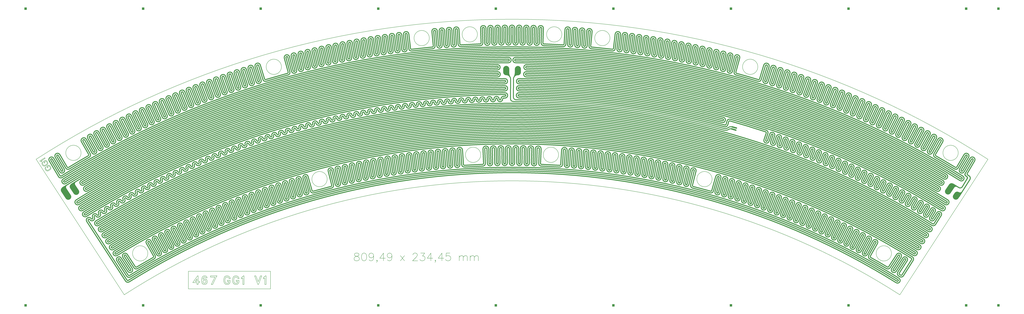
<source format=gbr>
%FSLAX36Y36*%
%MOIN*%
%SFA1.000B1.000*%

%MIA0B0*%
%IPPOS*%
%ADD10C,0.00100*%
%ADD11C,0.00200*%
%ADD12C,0.00400*%
%ADD13C,0.00800*%
%ADD15C,0.01600*%
%ADD16C,0.20472*%
%ADD18C,0.04724*%
%ADD34C,0.03150*%
%ADD35C,0.02677*%
%ADD36C,0.02677*%
%ADD37R,0.03200X0.03200*%
%ADD38C,0.20473*%
%ADD39C,0.03425*%
%ADD47C,0.00984*%
%ADD62C,0.01000*%
%ADD68R,0.07874X0.07874*%
%LNcopper.467-gg1-*%
%LPD*%
G54D34*
X17854244Y9192158D03*
G54D35*
X32869047Y5254063D03*
X32673047Y5678063D03*
G54D34*
X18035484Y8502535D03*
X17939050Y8443792D03*
X18097457Y9339764D03*
X18010843Y9426378D03*
X17960949Y9249469D03*
X17704638Y9341764D03*
X17854244Y9192158D03*
X17841145Y9251469D03*
X17791252Y9428378D03*
X18035483Y8502103D03*
X17939050Y8443792D03*
G54D35*
X2847047Y5554063D03*
X3146729Y5671340D03*
X3267791Y5636383D03*
X3295047Y5762063D03*
X2969047Y5522063D03*
X2996304Y5647744D03*
X32979047Y5426063D03*
X32853367Y5398807D03*
X32693047Y5560063D03*
X32815513Y5588898D03*
G54D39*
X29691569Y3353259D03*
X29487002Y3463910D03*
X29281397Y3572620D03*
X29074773Y3679380D03*
X28867148Y3784179D03*
X28658541Y3887010D03*
X28448969Y3987861D03*
X28238453Y4086725D03*
X28027011Y4183593D03*
X27814662Y4278456D03*
X27601424Y4371305D03*
X27387318Y4462132D03*
X27172362Y4550929D03*
X26956575Y4637689D03*
X26739976Y4722402D03*
X26522586Y4805062D03*
X26304424Y4885661D03*
X26085508Y4964193D03*
X25865860Y5040649D03*
X25645497Y5115023D03*
X25424441Y5187309D03*
X25202710Y5257500D03*
X24980326Y5325590D03*
X24757307Y5391573D03*
X23713815Y5668610D03*
X23482154Y5723769D03*
X23249969Y5776681D03*
X23017283Y5827341D03*
X22784116Y5875743D03*
X22550492Y5921883D03*
X22316431Y5965758D03*
X22081956Y6007363D03*
X21847089Y6046693D03*
X21611852Y6083745D03*
X21376267Y6118517D03*
X21140355Y6151003D03*
X20904141Y6181202D03*
X20667645Y6209111D03*
X20430889Y6234727D03*
X20193896Y6258047D03*
X19956688Y6279070D03*
X19719288Y6297793D03*
G54D13*
X29720743Y3315159D03*
X29516132Y3426086D03*
X29310480Y3535071D03*
G54D11*
X29264827Y3577725D03*
X29297079D03*
G54D13*
X29103806Y3642106D03*
X28896129Y3747180D03*
G54D11*
X28850475Y3789834D03*
X28882727D03*
G54D13*
X28687467Y3850284D03*
X28477838Y3951409D03*
X28267262Y4050546D03*
X28055758Y4147687D03*
X27843343Y4242821D03*
G54D11*
X27797689Y4285475D03*
X27829941D03*
G54D13*
X27630038Y4335941D03*
X27415861Y4427039D03*
X27200832Y4516106D03*
G54D11*
X27155179Y4558759D03*
X27187431D03*
G54D13*
X26984970Y4603134D03*
X26768294Y4688116D03*
X26550823Y4771043D03*
X26332578Y4851909D03*
X26113577Y4930706D03*
X25893840Y5007428D03*
X25673387Y5082067D03*
X25452238Y5154616D03*
G54D11*
X25406584Y5197270D03*
X25438836D03*
G54D13*
X25230412Y5225070D03*
G54D11*
X25184758Y5267724D03*
X25217010D03*
G54D13*
X25007929Y5293421D03*
X24784810Y5359664D03*
X23738211Y5642591D03*
G54D11*
X23692557Y5685245D03*
X23724809D03*
G54D13*
X23506387Y5697987D03*
X23274038Y5751132D03*
X23041185Y5802024D03*
X22807849Y5850658D03*
X22574053Y5897027D03*
X22339819Y5941129D03*
X22105168Y5982959D03*
X21870123Y6022514D03*
X21634706Y6059788D03*
X21398938Y6094780D03*
X21162843Y6127486D03*
X20926442Y6157902D03*
G54D12*
X20689757Y6184026D03*
X20452811Y6209855D03*
X20215625Y6233387D03*
X19978223Y6254619D03*
X19740626Y6273550D03*
X18639107Y6330993D03*
X18393509Y6337139D03*
X18147862Y6340833D03*
G54D13*
X17902190Y6344073D03*
X17656518Y6342859D03*
X17410870Y6339191D03*
X17165271Y6333070D03*
G54D12*
X16066170Y6273550D03*
X15828573Y6254619D03*
X15591170Y6233387D03*
X15353985Y6209855D03*
X15117039Y6184026D03*
G54D13*
X14880354Y6157902D03*
X14643952Y6127486D03*
X14407857Y6094781D03*
X14172090Y6059788D03*
X13936672Y6022514D03*
X13701628Y5982959D03*
X13466977Y5941129D03*
X13232743Y5897027D03*
X12998947Y5850657D03*
X12765611Y5802025D03*
X12532758Y5751132D03*
X12300408Y5697986D03*
X12068585Y5642591D03*
X11011986Y5359665D03*
X10788866Y5293421D03*
X10566384Y5225070D03*
X10344558Y5154616D03*
X10123408Y5082067D03*
X9902956Y5007428D03*
X9683219Y4930706D03*
X9464218Y4851909D03*
X9245972Y4771043D03*
X9028502Y4688116D03*
X8811826Y4603134D03*
X8595963Y4516106D03*
X8380934Y4427039D03*
X8166757Y4335941D03*
X7953452Y4242821D03*
X7741038Y4147687D03*
X7529533Y4050546D03*
X7318957Y3951409D03*
X7109329Y3850284D03*
X6900666Y3747180D03*
X6692989Y3642106D03*
X6486315Y3535071D03*
X6280663Y3426086D03*
X6076052Y3315159D03*
G54D39*
X2404403Y6452128D03*
X2455287Y6482101D03*
X2506171Y6512073D03*
X2557054Y6542046D03*
X2605349Y6576414D03*
X2656233Y6606386D03*
X2707116Y6636359D03*
X2758000Y6666332D03*
X2708225Y5936342D03*
X2764844Y5956577D03*
X2750342Y6097553D03*
X2805469Y6120322D03*
X2856353Y6150294D03*
X2902993Y6187471D03*
X2955981Y6213870D03*
X3006865Y6243843D03*
X3047641Y6233595D03*
X3078308Y6183127D03*
X2806544Y5946291D03*
X2835321Y5896368D03*
X2869133Y5846128D03*
X2904941Y5798866D03*
X2931852Y5746047D03*
X2962965Y5695852D03*
X2853740Y5554063D03*
X3153422Y5671340D03*
X3714176Y6626379D03*
X3743467Y6575100D03*
X3922954Y6744477D03*
X3925262Y6683253D03*
X4134514Y6799580D03*
X4124909Y6857878D03*
X3882762Y6755809D03*
X3831240Y6726949D03*
X3725169Y6666664D03*
X3776448Y6695954D03*
X3481171Y7094023D03*
X3532646Y7123287D03*
X3590586Y7156062D03*
X3642187Y7185103D03*
X3693884Y7214060D03*
X3745602Y7242892D03*
X3803815Y7275179D03*
X3855658Y7303787D03*
X3907596Y7332309D03*
X3959555Y7360706D03*
X4018036Y7392504D03*
X4070117Y7420676D03*
X4122293Y7448761D03*
X4174487Y7476721D03*
X4233234Y7508028D03*
X4285548Y7535762D03*
X4337958Y7563409D03*
X4390386Y7590930D03*
X4449392Y7621743D03*
X4501938Y7649037D03*
X4554578Y7676243D03*
X4607234Y7703324D03*
X4666497Y7733640D03*
X4719270Y7760493D03*
X4772136Y7787257D03*
X4825018Y7813894D03*
X4884533Y7843713D03*
X4937529Y7870122D03*
X4990618Y7896442D03*
X5043721Y7922635D03*
X5103485Y7951953D03*
X5156700Y7977917D03*
X5210008Y8003790D03*
X5263329Y8029537D03*
X5323336Y8058353D03*
X5376768Y8083870D03*
X5430291Y8109295D03*
X5483826Y8134594D03*
X5544073Y8162905D03*
X5597716Y8187973D03*
X5651451Y8212948D03*
X5705196Y8237797D03*
X5765678Y8265602D03*
X5819530Y8290219D03*
X5873472Y8314743D03*
X5927424Y8339140D03*
X5988137Y8366437D03*
X6042194Y8390601D03*
X6096340Y8414671D03*
X6150494Y8438615D03*
X6211434Y8465402D03*
X6265692Y8489112D03*
X6320037Y8512727D03*
X6374391Y8536216D03*
X6435553Y8562491D03*
X6490008Y8585745D03*
X6544550Y8608904D03*
X6599098Y8631936D03*
X6660479Y8657697D03*
X6715127Y8680493D03*
X6769861Y8703194D03*
X6824601Y8725767D03*
X6886195Y8751012D03*
X6941032Y8773350D03*
X6995955Y8795590D03*
X7050882Y8817704D03*
X7112686Y8842432D03*
X7167709Y8864308D03*
X7222816Y8886087D03*
X7277927Y8907739D03*
X7339936Y8931948D03*
X7395140Y8953362D03*
X7450428Y8974678D03*
X7505719Y8995868D03*
X7567929Y9019555D03*
X7623311Y9040505D03*
X7678775Y9061357D03*
X7734242Y9082082D03*
X7796649Y9105247D03*
X7852204Y9125732D03*
X7907842Y9146118D03*
X7963480Y9166376D03*
X8026079Y9189017D03*
X8081804Y9209035D03*
X8137611Y9228954D03*
X8193417Y9248745D03*
X8256203Y9270860D03*
X8312094Y9290410D03*
X8368066Y9309860D03*
X8424037Y9329182D03*
X8487007Y9350770D03*
X8543060Y9369851D03*
X8599193Y9388830D03*
X8655323Y9407683D03*
X8718472Y9428741D03*
X8774683Y9447351D03*
X8830973Y9465859D03*
X8887260Y9484240D03*
X8950583Y9504768D03*
X9006948Y9522906D03*
X9063392Y9540941D03*
X9119830Y9558850D03*
X9183324Y9578846D03*
X9239839Y9596510D03*
X9296432Y9614071D03*
X9353019Y9631506D03*
X9416677Y9650968D03*
X9473339Y9668158D03*
X9650659Y9177318D03*
X9664354Y9119378D03*
X9615337Y9196982D03*
X9558791Y9179953D03*
X9498591Y9161547D03*
X9442190Y9144044D03*
X9385784Y9126541D03*
X9329383Y9109039D03*
X9269339Y9090128D03*
X9213087Y9072153D03*
X9156830Y9054178D03*
X9100577Y9036203D03*
X9185714Y9033648D03*
X9183964Y8974589D03*
X9414495Y9105769D03*
X9412249Y9046728D03*
X9040695Y9016789D03*
X8984595Y8998343D03*
X8928491Y8979896D03*
X8872391Y8961450D03*
X8812673Y8941535D03*
X8756731Y8922619D03*
X8700783Y8903703D03*
X8644840Y8884787D03*
X8585291Y8864371D03*
X8529509Y8844987D03*
X8473722Y8825601D03*
X8417940Y8806217D03*
X8358564Y8785303D03*
X8302947Y8765451D03*
X8247324Y8745599D03*
X8191707Y8725747D03*
X8132509Y8704335D03*
X8077059Y8684018D03*
X8021605Y8663700D03*
X7966156Y8643382D03*
X7907140Y8621475D03*
X7851863Y8600693D03*
X7796581Y8579910D03*
X7741305Y8559128D03*
X7682474Y8536727D03*
X7627374Y8515482D03*
X7572268Y8494237D03*
X7517168Y8472992D03*
X7458527Y8450098D03*
X7403607Y8428391D03*
X7348682Y8406684D03*
X7293761Y8384978D03*
X7235315Y8361593D03*
X7180578Y8339427D03*
X7125837Y8317260D03*
X7071101Y8295094D03*
X7012853Y8271219D03*
X6958304Y8248595D03*
X6903750Y8225969D03*
X6849202Y8203345D03*
X6791156Y8178983D03*
X6736799Y8155902D03*
X6682437Y8132819D03*
X6628080Y8109738D03*
X6570241Y8084890D03*
X6516080Y8061354D03*
X6461913Y8037817D03*
X6407752Y8014280D03*
X6350123Y7988948D03*
X6296161Y7964958D03*
X6242194Y7940967D03*
X6188232Y7916977D03*
X6130817Y7891163D03*
X6077058Y7866721D03*
X6023294Y7842278D03*
X5969536Y7817837D03*
X5912340Y7791541D03*
X5858788Y7766650D03*
X5805231Y7741757D03*
X5751679Y7716865D03*
X5694705Y7690091D03*
X5641364Y7664751D03*
X5588018Y7639410D03*
X5534676Y7614070D03*
X5477929Y7586819D03*
X5424802Y7561033D03*
X5371670Y7535245D03*
X5318544Y7509459D03*
X5262027Y7481732D03*
X5209118Y7455501D03*
X5156205Y7429269D03*
X5103296Y7403038D03*
X5047014Y7374839D03*
X4994327Y7348164D03*
X4941636Y7321489D03*
X4888949Y7294815D03*
X4832905Y7266145D03*
X4780444Y7239030D03*
X4727978Y7211914D03*
X4675516Y7184799D03*
X4619716Y7155660D03*
X4567484Y7128105D03*
X4515247Y7100550D03*
X4407460Y7043390D03*
X4355461Y7015399D03*
X4303457Y6987406D03*
X4251458Y6959415D03*
X4335618Y6972524D03*
X4344734Y6914147D03*
X4547282Y7085399D03*
X4555907Y7026948D03*
X4759885Y7196495D03*
X4768020Y7137973D03*
X4973412Y7305803D03*
X4981056Y7247215D03*
X5187849Y7413317D03*
X5195001Y7354667D03*
X5403179Y7519028D03*
X5409839Y7460320D03*
X5619389Y7622929D03*
X5625557Y7564168D03*
X5836463Y7725014D03*
X5842137Y7666202D03*
X6054385Y7825274D03*
X6059566Y7766417D03*
X6273141Y7923702D03*
X6277828Y7864804D03*
X6492714Y8020293D03*
X6496907Y7961357D03*
X6713090Y8115038D03*
X6716789Y8056069D03*
X6934253Y8207931D03*
X6937457Y8148934D03*
X7156188Y8298967D03*
X7158896Y8239944D03*
X7378878Y8388137D03*
X7381091Y8329094D03*
X7602308Y8475437D03*
X7604026Y8416377D03*
X7826462Y8560859D03*
X7827685Y8501787D03*
X8051325Y8644399D03*
X8052053Y8585319D03*
X8276881Y8726049D03*
X8277113Y8666965D03*
X8503114Y8805805D03*
X8502850Y8746721D03*
X8730008Y8883660D03*
X8729248Y8824580D03*
X8957546Y8959609D03*
X8956291Y8900538D03*
X10384485Y9387350D03*
X10400003Y9330375D03*
X10405215Y9423599D03*
X10462190Y9439117D03*
X10608750Y9447606D03*
X10627326Y9391286D03*
X10276291Y9897018D03*
X10333334Y9912302D03*
X10393449Y9928410D03*
X10450492Y9943695D03*
X10507626Y9958753D03*
X10564793Y9973568D03*
X10625038Y9989181D03*
X10682205Y10003996D03*
X10739462Y10018584D03*
X10796748Y10032929D03*
X10857120Y10048046D03*
X10914406Y10062391D03*
X10971781Y10076508D03*
X11029183Y10090381D03*
X11089677Y10105001D03*
X11147080Y10118874D03*
X11204569Y10132519D03*
X11262083Y10145920D03*
X11322695Y10160042D03*
X11380210Y10173443D03*
X11437809Y10186615D03*
X11495431Y10199542D03*
X11556158Y10213166D03*
X11613781Y10226093D03*
X11671486Y10238791D03*
X11729213Y10251244D03*
X11790049Y10264368D03*
X11847776Y10276821D03*
X11905584Y10289044D03*
X11963412Y10301022D03*
X12024354Y10313646D03*
X12082181Y10325624D03*
X12140087Y10337371D03*
X12198012Y10348873D03*
X12259055Y10360995D03*
X12316979Y10372498D03*
X12374980Y10383768D03*
X12432997Y10394794D03*
X12494138Y10406414D03*
X12552155Y10417440D03*
X12610247Y10428233D03*
X12668352Y10438781D03*
X12729587Y10449898D03*
X12787692Y10460447D03*
X12845870Y10470762D03*
X12904061Y10480832D03*
X12965385Y10491445D03*
X13023575Y10501515D03*
X13081836Y10511352D03*
X13140107Y10520944D03*
X13201516Y10531052D03*
X13259787Y10540644D03*
X13318127Y10550001D03*
X13376475Y10559113D03*
X13437966Y10568716D03*
X13496313Y10577829D03*
X13554729Y10586706D03*
X13613149Y10595338D03*
X13674717Y10604436D03*
X13733137Y10613068D03*
X13791623Y10621465D03*
X13850113Y10629616D03*
X13911753Y10638207D03*
X13970243Y10646359D03*
X14028796Y10654275D03*
X14087351Y10661945D03*
X14149059Y10670029D03*
X14207614Y10677699D03*
X14266231Y10685133D03*
X14324846Y10692322D03*
X14386619Y10699898D03*
X14445235Y10707087D03*
X14535773Y10193988D03*
X14542720Y10135348D03*
X14502976Y10219838D03*
X14444336Y10212890D03*
X14386526Y10205800D03*
X14327945Y10198371D03*
X14269360Y10190941D03*
X14210778Y10183512D03*
X14153029Y10175946D03*
X14094510Y10168036D03*
X14035988Y10160125D03*
X13977469Y10152214D03*
X13919784Y10144174D03*
X13861333Y10135783D03*
X13802878Y10127391D03*
X13744426Y10118999D03*
X13686809Y10110485D03*
X13628429Y10101614D03*
X13511664Y10083870D03*
X13570044Y10092741D03*
X13454119Y10074882D03*
X13395813Y10065531D03*
X13337504Y10056179D03*
X13279198Y10046828D03*
X13221729Y10037367D03*
X13163502Y10027537D03*
X13105272Y10017706D03*
X13047045Y10007875D03*
X12989656Y9997943D03*
X12931511Y9987634D03*
X12873364Y9977325D03*
X12815220Y9967016D03*
X12757914Y9956612D03*
X12699857Y9945826D03*
X12641796Y9935039D03*
X12583739Y9924252D03*
X12526520Y9913378D03*
X12468553Y9902114D03*
X12410583Y9890850D03*
X12352617Y9879587D03*
X12295489Y9868242D03*
X12237617Y9856503D03*
X12179742Y9844762D03*
X12121870Y9833023D03*
X12064838Y9821209D03*
X12007064Y9808994D03*
X11949287Y9796778D03*
X11891513Y9784563D03*
X11834580Y9772280D03*
X11776909Y9759591D03*
X11719234Y9746901D03*
X11661563Y9734211D03*
X11604733Y9721461D03*
X11547168Y9708298D03*
X11489600Y9695134D03*
X11432035Y9681970D03*
X11375312Y9668753D03*
X11317857Y9655117D03*
X11260398Y9641480D03*
X11202944Y9627844D03*
X11146331Y9614161D03*
X11088990Y9600054D03*
X11031646Y9585945D03*
X10974305Y9571837D03*
X10917807Y9557689D03*
X10860584Y9543110D03*
X10803358Y9528530D03*
X10746135Y9513951D03*
X10689755Y9499339D03*
X10632654Y9484291D03*
X10575549Y9469241D03*
X10518448Y9454192D03*
X10836379Y9506623D03*
X10854492Y9450152D03*
X11064486Y9563767D03*
X11082134Y9507149D03*
X11293055Y9619034D03*
X11310237Y9562273D03*
X11522071Y9672419D03*
X11538785Y9615519D03*
X11751518Y9723920D03*
X11767763Y9666884D03*
X11981380Y9773533D03*
X11997157Y9716365D03*
X12211643Y9821254D03*
X12226949Y9763959D03*
X12457124Y9809661D03*
X12442290Y9867081D03*
X12673306Y9911009D03*
X12687668Y9853470D03*
X12904675Y9953037D03*
X12918564Y9895382D03*
X13136383Y9993162D03*
X13149796Y9935394D03*
X13368412Y10031380D03*
X13381350Y9973504D03*
X13600747Y10067689D03*
X13613210Y10009708D03*
X13833374Y10102086D03*
X13845359Y10044006D03*
X14066275Y10134570D03*
X14077782Y10076393D03*
X14299435Y10165139D03*
X14310464Y10106869D03*
X15238291Y10268433D03*
X15243788Y10209640D03*
X15264941Y10300585D03*
X15323733Y10306089D03*
X15219241Y10788569D03*
X15278062Y10793828D03*
X15341270Y10799479D03*
X15400091Y10804738D03*
X15461087Y10809917D03*
X15519949Y10814686D03*
X15583202Y10819810D03*
X15642064Y10824579D03*
X15703101Y10829249D03*
X15762001Y10833527D03*
X15825295Y10838123D03*
X15884195Y10842401D03*
X15945268Y10846562D03*
X16004202Y10850349D03*
X16067532Y10854418D03*
X16126465Y10858204D03*
X16155834Y10368948D03*
X16096891Y10365408D03*
X16037662Y10361621D03*
X15978750Y10357588D03*
X15917642Y10353406D03*
X15858730Y10349375D03*
X15799534Y10345094D03*
X15740658Y10340571D03*
X15679587Y10335880D03*
X15620710Y10331358D03*
X15561552Y10326583D03*
X15502716Y10321569D03*
X15441686Y10316369D03*
X15382849Y10311356D03*
X15474705Y10289568D03*
X15480816Y10230805D03*
X15712381Y10308805D03*
X15718002Y10249992D03*
X15950209Y10326059D03*
X15955340Y10267202D03*
X16187078Y10341243D03*
X16190616Y10282300D03*
X16838151Y10372884D03*
X16840345Y10313875D03*
X16866561Y10403488D03*
X16925570Y10405682D03*
X16848354Y10893259D03*
X16907377Y10895210D03*
X16970683Y10897302D03*
X17029706Y10899252D03*
X17088771Y10900960D03*
X17147808Y10902423D03*
X17211130Y10903992D03*
X17270167Y10905455D03*
X17329244Y10906675D03*
X17388291Y10907650D03*
X17451623Y10908696D03*
X17510670Y10909671D03*
X17569755Y10910403D03*
X17628808Y10910891D03*
X17692147Y10911414D03*
X17751200Y10911901D03*
X17810289Y10912145D03*
X17869344D03*
X17932451D03*
X17991506D03*
X18050595Y10911901D03*
X18109648Y10911414D03*
X18172987Y10910891D03*
X18232040Y10910403D03*
X18291125Y10909671D03*
X18350172Y10908696D03*
X18413505Y10907650D03*
X18472552Y10906675D03*
X18531629Y10905455D03*
X18590666Y10903992D03*
X18653987Y10902423D03*
X18713024Y10900960D03*
X18772089Y10899252D03*
X18831112Y10897302D03*
X18894419Y10895210D03*
X18953442Y10893259D03*
X18935234Y10403488D03*
X18876225Y10405682D03*
X18816946Y10407641D03*
X18757921Y10409348D03*
X18698863Y10411056D03*
X18639838Y10412762D03*
X18580545Y10414231D03*
X18521508Y10415450D03*
X18462437Y10416670D03*
X18403400Y10417889D03*
X18344097Y10418869D03*
X18285052Y10419600D03*
X18225973Y10420332D03*
X18166928Y10421063D03*
X18107619Y10421553D03*
X18048570Y10421797D03*
X17989487Y10422040D03*
X17930438Y10422284D03*
X17871357D03*
X17812308Y10422040D03*
X17753226Y10421797D03*
X17694177Y10421553D03*
X17634867Y10421063D03*
X17575822Y10420332D03*
X17516744Y10419600D03*
X17457699Y10418869D03*
X17398395Y10417889D03*
X17339358Y10416670D03*
X17280288Y10415450D03*
X17221251Y10414231D03*
X17161957Y10412762D03*
X17102932Y10411056D03*
X17043874Y10409348D03*
X16984849Y10407641D03*
X17074315Y10380688D03*
X17076074Y10321665D03*
X17310491Y10386540D03*
X17311762Y10327505D03*
X17546707Y10390442D03*
X17547491Y10331397D03*
X17782947Y10392392D03*
X17783243Y10333343D03*
X18018849Y10392392D03*
X18018552Y10333343D03*
X18255089Y10390442D03*
X18254305Y10331397D03*
X18491305Y10386540D03*
X18490033Y10327505D03*
X18727481Y10380688D03*
X18725721Y10321665D03*
X18963644Y10372884D03*
X18961450Y10313875D03*
X19614725Y10341243D03*
X19611187Y10282299D03*
X19645969Y10368948D03*
X19704912Y10365408D03*
X19675338Y10858204D03*
X19734272Y10854418D03*
X19797601Y10850349D03*
X19856535Y10846562D03*
X19917609Y10842401D03*
X19976509Y10838123D03*
X20039802Y10833527D03*
X20098702Y10829249D03*
X20159739Y10824579D03*
X20218602Y10819810D03*
X20281855Y10814686D03*
X20340717Y10809917D03*
X20401713Y10804738D03*
X20460533Y10799479D03*
X20523742Y10793828D03*
X20582562Y10788569D03*
X20536863Y10300585D03*
X20478070Y10306089D03*
X20418954Y10311356D03*
X20360118Y10316369D03*
X20299087Y10321569D03*
X20240251Y10326583D03*
X20181093Y10331358D03*
X20122217Y10335880D03*
X20061146Y10340571D03*
X20002269Y10345094D03*
X19943074Y10349375D03*
X19884162Y10353406D03*
X19823053Y10357588D03*
X19764142Y10361621D03*
X19851595Y10326059D03*
X19848656Y10267052D03*
X20089423Y10308805D03*
X20085993Y10249824D03*
X20327099Y10289568D03*
X20323177Y10230619D03*
X20563513Y10268432D03*
X20558012Y10209640D03*
X21259075Y10135348D03*
X21266022Y10193988D03*
X21298819Y10219838D03*
X21357460Y10212890D03*
X21356560Y10707087D03*
X21415176Y10699898D03*
X21476949Y10692322D03*
X21535565Y10685133D03*
X21594181Y10677699D03*
X21652736Y10670029D03*
X21714444Y10661945D03*
X21772999Y10654275D03*
X21831552Y10646359D03*
X21890042Y10638207D03*
X21951682Y10629616D03*
X22010172Y10621465D03*
X22068658Y10613068D03*
X22127079Y10604436D03*
X22188646Y10595338D03*
X22247067Y10586706D03*
X22305482Y10577829D03*
X22363830Y10568716D03*
X22425320Y10559113D03*
X22483668Y10550001D03*
X22542008Y10540644D03*
X22600279Y10531052D03*
X22661688Y10520944D03*
X22719959Y10511352D03*
X22778221Y10501515D03*
X22836411Y10491445D03*
X22897735Y10480832D03*
X22955925Y10470762D03*
X23014103Y10460447D03*
X23072209Y10449898D03*
X23133444Y10438781D03*
X23191549Y10428233D03*
X23249640Y10417440D03*
X23307657Y10406414D03*
X23368799Y10394794D03*
X23426815Y10383768D03*
X23484816Y10372498D03*
X23542740Y10360995D03*
X23603784Y10348873D03*
X23661708Y10337371D03*
X23719614Y10325624D03*
X23777442Y10313646D03*
X23838384Y10301022D03*
X23896211Y10289044D03*
X23954019Y10276821D03*
X24011746Y10264368D03*
X24072582Y10251244D03*
X24130310Y10238791D03*
X24188015Y10226093D03*
X24245638Y10213166D03*
X24306364Y10199542D03*
X24363987Y10186615D03*
X24421586Y10173443D03*
X24479100Y10160042D03*
X24539712Y10145920D03*
X24597227Y10132519D03*
X24654716Y10118874D03*
X24712118Y10105001D03*
X24772612Y10090381D03*
X24830015Y10076508D03*
X24887389Y10062391D03*
X24944676Y10048046D03*
X25005047Y10032929D03*
X25062334Y10018584D03*
X25119590Y10003996D03*
X25176757Y9989181D03*
X25237002Y9973568D03*
X25294169Y9958753D03*
X25351304Y9943695D03*
X25408347Y9928410D03*
X25468462Y9912302D03*
X25525505Y9897018D03*
X25417311Y9387350D03*
X25401694Y9330402D03*
X25396581Y9423599D03*
X25339605Y9439117D03*
X25283347Y9454192D03*
X25226246Y9469241D03*
X25169142Y9484291D03*
X25112040Y9499339D03*
X25055660Y9513951D03*
X24998438Y9528530D03*
X24941211Y9543110D03*
X24883988Y9557689D03*
X24827490Y9571837D03*
X24770150Y9585945D03*
X24712805Y9600054D03*
X24655464Y9614161D03*
X24598852Y9627844D03*
X24541397Y9641480D03*
X24483939Y9655117D03*
X24426484Y9668753D03*
X24369761Y9681970D03*
X24312196Y9695134D03*
X24254627Y9708298D03*
X24197062Y9721461D03*
X24140232Y9734211D03*
X24082561Y9746901D03*
X24024886Y9759591D03*
X23967215Y9772280D03*
X23910282Y9784563D03*
X23852509Y9796778D03*
X23794731Y9808994D03*
X23736958Y9821209D03*
X23679926Y9833023D03*
X23622054Y9844762D03*
X23564178Y9856503D03*
X23506306Y9868242D03*
X23449179Y9879587D03*
X23391212Y9890850D03*
X23333242Y9902114D03*
X23275275Y9913378D03*
X23218057Y9924252D03*
X23160000Y9935039D03*
X23101939Y9945826D03*
X23043881Y9956612D03*
X22986575Y9967016D03*
X22928431Y9977325D03*
X22870284Y9987634D03*
X22812140Y9997943D03*
X22754750Y10007875D03*
X22696524Y10017706D03*
X22638293Y10027537D03*
X22580066Y10037367D03*
X22522597Y10046828D03*
X22464292Y10056179D03*
X22405982Y10065531D03*
X22347677Y10074882D03*
X22290131Y10083870D03*
X22231751Y10092741D03*
X22173367Y10101614D03*
X22114986Y10110485D03*
X22057369Y10118999D03*
X21998918Y10127391D03*
X21940463Y10135783D03*
X21882011Y10144174D03*
X21824326Y10152214D03*
X21765807Y10160125D03*
X21707285Y10168036D03*
X21648767Y10175946D03*
X21591017Y10183512D03*
X21532436Y10190941D03*
X21473851Y10198371D03*
X21415269Y10205800D03*
X21502360Y10165139D03*
X21491332Y10106869D03*
X21735520Y10134570D03*
X21724013Y10076393D03*
X21968422Y10102086D03*
X21956437Y10044006D03*
X22201048Y10067689D03*
X22188586Y10009708D03*
X22433384Y10031380D03*
X22420445Y9973504D03*
X22665413Y9993162D03*
X22651999Y9935394D03*
X22897120Y9953037D03*
X22883232Y9895382D03*
X23128489Y9911009D03*
X23114128Y9853470D03*
X23344671Y9809661D03*
X23359506Y9867081D03*
X23574847Y9763959D03*
X23590153Y9821254D03*
X23804639Y9716365D03*
X23820415Y9773533D03*
X24034032Y9666884D03*
X24050278Y9723920D03*
X24263010Y9615519D03*
X24279725Y9672419D03*
X24491559Y9562273D03*
X24508740Y9619034D03*
X24719662Y9507149D03*
X24737309Y9563767D03*
X24947304Y9450152D03*
X24965416Y9506623D03*
X25174469Y9391286D03*
X25193046Y9447606D03*
X26137255Y9119434D03*
X26154294Y9175973D03*
X26190228Y9194828D03*
X26246774Y9177799D03*
X26332226Y9666005D03*
X26388888Y9648815D03*
X26452546Y9629352D03*
X26509133Y9611918D03*
X26565726Y9594356D03*
X26622241Y9576692D03*
X26685735Y9556696D03*
X26742173Y9538788D03*
X26798617Y9520752D03*
X26854982Y9502614D03*
X26918305Y9482087D03*
X26974592Y9463705D03*
X27030882Y9445197D03*
X27087093Y9426587D03*
X27150242Y9405529D03*
X27206372Y9386676D03*
X27262505Y9367697D03*
X27318558Y9348616D03*
X27381528Y9327029D03*
X27437498Y9307706D03*
X27493470Y9288257D03*
X27549361Y9268706D03*
X27612148Y9246592D03*
X27667954Y9226800D03*
X27723761Y9206882D03*
X27779486Y9186863D03*
X27842085Y9164223D03*
X27897723Y9143964D03*
X27953361Y9123578D03*
X28008916Y9103093D03*
X28071323Y9079928D03*
X28126789Y9059203D03*
X28182254Y9038352D03*
X28237636Y9017401D03*
X28299846Y8993714D03*
X28355137Y8972525D03*
X28410425Y8951208D03*
X28465628Y8929794D03*
X28527638Y8905586D03*
X28582749Y8883934D03*
X28637856Y8862154D03*
X28692878Y8840278D03*
X28754683Y8815550D03*
X28809610Y8793437D03*
X28864533Y8771196D03*
X28919369Y8748859D03*
X28980964Y8723614D03*
X29035704Y8701040D03*
X29090438Y8678339D03*
X29145086Y8655543D03*
X29206467Y8629782D03*
X29261015Y8606750D03*
X29315557Y8583591D03*
X29370011Y8560337D03*
X29431174Y8534063D03*
X29485528Y8510574D03*
X29539873Y8486958D03*
X29594131Y8463249D03*
X29655071Y8436462D03*
X29709225Y8412518D03*
X29763371Y8388447D03*
X29817428Y8364283D03*
X29878141Y8336986D03*
X29932093Y8312589D03*
X29986035Y8288065D03*
X30039887Y8263449D03*
X30100369Y8235643D03*
X30154114Y8210794D03*
X30207849Y8185819D03*
X30261492Y8160752D03*
X30321739Y8132440D03*
X30375274Y8107141D03*
X30428797Y8081716D03*
X30482229Y8056200D03*
X30542236Y8027383D03*
X30595557Y8001637D03*
X30648864Y7975763D03*
X30702080Y7949800D03*
X30761844Y7920481D03*
X30814947Y7894288D03*
X30868036Y7867969D03*
X30921032Y7841559D03*
X30980547Y7811741D03*
X31033429Y7785103D03*
X31086295Y7758339D03*
X31139068Y7731487D03*
X31198331Y7701170D03*
X31250987Y7674090D03*
X31303627Y7646883D03*
X31356172Y7619589D03*
X31415179Y7588776D03*
X31467607Y7561255D03*
X31520016Y7533608D03*
X31572331Y7505874D03*
X31631078Y7474568D03*
X31683272Y7446608D03*
X31735448Y7418522D03*
X31787529Y7390350D03*
X31846010Y7358552D03*
X31897969Y7330155D03*
X31949907Y7301633D03*
X32001750Y7273025D03*
X32059962Y7240738D03*
X32111681Y7211906D03*
X32163378Y7182950D03*
X32214979Y7153908D03*
X32272919Y7121133D03*
X32324393Y7091869D03*
X32091385Y6624227D03*
X32062254Y6572858D03*
X32080395Y6664510D03*
X32029117Y6693801D03*
X31974325Y6724796D03*
X31922803Y6753655D03*
X31871276Y6782516D03*
X31819753Y6811375D03*
X31764703Y6841910D03*
X31712941Y6870336D03*
X31661174Y6898764D03*
X31609411Y6927190D03*
X31554107Y6957261D03*
X31502108Y6985252D03*
X31450104Y7013245D03*
X31398105Y7041236D03*
X31342550Y7070843D03*
X31290318Y7098397D03*
X31238081Y7125952D03*
X31185849Y7153506D03*
X31130048Y7182645D03*
X31077587Y7209760D03*
X31025121Y7236876D03*
X30972659Y7263991D03*
X30916616Y7292662D03*
X30863929Y7319336D03*
X30811238Y7346011D03*
X30758550Y7372685D03*
X30702269Y7400884D03*
X30649360Y7427115D03*
X30596446Y7453348D03*
X30543538Y7479579D03*
X30487021Y7507305D03*
X30433894Y7533091D03*
X30380763Y7558879D03*
X30327635Y7584665D03*
X30270889Y7611917D03*
X30217547Y7637257D03*
X30164201Y7662598D03*
X30110860Y7687938D03*
X30053886Y7714712D03*
X30000334Y7739603D03*
X29946777Y7764496D03*
X29893225Y7789388D03*
X29836029Y7815683D03*
X29782270Y7840125D03*
X29728506Y7864567D03*
X29674747Y7889009D03*
X29617333Y7914824D03*
X29563371Y7938814D03*
X29509404Y7962804D03*
X29455442Y7986794D03*
X29397813Y8012126D03*
X29343651Y8035663D03*
X29289485Y8059200D03*
X29235324Y8082737D03*
X29177484Y8107585D03*
X29123127Y8130666D03*
X29068766Y8153748D03*
X29014409Y8176829D03*
X28956363Y8201191D03*
X28901814Y8223816D03*
X28847261Y8246441D03*
X28792712Y8269066D03*
X28734464Y8292940D03*
X28679728Y8315106D03*
X28624986Y8337273D03*
X28570250Y8359439D03*
X28511804Y8382824D03*
X28456883Y8404531D03*
X28401958Y8426238D03*
X28347037Y8447944D03*
X28288397Y8470838D03*
X28233297Y8492083D03*
X28178191Y8513328D03*
X28123090Y8534573D03*
X28064260Y8556975D03*
X28008983Y8577757D03*
X27953702Y8598539D03*
X27898425Y8619321D03*
X27839409Y8641228D03*
X27783959Y8661546D03*
X27728505Y8681864D03*
X27673056Y8702182D03*
X27613858Y8723593D03*
X27558241Y8743445D03*
X27502618Y8763297D03*
X27447000Y8783149D03*
X27387625Y8804063D03*
X27331843Y8823448D03*
X27276056Y8842833D03*
X27220273Y8862218D03*
X27160725Y8882633D03*
X27104782Y8901549D03*
X27048834Y8920465D03*
X26992891Y8939382D03*
X26933174Y8959297D03*
X26877074Y8977743D03*
X26820970Y8996189D03*
X26764870Y9014636D03*
X26704987Y9034049D03*
X26648735Y9052024D03*
X26592478Y9070000D03*
X26536226Y9087975D03*
X26476182Y9106885D03*
X26419781Y9124388D03*
X26363375Y9141890D03*
X26306974Y9159393D03*
X26391070Y9103616D03*
X26393315Y9044574D03*
X26619851Y9031494D03*
X26621601Y8972435D03*
X26848018Y8957456D03*
X26849273Y8898385D03*
X27075557Y8881506D03*
X27076317Y8822427D03*
X27302451Y8803651D03*
X27302715Y8744567D03*
X27528684Y8723895D03*
X27528452Y8664811D03*
X27754240Y8642245D03*
X27753512Y8583165D03*
X27979103Y8558706D03*
X27977880Y8499634D03*
X28203257Y8473283D03*
X28201539Y8414224D03*
X28426687Y8385983D03*
X28424474Y8326940D03*
X28649377Y8296813D03*
X28646669Y8237791D03*
X28871312Y8205778D03*
X28868108Y8146780D03*
X29092474Y8112884D03*
X29088776Y8053916D03*
X29312850Y8018139D03*
X29308657Y7959203D03*
X29532424Y7921549D03*
X29527737Y7862650D03*
X29751179Y7823120D03*
X29745999Y7764263D03*
X29969102Y7722860D03*
X29963427Y7664049D03*
X30186176Y7620776D03*
X30180008Y7562014D03*
X30402386Y7516874D03*
X30395725Y7458166D03*
X30617716Y7411163D03*
X30610564Y7352513D03*
X30832153Y7303649D03*
X30824509Y7245062D03*
X31045680Y7194341D03*
X31037545Y7135819D03*
X31258283Y7083245D03*
X31249657Y7024794D03*
X31469947Y6970371D03*
X31460831Y6911994D03*
X31680656Y6855724D03*
X31671051Y6797426D03*
X31890397Y6739315D03*
X31880303Y6681099D03*
X32750476Y6235830D03*
X32719817Y6185358D03*
X32842132Y6216107D03*
X32791248Y6246080D03*
X33038796Y6666332D03*
X33089679Y6636359D03*
X33140563Y6606386D03*
X33191446Y6576414D03*
X33239741Y6542046D03*
X33290625Y6512073D03*
X33392392Y6452128D03*
X32893803Y6187471D03*
X32940443Y6150294D03*
X32991326Y6120322D03*
X33046454Y6097553D03*
X33142203Y6027391D03*
X33151900Y5987425D03*
X33097190Y5951070D03*
X33121036Y5936997D03*
X33205825Y5953353D03*
X33141728Y5855867D03*
X33235691Y5831667D03*
X32861378Y5560225D03*
X32995251Y5946291D03*
X32964695Y5896030D03*
X32932407Y5845960D03*
X32901368Y5796047D03*
X32457923Y5998627D03*
X32424087Y5950064D03*
X32388878Y5902324D03*
X32358463Y5851704D03*
X32336261Y5796147D03*
X32302424Y5747584D03*
X32267216Y5699844D03*
X32236800Y5649224D03*
X32214599Y5593666D03*
X32180761Y5545103D03*
X32145553Y5497364D03*
X32112498Y5448381D03*
X32494568Y5146582D03*
X32463246Y5094905D03*
X32431951Y5044823D03*
X32400657Y4994741D03*
X32369363Y4944660D03*
X32338068Y4894578D03*
X32306774Y4844497D03*
X32275479Y4794415D03*
X32122853Y4715528D03*
X32171162Y4685488D03*
X32221286Y4654170D03*
X32273094Y4621639D03*
X32034136Y4353294D03*
X32083403Y4322358D03*
X31993829Y4343681D03*
X31962535Y4293599D03*
X31931241Y4243518D03*
X31899938Y4193441D03*
X31868651Y4143355D03*
X31837357Y4093273D03*
X31806063Y4043191D03*
X31774768Y3993110D03*
X31743474Y3943028D03*
X31712179Y3892947D03*
X31680885Y3842865D03*
X31649583Y3792788D03*
X31618296Y3742702D03*
X31587001Y3692620D03*
X31555707Y3642539D03*
X31524413Y3592457D03*
X31493118Y3542375D03*
X31461824Y3492294D03*
X31430529Y3442212D03*
X31399235Y3392131D03*
X31367941Y3342049D03*
X31336646Y3291968D03*
X31305351Y3241886D03*
X31274057Y3191804D03*
X31284152Y3151203D03*
X31335375Y3120300D03*
X30919387Y2624213D03*
X30888092Y2574132D03*
X30959930Y2634212D03*
X31009723Y2604128D03*
X30856798Y2524050D03*
X30825516Y2473961D03*
X30794209Y2423887D03*
X30762911Y2373827D03*
X30875937Y2651301D03*
X30844746Y2601154D03*
X30866766Y2692454D03*
X30817236Y2724614D03*
X30764327Y2751571D03*
X30714797Y2783731D03*
X30665267Y2815891D03*
X30615737Y2848051D03*
X31133178Y3102761D03*
X31083648Y3134921D03*
X31034118Y3167081D03*
X30984588Y3199241D03*
X30931394Y3225759D03*
X30881864Y3257919D03*
X30832334Y3290079D03*
X30782804Y3322239D03*
X30512573Y2906052D03*
X30562104Y2873892D03*
X30442477Y2846027D03*
X30472698Y2896764D03*
X32069036Y4748826D03*
X32018746Y4779785D03*
X31968389Y4810634D03*
X31917964Y4841372D03*
X31865686Y4873080D03*
X31815125Y4903594D03*
X31764497Y4933996D03*
X31713803Y4964288D03*
X31661247Y4995533D03*
X31610419Y5025599D03*
X31559524Y5055553D03*
X31508564Y5085396D03*
X31455735Y5116175D03*
X31404642Y5145791D03*
X31353485Y5175294D03*
X31302264Y5204686D03*
X31249165Y5234998D03*
X31197813Y5264161D03*
X31146397Y5293211D03*
X31094918Y5322149D03*
X31041553Y5351990D03*
X30989945Y5380699D03*
X30938275Y5409294D03*
X30886542Y5437776D03*
X30832916Y5467145D03*
X30781056Y5495396D03*
X30729136Y5523534D03*
X30677153Y5551558D03*
X30623269Y5580452D03*
X30571163Y5608244D03*
X30518995Y5635922D03*
X30466767Y5663486D03*
X30412631Y5691903D03*
X30360280Y5719233D03*
X30307871Y5746449D03*
X30255401Y5773551D03*
X30201015Y5801488D03*
X30148426Y5828356D03*
X30095778Y5855108D03*
X30043071Y5881744D03*
X29988441Y5909201D03*
X29935616Y5935602D03*
X29882733Y5961888D03*
X29829793Y5988058D03*
X29774923Y6015031D03*
X29721867Y6040965D03*
X29668754Y6066783D03*
X29615585Y6092484D03*
X29560478Y6118971D03*
X29507195Y6144436D03*
X29453857Y6169783D03*
X29400463Y6195014D03*
X29345124Y6221013D03*
X29291618Y6246006D03*
X29238058Y6270881D03*
X29184443Y6295640D03*
X29128877Y6321149D03*
X29075152Y6345668D03*
X29021374Y6370069D03*
X28967543Y6394353D03*
X28911753Y6419370D03*
X28857814Y6443414D03*
X28803823Y6467339D03*
X28749779Y6491147D03*
X28693771Y6515670D03*
X28639622Y6539237D03*
X28585421Y6562684D03*
X28531169Y6586013D03*
X28474947Y6610041D03*
X28420591Y6633128D03*
X28366185Y6656096D03*
X28311730Y6678945D03*
X28255297Y6702475D03*
X28200740Y6725081D03*
X28146133Y6747567D03*
X28091478Y6769934D03*
X28034839Y6792965D03*
X27980085Y6815088D03*
X27925282Y6837092D03*
X27870431Y6858975D03*
X27813591Y6881505D03*
X27758643Y6903143D03*
X27703648Y6924662D03*
X27648606Y6946059D03*
X27591569Y6968086D03*
X27536432Y6989239D03*
X27481249Y7010270D03*
X27426020Y7031181D03*
X27368792Y7052703D03*
X27313470Y7073368D03*
X27258103Y7093911D03*
X27202692Y7114333D03*
X27145275Y7135349D03*
X27089773Y7155524D03*
X27034227Y7175578D03*
X26978637Y7195510D03*
X26921037Y7216018D03*
X26865359Y7235702D03*
X26809638Y7255264D03*
X26753874Y7274704D03*
X26696095Y7294702D03*
X26640246Y7313894D03*
X26584354Y7332963D03*
X26528421Y7351909D03*
X26470468Y7371397D03*
X26414450Y7390094D03*
X26395714Y7427426D03*
X26414288Y7483484D03*
X25210268Y7851587D03*
X25194320Y7794725D03*
X25157911Y7774253D03*
X25101015Y7790076D03*
X25126140Y7660495D03*
X25069244Y7676318D03*
X25032934Y7655717D03*
X25017237Y7598787D03*
X24981422Y7914689D03*
X24965974Y7857690D03*
X24950525Y7800691D03*
X24935077Y7743692D03*
X26340150Y7165856D03*
X26396167Y7147158D03*
X26452142Y7128336D03*
X26508075Y7109390D03*
X26563967Y7090321D03*
X26619817Y7071128D03*
X26675624Y7051813D03*
X26731388Y7032374D03*
X26787109Y7012812D03*
X26842787Y6993127D03*
X26898421Y6973319D03*
X26954011Y6953388D03*
X27009557Y6933334D03*
X27065059Y6913158D03*
X27120516Y6892860D03*
X27175928Y6872439D03*
X27231294Y6851895D03*
X27286616Y6831230D03*
X27341891Y6810442D03*
X27397121Y6789532D03*
X27452304Y6768501D03*
X27507441Y6747347D03*
X27562530Y6726072D03*
X27617573Y6704676D03*
X27672568Y6683157D03*
X27727516Y6661518D03*
X27782415Y6639757D03*
X27837267Y6617875D03*
X27892070Y6595872D03*
X27946824Y6573747D03*
X28001530Y6551502D03*
X28056186Y6529137D03*
X28110792Y6506650D03*
X28165349Y6484043D03*
X28219856Y6461316D03*
X28274312Y6438468D03*
X28328718Y6415500D03*
X28383073Y6392413D03*
X28437376Y6369205D03*
X28491629Y6345877D03*
X28545830Y6322429D03*
X28599979Y6298862D03*
X28654075Y6275175D03*
X28708119Y6251369D03*
X28762111Y6227444D03*
X28816050Y6203399D03*
X28869935Y6179236D03*
X28923767Y6154953D03*
X28977545Y6130552D03*
X29031269Y6106032D03*
X29084939Y6081393D03*
X29138554Y6056636D03*
X29192115Y6031760D03*
X29245620Y6006767D03*
X29299070Y5981655D03*
X29352464Y5956425D03*
X29405803Y5931078D03*
X29459086Y5905612D03*
X29512312Y5880029D03*
X29565481Y5854329D03*
X29618594Y5828511D03*
X29671650Y5802576D03*
X29724648Y5776524D03*
X29777588Y5750355D03*
X29830471Y5724069D03*
X29883295Y5697667D03*
X29936061Y5671148D03*
X29988768Y5644512D03*
X30041417Y5617760D03*
X30094006Y5590892D03*
X30146535Y5563907D03*
X30199005Y5536807D03*
X30251415Y5509591D03*
X30303765Y5482260D03*
X30356054Y5454812D03*
X30408282Y5427250D03*
X30460450Y5399572D03*
X30512556Y5371779D03*
X30564601Y5343871D03*
X30616584Y5315848D03*
X30668505Y5287710D03*
X30720364Y5259458D03*
X30772160Y5231092D03*
X30823893Y5202611D03*
X30875564Y5174015D03*
X30927171Y5145306D03*
X30978714Y5116483D03*
X31081610Y5058496D03*
X31030194Y5087546D03*
X31132961Y5029332D03*
X31184248Y5000055D03*
X31235471Y4970664D03*
X31286628Y4941161D03*
X31337720Y4911545D03*
X31388746Y4881816D03*
X31439707Y4851974D03*
X31490601Y4822020D03*
X31541430Y4791953D03*
X31592191Y4761774D03*
X31642886Y4731484D03*
X31693514Y4701081D03*
X31744075Y4670567D03*
X31794568Y4639941D03*
X31844994Y4609204D03*
X31895351Y4578355D03*
X31945641Y4547395D03*
X31995861Y4516325D03*
X32046013Y4485143D03*
X29909856Y3219200D03*
X29880976Y3167688D03*
X29898540Y3259395D03*
X29847028Y3288275D03*
X30138984Y3688271D03*
X30087337Y3716907D03*
X30034660Y3746113D03*
X29983012Y3774748D03*
X29879311Y3831286D03*
X29826360Y3859992D03*
X29774444Y3888138D03*
X29670212Y3943692D03*
X29616993Y3971896D03*
X29564812Y3999549D03*
X29460060Y4054114D03*
X29406575Y4081813D03*
X29354135Y4108971D03*
X29248871Y4162542D03*
X29195127Y4189734D03*
X29142433Y4216395D03*
X29036667Y4268968D03*
X28982668Y4295650D03*
X28929723Y4321811D03*
X28823464Y4373380D03*
X28769215Y4399550D03*
X28716026Y4425209D03*
X28609283Y4475771D03*
X28554789Y4501426D03*
X28501359Y4526581D03*
X28394143Y4576130D03*
X28339409Y4601269D03*
X28285743Y4625916D03*
X28178063Y4674449D03*
X28123093Y4699069D03*
X28069197Y4723208D03*
X27961063Y4770719D03*
X27905862Y4794818D03*
X27851739Y4818445D03*
X27743160Y4864932D03*
X27687734Y4888507D03*
X27633391Y4911621D03*
X27524377Y4957078D03*
X27468730Y4980127D03*
X27414170Y5002726D03*
X27304731Y5047150D03*
X27248869Y5069672D03*
X27194097Y5091753D03*
X27084243Y5135139D03*
X27028170Y5157131D03*
X26973192Y5178694D03*
X26862931Y5221038D03*
X26806653Y5242499D03*
X26751474Y5263540D03*
X26640818Y5304840D03*
X26584339Y5325767D03*
X26528963Y5346285D03*
X26417921Y5386535D03*
X26361246Y5406927D03*
X26305678Y5426920D03*
X26194261Y5466118D03*
X26137396Y5485973D03*
X26081641Y5505439D03*
X25969857Y5543581D03*
X25912807Y5562897D03*
X25856871Y5581835D03*
X25744731Y5618917D03*
X25687501Y5637692D03*
X25631388Y5656100D03*
X25518903Y5692120D03*
X25461497Y5710352D03*
X25405213Y5728228D03*
X25292391Y5763182D03*
X25234816Y5780870D03*
X25178365Y5798213D03*
X25065218Y5832098D03*
X25007477Y5849240D03*
X24950865Y5866049D03*
X24837402Y5898861D03*
X24779502Y5915456D03*
X24722733Y5931728D03*
X24544951Y5441710D03*
X24537435Y5382478D03*
X24589496Y5458446D03*
X24646342Y5442443D03*
X24699772Y5427128D03*
X24813156Y5394048D03*
X24869847Y5377508D03*
X24923130Y5361689D03*
X25036195Y5327537D03*
X25092728Y5310461D03*
X25145859Y5294139D03*
X25258596Y5258919D03*
X25314964Y5241309D03*
X25367939Y5224484D03*
X25480337Y5188199D03*
X25536537Y5170056D03*
X25589349Y5152731D03*
X25701400Y5115384D03*
X25757425Y5096710D03*
X25810071Y5078886D03*
X25921763Y5040480D03*
X25977609Y5021277D03*
X26030084Y5002956D03*
X26141407Y4963495D03*
X26197069Y4943765D03*
X26249369Y4924947D03*
X26360314Y4884435D03*
X26415786Y4864179D03*
X26467906Y4844867D03*
X26578462Y4803307D03*
X26633741Y4782526D03*
X26685675Y4762723D03*
X26795833Y4720118D03*
X26850913Y4698816D03*
X26902657Y4678521D03*
X27012407Y4634876D03*
X27067283Y4613054D03*
X27118833Y4592271D03*
X27228165Y4547589D03*
X27282831Y4525248D03*
X27334183Y4503978D03*
X27443088Y4458264D03*
X27497540Y4435407D03*
X27548688Y4413652D03*
X27657155Y4366909D03*
X27711388Y4343538D03*
X27762328Y4321300D03*
X27870348Y4273533D03*
X27924358Y4249649D03*
X27975085Y4226931D03*
X28082648Y4178143D03*
X28136430Y4153750D03*
X28186940Y4130552D03*
X28294037Y4080749D03*
X28347585Y4055848D03*
X28397873Y4032173D03*
X28504494Y3981360D03*
X28557804Y3955953D03*
X28607865Y3931803D03*
X28714001Y3879983D03*
X28767068Y3854073D03*
X28816899Y3829450D03*
X28922539Y3776628D03*
X28975359Y3750217D03*
X29024955Y3725124D03*
X29130090Y3671304D03*
X29182658Y3644395D03*
X29232014Y3618834D03*
X29336636Y3564022D03*
X29388946Y3536616D03*
X29438058Y3510589D03*
X29542156Y3454789D03*
X29594206Y3426890D03*
X29643069Y3400400D03*
X29746635Y3343617D03*
X29798417Y3315226D03*
X29691569Y3353259D03*
X29678157Y3280139D03*
X29487002Y3463910D03*
X29474282Y3390666D03*
X29281397Y3572620D03*
X29269371Y3499259D03*
X29074773Y3679380D03*
X29063442Y3605908D03*
X28867148Y3784179D03*
X28856512Y3710604D03*
X28658541Y3887010D03*
X28648602Y3813337D03*
X28439728Y3914098D03*
X28448969Y3987861D03*
X28229910Y4012878D03*
X28238453Y4086725D03*
X28019167Y4109668D03*
X28027011Y4183593D03*
X27807518Y4204460D03*
X27814662Y4278456D03*
X27594981Y4297244D03*
X27601424Y4371305D03*
X27381576Y4388014D03*
X27387318Y4462132D03*
X27167321Y4476760D03*
X27172362Y4550929D03*
X26952236Y4563475D03*
X26956575Y4637689D03*
X26736340Y4648150D03*
X26739976Y4722402D03*
X26519653Y4730779D03*
X26522586Y4805062D03*
X26302193Y4811354D03*
X26304424Y4885661D03*
X26083981Y4889868D03*
X26085508Y4964193D03*
X25865036Y4966313D03*
X25865860Y5040649D03*
X25645377Y5040683D03*
X25645497Y5115023D03*
X25425024Y5112971D03*
X25424441Y5187309D03*
X25203997Y5183171D03*
X25202710Y5257500D03*
X24982316Y5251276D03*
X24980326Y5325590D03*
X24760000Y5317281D03*
X24757307Y5391573D03*
X23947648Y5541758D03*
X23961903Y5597795D03*
X23940870Y5634886D03*
X23883637Y5649444D03*
X24061380Y6108643D03*
X24004078Y6122924D03*
X23940114Y6138865D03*
X23882812Y6153146D03*
X23768001Y6180875D03*
X23703886Y6196195D03*
X23646448Y6209920D03*
X23531373Y6236535D03*
X23467113Y6251234D03*
X23409544Y6264401D03*
X23294217Y6289900D03*
X23229817Y6303975D03*
X23172124Y6316584D03*
X23056556Y6340964D03*
X22992022Y6354415D03*
X22934209Y6366464D03*
X22818410Y6389723D03*
X22753749Y6402547D03*
X22695823Y6414036D03*
X22579803Y6436172D03*
X22515021Y6448369D03*
X22456986Y6459296D03*
X22340758Y6480306D03*
X22275860Y6491875D03*
X22217722Y6502239D03*
X22101295Y6522122D03*
X22036289Y6533062D03*
X21978053Y6542862D03*
X21861439Y6561616D03*
X21796330Y6571925D03*
X21738002Y6581160D03*
X21621212Y6598783D03*
X21556006Y6608461D03*
X21497590Y6617130D03*
X21380635Y6633621D03*
X21315338Y6642666D03*
X21256842Y6650769D03*
X21139732Y6666126D03*
X21074351Y6674538D03*
X21015779Y6682074D03*
X20898526Y6696294D03*
X20833066Y6704073D03*
X20774424Y6711041D03*
X20657039Y6724125D03*
X20591507Y6731268D03*
X20532799Y6737668D03*
X20415293Y6749613D03*
X20349695Y6756121D03*
X20290928Y6761952D03*
X20173311Y6772758D03*
X20107653Y6778631D03*
X20048833Y6783891D03*
X19931117Y6793557D03*
X19865405Y6798793D03*
X19806537Y6803483D03*
X19688733Y6812008D03*
X19622973Y6816607D03*
X19564062Y6820727D03*
X19495454Y6305090D03*
X19497084Y6246109D03*
X19532322Y6332914D03*
X19591252Y6329079D03*
X19652290Y6324811D03*
X19770071Y6316001D03*
X19828962Y6311596D03*
X19889955Y6306736D03*
X20007645Y6296785D03*
X20066490Y6291809D03*
X20127434Y6286359D03*
X20245022Y6275268D03*
X20303816Y6269722D03*
X20364704Y6263681D03*
X20482179Y6251451D03*
X20540917Y6245336D03*
X20601743Y6238706D03*
X20719095Y6225338D03*
X20777770Y6218654D03*
X20838529Y6211434D03*
X20955746Y6196930D03*
X21014354Y6189677D03*
X21075040Y6181869D03*
X21192111Y6166230D03*
X21250646Y6158410D03*
X21311253Y6150014D03*
X21428167Y6133241D03*
X21486623Y6124854D03*
X21547147Y6115871D03*
X21663892Y6097966D03*
X21722265Y6089013D03*
X21782698Y6079444D03*
X21899264Y6060408D03*
X21957548Y6050890D03*
X22017886Y6040737D03*
X22134262Y6020572D03*
X22192450Y6010490D03*
X22252687Y5999751D03*
X22368862Y5978460D03*
X22426950Y5967814D03*
X22487080Y5956493D03*
X22603044Y5934077D03*
X22661026Y5922869D03*
X22721043Y5910965D03*
X22836784Y5887426D03*
X22894655Y5875657D03*
X22954554Y5863173D03*
X23070061Y5838513D03*
X23127815Y5826183D03*
X23187590Y5813119D03*
X23302854Y5787342D03*
X23360485Y5774453D03*
X23420131Y5760810D03*
X23535139Y5733917D03*
X23592643Y5720470D03*
X23652154Y5706250D03*
X23766896Y5678243D03*
X23824267Y5664240D03*
X23717206Y5599189D03*
X23713815Y5668610D03*
X23486217Y5654384D03*
X23482154Y5723769D03*
X23254705Y5707339D03*
X23249969Y5776681D03*
X23022690Y5758048D03*
X23017283Y5827341D03*
X22790195Y5806506D03*
X22784116Y5875743D03*
X22557241Y5852708D03*
X22550492Y5921883D03*
X22323850Y5896651D03*
X22316431Y5965758D03*
X22090044Y5938331D03*
X22081956Y6007363D03*
X21855846Y5977743D03*
X21847089Y6046693D03*
X21621276Y6014883D03*
X21611852Y6083745D03*
X21386358Y6049749D03*
X21376267Y6118517D03*
X21151113Y6082337D03*
X21140355Y6151003D03*
X20915563Y6112644D03*
X20904141Y6181202D03*
X20679731Y6140666D03*
X20667645Y6209111D03*
X20443638Y6166402D03*
X20430889Y6234727D03*
X20207306Y6189849D03*
X20193896Y6258047D03*
X19970759Y6211005D03*
X19956688Y6279070D03*
X19734018Y6229868D03*
X19719288Y6297793D03*
X18881088Y6278534D03*
X18883450Y6337542D03*
X18855127Y6368227D03*
X18796119Y6370589D03*
X18874529Y6852981D03*
X18815510Y6855048D03*
X18742202Y6857616D03*
X18624152Y6861455D03*
X18565115Y6862933D03*
X18491784Y6864768D03*
X18373702Y6867429D03*
X18314654Y6868316D03*
X18241308Y6869419D03*
X18064151Y6871198D03*
X18123205Y6870900D03*
X17990798Y6871568D03*
X17872686Y6871869D03*
X17813632Y6871578D03*
X17740279Y6871215D03*
X17622170Y6870337D03*
X17563122Y6869455D03*
X17489776Y6868360D03*
X17371682Y6866301D03*
X17312645Y6864830D03*
X17239314Y6863002D03*
X17121246Y6859765D03*
X17062227Y6857704D03*
X16988918Y6855144D03*
X16929899Y6853083D03*
X16920924Y6337645D03*
X16923280Y6278637D03*
X16949250Y6368327D03*
X17008258Y6370683D03*
X17076728Y6373074D03*
X17135757Y6374840D03*
X17253814Y6378373D03*
X17322305Y6380080D03*
X17381348Y6381256D03*
X17499435Y6383609D03*
X17567939Y6384632D03*
X17626992Y6385219D03*
X17745096Y6386392D03*
X17813607Y6386731D03*
X17872662Y6386728D03*
X17990772Y6386722D03*
X18059283Y6386376D03*
X18118335Y6385783D03*
X18236440Y6384597D03*
X18304944Y6383567D03*
X18363987Y6382384D03*
X18482074Y6380019D03*
X18550564Y6378305D03*
X18609593Y6376532D03*
X18727650Y6372987D03*
X18636448Y6287103D03*
X18660830Y6355646D03*
X18391735Y6293228D03*
X18415431Y6362011D03*
X18146972Y6296908D03*
X18169979Y6365924D03*
X17924502Y6367386D03*
X17902185Y6298144D03*
X17679022Y6366396D03*
X17657398Y6296934D03*
X17433564Y6362953D03*
X17188153Y6357061D03*
X17167921Y6287180D03*
X17412635Y6293279D03*
X16309688Y6246435D03*
X16305856Y6305364D03*
X16274474Y6332914D03*
X16215543Y6329079D03*
X16242734Y6820727D03*
X16183823Y6816607D03*
X16118063Y6812008D03*
X16000259Y6803483D03*
X15941390Y6798793D03*
X15875678Y6793557D03*
X15757963Y6783891D03*
X15699142Y6778631D03*
X15633484Y6772758D03*
X15515867Y6761952D03*
X15457101Y6756121D03*
X15391503Y6749613D03*
X15273996Y6737668D03*
X15215289Y6731268D03*
X15149757Y6724125D03*
X15032372Y6711041D03*
X14973729Y6704073D03*
X14908269Y6696294D03*
X14791017Y6682074D03*
X14732444Y6674538D03*
X14667063Y6666126D03*
X14549953Y6650769D03*
X14491457Y6642666D03*
X14426160Y6633621D03*
X14309205Y6617130D03*
X14250790Y6608461D03*
X14185584Y6598783D03*
X14068794Y6581160D03*
X14010465Y6571925D03*
X13945356Y6561616D03*
X13828743Y6542862D03*
X13770506Y6533062D03*
X13705500Y6522122D03*
X13589074Y6502239D03*
X13530935Y6491875D03*
X13466038Y6480306D03*
X13349810Y6459296D03*
X13291774Y6448369D03*
X13226992Y6436172D03*
X13110973Y6414036D03*
X13053046Y6402547D03*
X12988385Y6389723D03*
X12872586Y6366464D03*
X12814773Y6354415D03*
X12750240Y6340964D03*
X12634671Y6316584D03*
X12576978Y6303975D03*
X12512578Y6289900D03*
X12397251Y6264401D03*
X12339683Y6251234D03*
X12275422Y6236535D03*
X12160348Y6209920D03*
X12102910Y6196195D03*
X12038795Y6180875D03*
X11923984Y6153146D03*
X11866681Y6138865D03*
X11802717Y6122924D03*
X11745415Y6108643D03*
X11859147Y5541758D03*
X11844588Y5598990D03*
X11865925Y5634886D03*
X11923158Y5649444D03*
X11982529Y5664240D03*
X12039899Y5678243D03*
X12154641Y5706250D03*
X12214152Y5720470D03*
X12271656Y5733917D03*
X12386664Y5760810D03*
X12446310Y5774453D03*
X12503942Y5787342D03*
X12619205Y5813119D03*
X12678980Y5826183D03*
X12736734Y5838513D03*
X12852242Y5863173D03*
X12912141Y5875657D03*
X12970011Y5887426D03*
X13085752Y5910965D03*
X13145770Y5922869D03*
X13203752Y5934077D03*
X13319715Y5956493D03*
X13379845Y5967814D03*
X13437933Y5978460D03*
X13554108Y5999751D03*
X13614345Y6010490D03*
X13672533Y6020572D03*
X13788910Y6040737D03*
X13849248Y6050890D03*
X13907531Y6060408D03*
X14084531Y6089013D03*
X14142903Y6097966D03*
X14259649Y6115871D03*
X14024097Y6079444D03*
X14320172Y6124854D03*
X14378629Y6133241D03*
X14495542Y6150014D03*
X14556150Y6158410D03*
X14614685Y6166230D03*
X14731755Y6181869D03*
X14792442Y6189677D03*
X14851050Y6196930D03*
X14968266Y6211434D03*
X15029025Y6218654D03*
X15087701Y6225338D03*
X15205052Y6238706D03*
X15265878Y6245336D03*
X15324616Y6251451D03*
X15442092Y6263681D03*
X15502979Y6269722D03*
X15561773Y6275268D03*
X15679362Y6286359D03*
X15740305Y6291809D03*
X15799150Y6296785D03*
X15916841Y6306736D03*
X15977834Y6311596D03*
X16036724Y6316001D03*
X16154506Y6324811D03*
X16087507Y6297793D03*
X16072777Y6229867D03*
X15850107Y6279070D03*
X15836036Y6211005D03*
X15612899Y6258047D03*
X15599489Y6189849D03*
X15375906Y6234727D03*
X15363157Y6166402D03*
X15139151Y6209111D03*
X15127065Y6140666D03*
X14902655Y6181202D03*
X14891232Y6112643D03*
X14666440Y6151003D03*
X14655682Y6082337D03*
X14430529Y6118516D03*
X14420437Y6049749D03*
X14194944Y6083745D03*
X14185519Y6014883D03*
X13959707Y6046693D03*
X13950949Y5977743D03*
X13724839Y6007363D03*
X13716751Y5938331D03*
X13490364Y5965758D03*
X13482945Y5896651D03*
X13256304Y5921884D03*
X13249555Y5852708D03*
X13022679Y5875743D03*
X13016601Y5806505D03*
X12789513Y5827340D03*
X12784105Y5758047D03*
X12556826Y5776681D03*
X12552091Y5707339D03*
X12324642Y5723769D03*
X12320578Y5654384D03*
X12092981Y5668610D03*
X12089590Y5599189D03*
X11243725Y5438020D03*
X11259675Y5381164D03*
X11207299Y5458446D03*
X11150454Y5442443D03*
X11074063Y5931728D03*
X11017293Y5915456D03*
X10959393Y5898861D03*
X10845931Y5866049D03*
X10789318Y5849240D03*
X10731578Y5832098D03*
X10618431Y5798213D03*
X10561980Y5780870D03*
X10504404Y5763182D03*
X10391583Y5728228D03*
X10335298Y5710352D03*
X10277893Y5692120D03*
X10165407Y5656100D03*
X10109294Y5637692D03*
X10052064Y5618917D03*
X9939924Y5581835D03*
X9883988Y5562897D03*
X9826938Y5543581D03*
X9715154Y5505439D03*
X9659400Y5485973D03*
X9602535Y5466118D03*
X9491117Y5426920D03*
X9435549Y5406927D03*
X9378875Y5386535D03*
X9267833Y5346285D03*
X9212457Y5325767D03*
X9155978Y5304840D03*
X9045322Y5263540D03*
X8990142Y5242499D03*
X8933864Y5221038D03*
X8823604Y5178694D03*
X8768626Y5157131D03*
X8712553Y5135139D03*
X8602698Y5091753D03*
X8547927Y5069672D03*
X8492065Y5047150D03*
X8382625Y5002726D03*
X8328065Y4980127D03*
X8272419Y4957078D03*
X8163405Y4911621D03*
X8109061Y4888507D03*
X8053635Y4864932D03*
X7945056Y4818445D03*
X7890933Y4794818D03*
X7835733Y4770719D03*
X7727599Y4723208D03*
X7673702Y4699069D03*
X7618732Y4674449D03*
X7511052Y4625916D03*
X7457387Y4601269D03*
X7402652Y4576130D03*
X7295436Y4526581D03*
X7242006Y4501426D03*
X7187512Y4475771D03*
X7080770Y4425209D03*
X7027580Y4399550D03*
X6973331Y4373380D03*
X6867072Y4321811D03*
X6814128Y4295650D03*
X6760129Y4268968D03*
X6654363Y4216395D03*
X6601668Y4189734D03*
X6547924Y4162542D03*
X6442660Y4108971D03*
X6390220Y4081813D03*
X6336736Y4054114D03*
X6231983Y3999549D03*
X6179803Y3971896D03*
X6126583Y3943692D03*
X6022352Y3888138D03*
X5970435Y3859992D03*
X5917484Y3831286D03*
X5813783Y3774748D03*
X5762136Y3746113D03*
X5709459Y3716907D03*
X5657811Y3688271D03*
X5886940Y3219200D03*
X5915819Y3167688D03*
X5898256Y3259395D03*
X5949768Y3288275D03*
X5998378Y3315226D03*
X6050161Y3343617D03*
X6153726Y3400400D03*
X6202590Y3426890D03*
X6254639Y3454789D03*
X6358737Y3510589D03*
X6407849Y3536616D03*
X6460160Y3564022D03*
X6564781Y3618834D03*
X6614137Y3644395D03*
X6666705Y3671304D03*
X6771841Y3725124D03*
X6821436Y3750217D03*
X6874256Y3776628D03*
X6979896Y3829450D03*
X7029727Y3854073D03*
X7082795Y3879983D03*
X7188930Y3931803D03*
X7238992Y3955953D03*
X7292302Y3981360D03*
X7398923Y4032173D03*
X7449211Y4055848D03*
X7502759Y4080749D03*
X7609856Y4130552D03*
X7660365Y4153750D03*
X7714147Y4178143D03*
X7821710Y4226931D03*
X7872437Y4249649D03*
X7926447Y4273533D03*
X8034467Y4321300D03*
X8085407Y4343538D03*
X8139641Y4366909D03*
X8248108Y4413652D03*
X8299256Y4435407D03*
X8353708Y4458264D03*
X8462613Y4503978D03*
X8513964Y4525248D03*
X8568630Y4547589D03*
X8677963Y4592271D03*
X8729513Y4613054D03*
X8784388Y4634876D03*
X8894138Y4678521D03*
X8945883Y4698816D03*
X9000962Y4720118D03*
X9111121Y4762723D03*
X9163055Y4782526D03*
X9218333Y4803307D03*
X9328890Y4844867D03*
X9381009Y4864179D03*
X9436482Y4884435D03*
X9547426Y4924947D03*
X9599726Y4943765D03*
X9655388Y4963495D03*
X9766711Y5002956D03*
X9819187Y5021277D03*
X9875033Y5040480D03*
X9986724Y5078886D03*
X10039371Y5096710D03*
X10095396Y5115384D03*
X10207446Y5152731D03*
X10260259Y5170056D03*
X10316458Y5188199D03*
X10428857Y5224484D03*
X10481831Y5241309D03*
X10538199Y5258919D03*
X10650936Y5294139D03*
X10704067Y5310461D03*
X10760600Y5327537D03*
X10873665Y5361689D03*
X10926948Y5377508D03*
X10983640Y5394048D03*
X11097023Y5427128D03*
X11039489Y5391573D03*
X11036796Y5317281D03*
X10816470Y5325590D03*
X10814480Y5251276D03*
X10594085Y5257500D03*
X10592798Y5183171D03*
X10372355Y5187309D03*
X10371771Y5112971D03*
X10151298Y5115024D03*
X10151419Y5040683D03*
X9930936Y5040649D03*
X9931760Y4966313D03*
X9711287Y4964193D03*
X9712814Y4889868D03*
X9492372Y4885661D03*
X9494602Y4811354D03*
X9274209Y4805062D03*
X9277142Y4730779D03*
X9056819Y4722402D03*
X9060455Y4648150D03*
X8840221Y4637688D03*
X8844559Y4563475D03*
X8624434Y4550929D03*
X8629474Y4476760D03*
X8409477Y4462132D03*
X8415220Y4388014D03*
X8195371Y4371305D03*
X8201814Y4297244D03*
X7982134Y4278456D03*
X7989277Y4204459D03*
X7769784Y4183593D03*
X7777628Y4109668D03*
X7558342Y4086725D03*
X7566885Y4012877D03*
X7347826Y3987861D03*
X7357067Y3914097D03*
X7138255Y3887010D03*
X7148194Y3813336D03*
X6929647Y3784179D03*
X6940283Y3710603D03*
X6722022Y3679380D03*
X6733354Y3605908D03*
X6515398Y3572620D03*
X6527424Y3499259D03*
X6309794Y3463910D03*
X6322513Y3390666D03*
X6105227Y3353259D03*
X6118639Y3280139D03*
X5358663Y2845637D03*
X5328445Y2896375D03*
X5288569Y2905663D03*
X5239039Y2873503D03*
X5185153Y2848051D03*
X5135623Y2815891D03*
X5086093Y2783731D03*
X5036563Y2751571D03*
X5049617Y2623023D03*
X4995597Y2597777D03*
X5089895Y2613891D03*
X5121005Y2563695D03*
X4667712Y3102761D03*
X4717242Y3134921D03*
X4766772Y3167081D03*
X4816302Y3199241D03*
X4869496Y3225759D03*
X4919026Y3257919D03*
X4968556Y3290079D03*
X5018086Y3322239D03*
X5079581Y2399205D03*
X5047752Y2448931D03*
X5007743Y2459286D03*
X4957951Y2429202D03*
X4677474Y3284644D03*
X4646364Y3334841D03*
X4615586Y3385242D03*
X4584642Y3435541D03*
X4553698Y3485840D03*
X4522587Y3536036D03*
X4491810Y3586438D03*
X4460866Y3636736D03*
X4429778Y3686947D03*
X4398811Y3737232D03*
X4368033Y3787633D03*
X4337089Y3837932D03*
X4306145Y3888230D03*
X4275035Y3938427D03*
X4244257Y3988828D03*
X4213313Y4039127D03*
X4182369Y4089426D03*
X4151259Y4139622D03*
X4120481Y4190024D03*
X4089537Y4240322D03*
X4058593Y4290621D03*
X4027483Y4340818D03*
X3996705Y4391219D03*
X3965761Y4441518D03*
X3660472Y4425815D03*
X3710493Y4457207D03*
X3760610Y4488443D03*
X3810773Y4519607D03*
X3861005Y4550660D03*
X3911305Y4581602D03*
X3961673Y4612432D03*
X4012110Y4643152D03*
X4062614Y4673760D03*
X4113185Y4704256D03*
X4163824Y4734640D03*
X4214530Y4764913D03*
X4265302Y4795074D03*
X4316141Y4825122D03*
X4367046Y4855058D03*
X4418017Y4884882D03*
X4469054Y4914593D03*
X4520156Y4944191D03*
X4571324Y4973676D03*
X4622556Y5003048D03*
X4673854Y5032307D03*
X4725216Y5061453D03*
X4776642Y5090485D03*
X4828132Y5119403D03*
X4879685Y5148208D03*
X4931303Y5176899D03*
X4982983Y5205475D03*
X5034726Y5233938D03*
X5086533Y5262286D03*
X5138401Y5290520D03*
X5190332Y5318639D03*
X5242325Y5346643D03*
X5294379Y5374533D03*
X5346496Y5402307D03*
X5398673Y5429967D03*
X5450911Y5457511D03*
X5503210Y5484939D03*
X5555569Y5512252D03*
X5607989Y5539449D03*
X5660468Y5566531D03*
X5713007Y5593496D03*
X5765606Y5620346D03*
X5818263Y5647079D03*
X5870980Y5673696D03*
X5923755Y5700196D03*
X5976589Y5726580D03*
X6029481Y5752847D03*
X6082430Y5778997D03*
X6135438Y5805031D03*
X6188502Y5830947D03*
X6241624Y5856745D03*
X6294803Y5882427D03*
X6348038Y5907991D03*
X6401329Y5933437D03*
X6454677Y5958766D03*
X6508080Y5983976D03*
X6561539Y6009069D03*
X6615053Y6034044D03*
X6668622Y6058900D03*
X6722246Y6083638D03*
X6775925Y6108258D03*
X6829658Y6132759D03*
X6883444Y6157141D03*
X6937285Y6181404D03*
X6991178Y6205549D03*
X7045125Y6229574D03*
X7099125Y6253480D03*
X7153178Y6277267D03*
X7207283Y6300934D03*
X7261440Y6324482D03*
X7315649Y6347910D03*
X7369910Y6371219D03*
X7424222Y6394407D03*
X7478585Y6417476D03*
X7532999Y6440425D03*
X7587463Y6463253D03*
X7641978Y6485961D03*
X7696542Y6508548D03*
X7751157Y6531015D03*
X7805821Y6553361D03*
X7860534Y6575587D03*
X7915296Y6597691D03*
X7970107Y6619675D03*
X8024966Y6641538D03*
X8079873Y6663279D03*
X8134828Y6684899D03*
X8189831Y6706398D03*
X8244881Y6727775D03*
X8299978Y6749030D03*
X8355123Y6770164D03*
X8410313Y6791176D03*
X8465550Y6812066D03*
X8520833Y6832834D03*
X8576161Y6853480D03*
X8631535Y6874003D03*
X8686954Y6894405D03*
X8742419Y6914683D03*
X8797927Y6934840D03*
X8853480Y6954873D03*
X8909078Y6974784D03*
X8964719Y6994572D03*
X9020403Y7014238D03*
X9076131Y7033780D03*
X9131902Y7053199D03*
X9187716Y7072495D03*
X9243572Y7091667D03*
X9299470Y7110716D03*
X9355411Y7129642D03*
X9411393Y7148444D03*
X9467416Y7167123D03*
X9523481Y7185677D03*
X9579586Y7204108D03*
X9635732Y7222415D03*
X9691918Y7240598D03*
X9748144Y7258656D03*
X9804410Y7276591D03*
X9860715Y7294401D03*
X9917060Y7312087D03*
X9973443Y7329648D03*
X10029866Y7347085D03*
X10086326Y7364397D03*
X10142825Y7381585D03*
X10199361Y7398647D03*
X10255935Y7415585D03*
X10312546Y7432398D03*
X10369194Y7449086D03*
X10425879Y7465648D03*
X10482601Y7482085D03*
X10539358Y7498397D03*
X10596152Y7514584D03*
X10652981Y7530645D03*
X10709845Y7546581D03*
X10766744Y7562391D03*
X10823679Y7578075D03*
X10880647Y7593634D03*
X10937650Y7609067D03*
X10994687Y7624374D03*
X11051757Y7639554D03*
X11108861Y7654609D03*
X11165998Y7669538D03*
X11223168Y7684340D03*
X11280370Y7699016D03*
X11337605Y7713566D03*
X11394872Y7727989D03*
X11452170Y7742286D03*
X11509500Y7756456D03*
X11566861Y7770500D03*
X11624252Y7784417D03*
X11681675Y7798207D03*
X11739127Y7811871D03*
X11796610Y7825407D03*
X11854123Y7838816D03*
X11911665Y7852099D03*
X11969236Y7865254D03*
X12026836Y7878282D03*
X12084465Y7891183D03*
X12142122Y7903957D03*
X12199807Y7916603D03*
X12257519Y7929122D03*
X12315260Y7941513D03*
X12373028Y7953777D03*
X12430822Y7965913D03*
X12488643Y7977922D03*
X12546491Y7989803D03*
X12604365Y8001556D03*
X12662264Y8013181D03*
X12720189Y8024678D03*
X12778139Y8036048D03*
X12836115Y8047289D03*
X12894115Y8058402D03*
X12952139Y8069387D03*
X13010187Y8080245D03*
X13068260Y8090973D03*
X13126356Y8101574D03*
X13184475Y8112046D03*
X13242617Y8122390D03*
X13300781Y8132606D03*
X13358969Y8142693D03*
X13417178Y8152651D03*
X13475409Y8162481D03*
X13533662Y8172182D03*
X13591936Y8181755D03*
X13650231Y8191199D03*
X13708547Y8200514D03*
X13766883Y8209700D03*
X13825239Y8218758D03*
X13883615Y8227686D03*
X13942011Y8236486D03*
X14000426Y8245157D03*
X14058860Y8253698D03*
X14117313Y8262111D03*
X14175784Y8270394D03*
X14234274Y8278549D03*
X14292781Y8286574D03*
X14351306Y8294470D03*
X14409848Y8302237D03*
X14468407Y8309874D03*
X14526983Y8317382D03*
X14585575Y8324761D03*
X14644183Y8332010D03*
X14702808Y8339130D03*
X14761448Y8346120D03*
X14820103Y8352981D03*
X14878773Y8359713D03*
X14937458Y8366314D03*
X14996157Y8372786D03*
X15054870Y8379129D03*
X15113598Y8385342D03*
X15172339Y8391425D03*
X15231093Y8397378D03*
X15289860Y8403202D03*
X15348640Y8408895D03*
X15407432Y8414459D03*
X15466237Y8419894D03*
X15525053Y8425198D03*
X15583881Y8430372D03*
X15642720Y8435417D03*
X15701571Y8440331D03*
X15760431Y8445116D03*
X15819303Y8449770D03*
X15878184Y8454295D03*
X15937076Y8458689D03*
X15995976Y8462954D03*
X16054887Y8467088D03*
X16113806Y8471092D03*
X16172734Y8474966D03*
X16231670Y8478710D03*
X16290614Y8482324D03*
X16349566Y8485808D03*
X16408526Y8489161D03*
X16467493Y8492384D03*
X16526467Y8495477D03*
X16585448Y8498440D03*
X16644435Y8501272D03*
X16703428Y8503975D03*
X16762427Y8506547D03*
X16821432Y8508988D03*
X16880442Y8511300D03*
X16939456Y8513481D03*
X16998476Y8515531D03*
X17057500Y8517452D03*
X17116528Y8519242D03*
X17175559Y8520901D03*
X17234594Y8522431D03*
X17293633Y8523830D03*
X17352674Y8525098D03*
X17411718Y8526236D03*
X17470765Y8527244D03*
X17529813Y8528121D03*
X17588864Y8528868D03*
X17618077Y8558768D03*
X17617453Y8617819D03*
X17663980Y8559208D03*
X17666176Y8619963D03*
X17665661Y8679016D03*
X17665145Y8738068D03*
X17664630Y8797121D03*
X17664114Y8856174D03*
X17663599Y8915227D03*
X17663084Y8974280D03*
X17662568Y9033333D03*
X17662053Y9092386D03*
X17661538Y9151439D03*
X17661022Y9210491D03*
X17420745Y9266406D03*
X17422333Y9327095D03*
X17421295Y9386135D03*
X17417625Y9443544D03*
X17416595Y9502590D03*
X17415224Y9561630D03*
X17414533Y9620682D03*
X17413503Y9679728D03*
X17793991Y9742830D03*
X17782684Y9801840D03*
X17782544Y9860894D03*
X17782042Y9920608D03*
X18019761D03*
X18019259Y9860894D03*
X18019120Y9801840D03*
X18007813Y9742830D03*
X18387710Y9679728D03*
X18386679Y9620682D03*
X18385790Y9561634D03*
X18384863Y9502585D03*
X18383587Y9443544D03*
X18379917Y9386135D03*
X18378880Y9327095D03*
X18380475Y9266406D03*
X18140190Y9210491D03*
X18139675Y9151439D03*
X18139160Y9092386D03*
X18138644Y9033333D03*
X18138129Y8974280D03*
X18137614Y8915227D03*
X18136583Y8797121D03*
X18137098Y8856174D03*
X18136068Y8738068D03*
X18135552Y8679016D03*
X18135037Y8619963D03*
X18134521Y8560910D03*
X3650911Y4594089D03*
X3619617Y4644170D03*
X3588322Y4694252D03*
X3557028Y4744334D03*
X3525733Y4794415D03*
X3494439Y4844497D03*
X3463144Y4894578D03*
X3431850Y4944660D03*
X3400556Y4994741D03*
X3369261Y5044823D03*
X3337967Y5094905D03*
X3306644Y5146582D03*
X3688714Y5448381D03*
X3655660Y5497364D03*
X3625244Y5547984D03*
X3587425Y5594154D03*
X3564413Y5649224D03*
X3534227Y5699982D03*
X3498789Y5747584D03*
X3473166Y5801084D03*
G54D34*
X17841145Y9251469D03*
X17960949Y9249469D03*
X17854244Y9192158D03*
X17939050Y8443792D03*
X18035484Y8502535D03*
X25001538Y7541855D03*
X24985840Y7484924D03*
X25160273Y7511384D03*
X25138186Y7567910D03*
X25272861Y7594495D03*
X25253393Y7526356D03*
G54D39*
X32869047Y5254063D03*
X32673047Y5678063D03*
G54D68*
X1611673Y11554052D03*
X5548681D03*
X9485689D03*
X13422697D03*
X17359705D03*
X21296713D03*
X25233720D03*
X29170728D03*
X33107736D03*
X34190130D03*
X1611673Y1614173D03*
X5548681D03*
X9485689D03*
X13422697D03*
X17359705D03*
X21296713D03*
X25233720D03*
X29170728D03*
X33107736D03*
X34190130D03*
G54D34*
X17947205Y8590685D02*
G01X17947850Y9190158D01*
X17850772Y8532374D02*
G01X17853770Y9204059D01*
X25001538Y7541855D02*
G75*
G03X18035484Y8502535I-7100650J-25751651D01*
X24985840Y7484924D02*
G03X17939050Y8443791I-7084953J-25694731D01*
X18097457Y9339764D02*
G03X17947851Y9190158J-149606D01*
X17960949Y9249469D02*
G03X18010843Y9426378I-288688J176909D01*
X17854244Y9192158D02*
G03X17704638Y9341764I-149606D01*
X17791252Y9428378D02*
G03X17841145Y9251469I338582J-1D01*
X17947205Y8590685D02*
G03X18035483Y8502103I88583J0D01*
X17850772Y8532374D02*
G03X17939050Y8443792I88583J0D01*
G54D36*
X3295047Y5762063D02*
G03X3267791Y5636383I45916J-75753D01*
X2996304Y5647744D02*
G03X2969047Y5522063I45915J-75754D01*
X32853367Y5398807D02*
G03X32979047Y5426063I49927J73172D01*
X32815513Y5588898D02*
G03X32693047Y5560063I-46939J-75124D01*
G54D37*
X2929047Y5566063D02*
G01Y5588063D01*
X2943047Y5566063D02*
G01Y5588063D01*
X18019047Y9339953D02*
G01Y9361953D01*
X18035047Y9339953D02*
G01Y9361953D01*
X17767047Y9341953D02*
G01Y9363953D01*
X17783047Y9341953D02*
G01Y9363953D01*
X3229047Y5682063D02*
G01Y5704063D01*
X3243047Y5682063D02*
G01Y5704063D01*
X32897047Y5352063D02*
G01X32919047D01*
X32897047Y5366063D02*
G01X32919047D01*
X32721047Y5606063D02*
G01X32743047D01*
X32721047Y5620063D02*
G01X32743047D01*
G54D18*
X25397204Y7485118D02*
G01X25253393Y7526356D01*
G54D16*
X18097047Y9424835D02*
G01Y9535071D01*
X17705047Y9537071D02*
G01Y9426835D01*
X3188376Y5594704D02*
G01X3305718Y5417422D01*
X2892143Y5478326D02*
G01X3037952Y5253800D01*
X32500376Y5431422D02*
G01X32617718Y5608704D01*
G54D38*
X32806777Y5322893D02*
G01X32763317Y5257233D01*
G54D18*
X25416671Y7553258D02*
G01X25272860Y7594495D01*
G54D34*
X25001538Y7541855D02*
G03X25138186Y7567910I41861J151815D01*
X25272860Y7594495D02*
G03X25138186Y7567910I-39887J-152345D01*
X24985840Y7484924D02*
G03X25160273Y7511384I57559J208745D01*
X25253393Y7526356D02*
G03X25160273Y7511384I-29370J-114400D01*
G54D39*
X32869047Y5254063D02*
G01X33235691Y5831667D01*
Y5831667D02*
G03X33205825Y5953353I-75753J45916D01*
Y5953353D02*
G03X33151900Y5987425I-15304933J-24163088D01*
X33142203Y6027391D02*
G03X33151900Y5987425I25441J-14987D01*
X33142203Y6027391D02*
G01X33392392Y6452128D01*
Y6452128D02*
G03X33239742Y6542046I-76325J44959D01*
X33239741D02*
G01X32991326Y6120322D01*
X32940443Y6150294D02*
G03X32991326Y6120322I25441J-14986D01*
X32940443Y6150294D02*
G01X33191446Y6576414D01*
Y6576414D02*
G03X33038796Y6666332I-76325J44959D01*
Y6666332D02*
G01X32791248Y6246080D01*
X32750476Y6235830D02*
G03X32791248Y6246080I15330J25236D01*
X32750476Y6235830D02*
G03X32091385Y6624227I-14849577J-24445579D01*
X32080395Y6664510D02*
G03X32091385Y6624227I25640J-14646D01*
X32080395Y6664510D02*
G01X32324393Y7091869D01*
Y7091869D02*
G03X32163377Y7182950I-82401J42194D01*
X32163378D02*
G01X31922803Y6753655D01*
X31890397Y6739315D02*
G03X31922803Y6753655I6645J28770D01*
X31871276Y6782516D02*
G03X31890397Y6739315I25762J-14430D01*
X31871276Y6782516D02*
G01X32111681Y7211906D01*
Y7211906D02*
G03X31949907Y7301633I-82752J41501D01*
Y7301633D02*
G01X31712941Y6870336D01*
X31680656Y6855724D02*
G03X31712941Y6870336I6403J28825D01*
X31661174Y6898764D02*
G03X31680656Y6855724I25881J-14214D01*
X31661174Y6898764D02*
G01X31897969Y7330155D01*
Y7330155D02*
G03X31735448Y7418522I-83097J40806D01*
Y7418522D02*
G01X31502108Y6985252D01*
X31469947Y6970371D02*
G03X31502108Y6985252I6162J28877D01*
X31450104Y7013245D02*
G03X31469947Y6970371I26000J-13996D01*
X31450104Y7013245D02*
G01X31683272Y7446608D01*
Y7446608D02*
G03X31520016Y7533608I-83436J40107D01*
Y7533608D02*
G01X31290318Y7098397D01*
X31258283Y7083245D02*
G03X31290318Y7098397I5918J28929D01*
X31238081Y7125952D02*
G03X31258283Y7083245I26117J-13777D01*
X31238081Y7125952D02*
G01X31467607Y7561255D01*
Y7561255D02*
G03X31303627Y7646883I-83769J39406D01*
Y7646883D02*
G01X31077587Y7209760D01*
X31045680Y7194341D02*
G03X31077587Y7209760I5676J28977D01*
X31025121Y7236876D02*
G03X31045680Y7194341I26231J-13557D01*
X31025121Y7236876D02*
G01X31250987Y7674090D01*
Y7674090D02*
G03X31086295Y7758339I-84097J38702D01*
Y7758339D02*
G01X30863929Y7319336D01*
X30832153Y7303649D02*
G03X30863929Y7319336I5432J29024D01*
X30811238Y7346011D02*
G03X30832153Y7303649I26344J-13338D01*
X30811238Y7346011D02*
G01X31033429Y7785103D01*
Y7785103D02*
G03X30868036Y7867969I-84419J37995D01*
Y7867969D02*
G01X30649360Y7427115D01*
X30617716Y7411163D02*
G03X30649360Y7427115I5189J29068D01*
X30596446Y7453348D02*
G03X30617716Y7411163I26455J-13116D01*
X30596446Y7453348D02*
G01X30814947Y7894288D01*
Y7894288D02*
G03X30648864Y7975763I-84735J37285D01*
Y7975763D02*
G01X30433894Y7533091D01*
X30402386Y7516874D02*
G03X30433894Y7533091I4944J29110D01*
X30380763Y7558879D02*
G03X30402386Y7516874I26564J-12894D01*
X30380763Y7558879D02*
G01X30595557Y8001637D01*
Y8001637D02*
G03X30428797Y8081716I-85044J36574D01*
Y8081716D02*
G01X30217547Y7637257D01*
X30186176Y7620776D02*
G03X30217547Y7637257I4700J29151D01*
X30164201Y7662598D02*
G03X30186176Y7620776I26672J-12670D01*
X30164201Y7662598D02*
G01X30375274Y8107141D01*
Y8107141D02*
G03X30207849Y8185819I-85348J35859D01*
Y8185819D02*
G01X30000334Y7739603D01*
X29969102Y7722860D02*
G03X30000334Y7739603I4456J29189D01*
X29946777Y7764496D02*
G03X29969102Y7722860I26777J-12446D01*
X29946777Y7764496D02*
G01X30154114Y8210794D01*
Y8210794D02*
G03X29986035Y8288065I-85646J35141D01*
Y8288065D02*
G01X29782270Y7840125D01*
X29751179Y7823120D02*
G03X29782270Y7840125I4211J29226D01*
X29728506Y7864567D02*
G03X29751179Y7823120I26880J-12221D01*
X29728506Y7864567D02*
G01X29932093Y8312589D01*
Y8312589D02*
G03X29763371Y8388447I-85938J34422D01*
Y8388447D02*
G01X29563371Y7938814D01*
X29532424Y7921549D02*
G03X29563371Y7938814I3966J29260D01*
X29509404Y7962804D02*
G03X29532424Y7921549I26982J-11994D01*
X29509404Y7962804D02*
G01X29709225Y8412518D01*
Y8412518D02*
G03X29539873Y8486958I-86223J33700D01*
Y8486958D02*
G01X29343651Y8035663D01*
X29312850Y8018139D02*
G03X29343651Y8035663I3720J29292D01*
X29289485Y8059200D02*
G03X29312850Y8018139I27081J-11768D01*
X29289485Y8059200D02*
G01X29485528Y8510574D01*
Y8510574D02*
G03X29315557Y8583591I-86503J32977D01*
Y8583591D02*
G01X29123127Y8130666D01*
X29092474Y8112884D02*
G03X29123127Y8130666I3474J29323D01*
X29068766Y8153748D02*
G03X29092474Y8112884I27178J-11541D01*
X29068766Y8153748D02*
G01X29261015Y8606750D01*
Y8606750D02*
G03X29090438Y8678339I-86776J32249D01*
Y8678339D02*
G01X28901814Y8223816D01*
X28871312Y8205778D02*
G03X28901814Y8223816I3228J29350D01*
X28847261Y8246441D02*
G03X28871312Y8205778I27275J-11312D01*
X28847261Y8246441D02*
G01X29035704Y8701040D01*
Y8701040D02*
G03X28864533Y8771196I-87044J31520D01*
Y8771196D02*
G01X28679728Y8315106D01*
X28649377Y8296813D02*
G03X28679728Y8315106I2983J29376D01*
X28624986Y8337273D02*
G03X28649377Y8296813I27369J-11083D01*
X28624986Y8337273D02*
G01X28809610Y8793437D01*
Y8793437D02*
G03X28637856Y8862154I-87305J30789D01*
Y8862154D02*
G01X28456883Y8404531D01*
X28426687Y8385983D02*
G03X28456883Y8404531I2735J29401D01*
X28401958Y8426238D02*
G03X28426687Y8385983I27460J-10854D01*
X28401958Y8426238D02*
G01X28582749Y8883934D01*
Y8883934D02*
G03X28410425Y8951208I-87560J30056D01*
Y8951208D02*
G01X28233297Y8492083D01*
X28203257Y8473283D02*
G03X28233297Y8492083I2489J29423D01*
X28178191Y8513328D02*
G03X28203257Y8473283I27551J-10622D01*
X28178191Y8513328D02*
G01X28355137Y8972525D01*
Y8972525D02*
G03X28182254Y9038352I-87810J29320D01*
Y9038352D02*
G01X28008983Y8577757D01*
X27979103Y8558706D02*
G03X28008983Y8577757I2241J29442D01*
X27953702Y8598539D02*
G03X27979103Y8558706I27639J-10390D01*
X27953702Y8598539D02*
G01X28126789Y9059203D01*
Y9059203D02*
G03X27953361Y9123578I-88052J28583D01*
Y9123578D02*
G01X27783959Y8661546D01*
X27754240Y8642245D02*
G03X27783959Y8661546I1994J29460D01*
X27728505Y8681864D02*
G03X27754240Y8642245I27725J-10158D01*
X27728505Y8681864D02*
G01X27897723Y9143964D01*
Y9143964D02*
G03X27723761Y9206882I-88289J27843D01*
Y9206882D02*
G01X27558241Y8743445D01*
X27528684Y8723895D02*
G03X27558241Y8743445I1748J29476D01*
X27502618Y8763297D02*
G03X27528684Y8723895I27810J-9926D01*
X27502618Y8763297D02*
G01X27667954Y9226800D01*
Y9226800D02*
G03X27493471Y9288257I-88519J27102D01*
X27493470D02*
G01X27331843Y8823448D01*
X27302451Y8803651D02*
G03X27331843Y8823448I1501J29489D01*
X27276056Y8842833D02*
G03X27302451Y8803651I27891J-9692D01*
X27276056Y8842833D02*
G01X27437498Y9307706D01*
Y9307706D02*
G03X27262505Y9367697I-88744J26357D01*
Y9367697D02*
G01X27104782Y8901549D01*
X27075557Y8881506D02*
G03X27104782Y8901549I1253J29501D01*
X27048834Y8920465D02*
G03X27075557Y8881506I27972J-9458D01*
X27048834Y8920465D02*
G01X27206372Y9386676D01*
Y9386676D02*
G03X27030882Y9445197I-88962J25612D01*
Y9445197D02*
G01X26877074Y8977743D01*
X26848018Y8957456D02*
G03X26877074Y8977743I1006J29510D01*
X26820970Y8996189D02*
G03X26848018Y8957456I28050J-9223D01*
X26820970Y8996189D02*
G01X26974592Y9463705D01*
Y9463705D02*
G03X26798617Y9520752I-89173J24866D01*
Y9520752D02*
G01X26648735Y9052024D01*
X26619851Y9031494D02*
G03X26648735Y9052024I758J29518D01*
X26592478Y9070000D02*
G03X26619851Y9031494I28127J-8988D01*
X26592478Y9070000D02*
G01X26742173Y9538788D01*
Y9538788D02*
G03X26565726Y9594356I-89378J24117D01*
Y9594356D02*
G01X26419781Y9124388D01*
X26391070Y9103616D02*
G03X26419781Y9124388I510J29523D01*
X26363375Y9141890D02*
G03X26391070Y9103616I28201J-8751D01*
X26363375Y9141890D02*
G01X26509133Y9611918D01*
Y9611918D02*
G03X26332226Y9666005I-89578J23367D01*
Y9666005D02*
G01X26190228Y9194828D01*
X26154294Y9175973D02*
G03X26190228Y9194828I9222J26093D01*
X26154294Y9175973D02*
G03X25417311Y9387350I-8253396J-27385719D01*
X25396581Y9423599D02*
G03X25417311Y9387350I28490J-7759D01*
X25396581Y9423599D02*
G01X25525505Y9897018D01*
Y9897018D02*
G03X25351304Y9943695I-87101J23338D01*
Y9943695D02*
G01X25226246Y9469241D01*
X25193046Y9447606D02*
G03X25226246Y9469241I4647J29160D01*
X25169142Y9484291D02*
G03X25193046Y9447606I28552J-7526D01*
X25169142Y9484291D02*
G01X25294169Y9958753D01*
Y9958753D02*
G03X25119591Y10003996I-87289J22622D01*
X25119590D02*
G01X24998438Y9528530D01*
X24965416Y9506623D02*
G03X24998438Y9528530I4408J29197D01*
X24941211Y9543110D02*
G03X24965416Y9506623I28614J-7290D01*
X24941211Y9543110D02*
G01X25062334Y10018584D01*
Y10018584D02*
G03X24887389Y10062391I-87472J21903D01*
Y10062391D02*
G01X24770150Y9585945D01*
X24737309Y9563767D02*
G03X24770150Y9585945I4168J29232D01*
X24712805Y9600054D02*
G03X24737309Y9563767I28673J-7055D01*
X24712805Y9600054D02*
G01X24830015Y10076508D01*
Y10076508D02*
G03X24654716Y10118874I-87650J21183D01*
Y10118874D02*
G01X24541397Y9641480D01*
X24508740Y9619034D02*
G03X24541397Y9641480I3928J29265D01*
X24483939Y9655117D02*
G03X24508740Y9619034I28729J-6818D01*
X24483939Y9655117D02*
G01X24597227Y10132519D01*
Y10132519D02*
G03X24421585Y10173443I-87821J20462D01*
X24421586D02*
G01X24312196Y9695134D01*
X24279725Y9672419D02*
G03X24312196Y9695134I3686J29297D01*
X24254627Y9708298D02*
G03X24279725Y9672419I28785J-6582D01*
X24254627Y9708298D02*
G01X24363987Y10186615D01*
Y10186615D02*
G03X24188015Y10226093I-87986J19739D01*
Y10226093D02*
G01X24082561Y9746901D01*
X24050278Y9723920D02*
G03X24082561Y9746901I3445J29326D01*
X24024886Y9759591D02*
G03X24050278Y9723920I28838J-6345D01*
X24024886Y9759591D02*
G01X24130310Y10238791D01*
Y10238791D02*
G03X23954019Y10276821I-88146J19015D01*
Y10276821D02*
G01X23852509Y9796778D01*
X23820415Y9773533D02*
G03X23852509Y9796778I3205J29353D01*
X23794731Y9808994D02*
G03X23820415Y9773533I28889J-6108D01*
X23794731Y9808994D02*
G01X23896211Y10289044D01*
Y10289044D02*
G03X23719614Y10325624I-88299J18290D01*
Y10325624D02*
G01X23622054Y9844762D01*
X23590153Y9821254D02*
G03X23622054Y9844762I2963J29378D01*
X23564178Y9856503D02*
G03X23590153Y9821254I28938J-5871D01*
X23564178Y9856503D02*
G01X23661708Y10337371D01*
Y10337371D02*
G03X23484816Y10372498I-88446J17563D01*
Y10372498D02*
G01X23391212Y9890850D01*
X23359506Y9867081D02*
G03X23391212Y9890850I2721J29401D01*
X23333242Y9902114D02*
G03X23359506Y9867081I28986J-5631D01*
X23333242Y9902114D02*
G01X23426815Y10383768D01*
Y10383768D02*
G03X23249640Y10417440I-88588J16836D01*
Y10417440D02*
G01X23160000Y9935039D01*
X23128489Y9911009D02*
G03X23160000Y9935039I2480J29424D01*
X23101939Y9945826D02*
G03X23128489Y9911009I29030J-5394D01*
X23101939Y9945826D02*
G01X23191549Y10428233D01*
Y10428233D02*
G03X23014103Y10460447I-88723J16107D01*
Y10460447D02*
G01X22928431Y9977325D01*
X22897120Y9953037D02*
G03X22928431Y9977325I2237J29443D01*
X22870284Y9987634D02*
G03X22897120Y9953037I29074J-5154D01*
X22870284Y9987634D02*
G01X22955925Y10470762D01*
Y10470762D02*
G03X22778221Y10501515I-88852J15377D01*
Y10501515D02*
G01X22696524Y10017706D01*
X22665413Y9993162D02*
G03X22696524Y10017706I1996J29459D01*
X22638293Y10027537D02*
G03X22665413Y9993162I29116J-4915D01*
X22638293Y10027537D02*
G01X22719959Y10511352D01*
Y10511352D02*
G03X22542008Y10540644I-88976J14646D01*
Y10540644D02*
G01X22464292Y10056179D01*
X22433384Y10031380D02*
G03X22464292Y10056179I1753J29475D01*
X22405982Y10065531D02*
G03X22433384Y10031380I29155J-4675D01*
X22405982Y10065531D02*
G01X22483668Y10550001D01*
Y10550001D02*
G03X22305482Y10577829I-89093J13914D01*
Y10577829D02*
G01X22231751Y10092741D01*
X22201048Y10067689D02*
G03X22231751Y10092741I1511J29488D01*
X22173367Y10101614D02*
G03X22201048Y10067689I29192J-4436D01*
X22173367Y10101614D02*
G01X22247067Y10586706D01*
Y10586706D02*
G03X22068658Y10613068I-89204J13181D01*
Y10613068D02*
G01X21998918Y10127391D01*
X21968422Y10102086D02*
G03X21998918Y10127391I1268J29501D01*
X21940463Y10135783D02*
G03X21968422Y10102086I29228J-4197D01*
X21940463Y10135783D02*
G01X22010172Y10621465D01*
Y10621465D02*
G03X21831552Y10646359I-89310J12447D01*
Y10646359D02*
G01X21765807Y10160125D01*
X21735520Y10134570D02*
G03X21765807Y10160125I1025J29510D01*
X21707285Y10168036D02*
G03X21735520Y10134570I29261J-3956D01*
X21707285Y10168036D02*
G01X21772999Y10654275D01*
Y10654275D02*
G03X21594181Y10677699I-89409J11712D01*
Y10677699D02*
G01X21532436Y10190941D01*
X21502360Y10165139D02*
G03X21532436Y10190941I783J29517D01*
X21473851Y10198371D02*
G03X21502360Y10165139I29292J-3715D01*
X21473851Y10198371D02*
G01X21535565Y10685133D01*
Y10685133D02*
G03X21356560Y10707087I-89502J10977D01*
Y10707087D02*
G01X21298819Y10219838D01*
X21266022Y10193988D02*
G03X21298819Y10219838I3474J29323D01*
X21266022Y10193988D02*
G03X20563513Y10268432I-3365127J-28403753D01*
X20536863Y10300585D02*
G03X20563513Y10268432I29399J-2754D01*
X20536863Y10300585D02*
G01X20582562Y10788569D01*
Y10788569D02*
G03X20401712Y10804738I-90425J8085D01*
X20401713D02*
G01X20360118Y10316369D01*
X20327099Y10289568D02*
G03X20360118Y10316369I3598J29308D01*
X20299087Y10321569D02*
G03X20327099Y10289568I29421J-2507D01*
X20299087Y10321569D02*
G01X20340717Y10809917D01*
Y10809917D02*
G03X20159739Y10824579I-90489J7331D01*
Y10824579D02*
G01X20122217Y10335880D01*
X20089423Y10308805D02*
G03X20122217Y10335880I3353J29336D01*
X20061146Y10340571D02*
G03X20089423Y10308805I29440J-2262D01*
X20061146Y10340571D02*
G01X20098702Y10829249D01*
Y10829249D02*
G03X19917609Y10842401I-90547J6576D01*
Y10842401D02*
G01X19884162Y10353406D01*
X19851595Y10326059D02*
G03X19884162Y10353406I3108J29363D01*
X19823053Y10357588D02*
G03X19851595Y10326059I29459J-2015D01*
X19823053Y10357588D02*
G01X19856535Y10846562D01*
Y10846562D02*
G03X19675338Y10858204I-90599J5821D01*
Y10858204D02*
G01X19645969Y10368948D01*
X19614725Y10341243D02*
G03X19645969Y10368948I1769J29474D01*
X19614725Y10341243D02*
G03X18963644Y10372884I-1713899J-28552401D01*
X18935234Y10403488D02*
G03X18963644Y10372884I29507J-1097D01*
X18935234Y10403488D02*
G01X18953442Y10893259D01*
Y10893259D02*
G03X18772089Y10899252I-90677J2996D01*
Y10899252D02*
G01X18757921Y10409348D01*
X18727481Y10380688D02*
G03X18757921Y10409348I925J29513D01*
X18698863Y10411056D02*
G03X18727481Y10380688I29515J-854D01*
X18698863Y10411056D02*
G01X18713024Y10900960D01*
Y10900960D02*
G03X18531629Y10905455I-90698J2247D01*
Y10905455D02*
G01X18521508Y10415450D01*
X18491305Y10386540D02*
G03X18521508Y10415450I682J29520D01*
X18462437Y10416670D02*
G03X18491305Y10386540I29521J-609D01*
X18462437Y10416670D02*
G01X18472552Y10906675D01*
Y10906675D02*
G03X18291125Y10909671I-90713J1498D01*
Y10909671D02*
G01X18285052Y10419600D01*
X18255089Y10390442D02*
G03X18285052Y10419600I438J29524D01*
X18225973Y10420332D02*
G03X18255089Y10390442I29526J-365D01*
X18225973Y10420332D02*
G01X18232040Y10910403D01*
Y10910403D02*
G03X18050594Y10911901I-90723J749D01*
X18050595D02*
G01X18048570Y10421797D01*
X18018849Y10392392D02*
G03X18048570Y10421797I194J29527D01*
X17989487Y10422040D02*
G03X18018849Y10392392I29528J-121D01*
X17989487Y10422040D02*
G01X17991506Y10912145D01*
Y10912145D02*
G03X17900898Y11002870I-90725J0D01*
Y11002870D02*
G03X17810289Y10912145I116J-90725D01*
Y10912145D02*
G01X17812308Y10422040D01*
X17782947Y10392392D02*
G03X17812308Y10422040I-166J29526D01*
X17753226Y10421797D02*
G03X17782947Y10392392I29527J122D01*
X17753226Y10421797D02*
G01X17751200Y10911901D01*
Y10911901D02*
G03X17569754Y10910403I-90723J-749D01*
X17569755D02*
G01X17575822Y10420332D01*
X17546707Y10390442D02*
G03X17575822Y10420332I-410J29524D01*
X17516744Y10419600D02*
G03X17546707Y10390442I29525J366D01*
X17516744Y10419600D02*
G01X17510670Y10909671D01*
Y10909671D02*
G03X17329244Y10906675I-90713J-1498D01*
Y10906675D02*
G01X17339358Y10416670D01*
X17310491Y10386540D02*
G03X17339358Y10416670I-654J29520D01*
X17280288Y10415450D02*
G03X17310491Y10386540I29521J610D01*
X17280288Y10415450D02*
G01X17270167Y10905455D01*
Y10905455D02*
G03X17088771Y10900960I-90698J-2248D01*
Y10900960D02*
G01X17102932Y10411056D01*
X17074315Y10380688D02*
G03X17102932Y10411056I-899J29514D01*
X17043874Y10409348D02*
G03X17074315Y10380688I29516J853D01*
X17043874Y10409348D02*
G01X17029706Y10899252D01*
Y10899252D02*
G03X16848354Y10893259I-90676J-2997D01*
Y10893259D02*
G01X16866561Y10403488D01*
X16838151Y10372884D02*
G03X16866561Y10403488I-1097J29507D01*
X16838151Y10372884D02*
G03X16187078Y10341243I1062745J-28582647D01*
X16155834Y10368948D02*
G03X16187078Y10341243I29475J1770D01*
X16155834Y10368948D02*
G01X16126465Y10858204D01*
Y10858204D02*
G03X15945268Y10846562I-90599J-5821D01*
Y10846562D02*
G01X15978750Y10357588D01*
X15950209Y10326059D02*
G03X15978750Y10357588I-918J29513D01*
X15917642Y10353406D02*
G03X15950209Y10326059I29458J2016D01*
X15917642Y10353406D02*
G01X15884195Y10842401D01*
Y10842401D02*
G03X15703101Y10829249I-90547J-6576D01*
Y10829249D02*
G01X15740658Y10340571D01*
X15712381Y10308805D02*
G03X15740658Y10340571I-1164J29504D01*
X15679587Y10335880D02*
G03X15712381Y10308805I29441J2261D01*
X15679587Y10335880D02*
G01X15642064Y10824579D01*
Y10824579D02*
G03X15461087Y10809917I-90489J-7331D01*
Y10809917D02*
G01X15502716Y10321569D01*
X15474705Y10289568D02*
G03X15502716Y10321569I-1410J29494D01*
X15441686Y10316369D02*
G03X15474705Y10289568I29421J2506D01*
X15441686Y10316369D02*
G01X15400091Y10804738D01*
Y10804738D02*
G03X15219241Y10788569I-90425J-8085D01*
Y10788569D02*
G01X15264941Y10300585D01*
X15238291Y10268433D02*
G03X15264941Y10300585I-2749J29400D01*
X15238291Y10268433D02*
G03X14535773Y10193988I2662605J-28478176D01*
X14502976Y10219838D02*
G03X14535773Y10193988I29323J3472D01*
X14502976Y10219838D02*
G01X14445235Y10707087D01*
Y10707087D02*
G03X14266231Y10685133I-89502J-10977D01*
Y10685133D02*
G01X14327945Y10198371D01*
X14299435Y10165139D02*
G03X14327945Y10198371I-783J29517D01*
X14269360Y10190941D02*
G03X14299435Y10165139I29292J3714D01*
X14269360Y10190941D02*
G01X14207614Y10677699D01*
Y10677699D02*
G03X14028796Y10654275I-89409J-11712D01*
Y10654275D02*
G01X14094510Y10168036D01*
X14066275Y10134570D02*
G03X14094510Y10168036I-1026J29510D01*
X14035988Y10160125D02*
G03X14066275Y10134570I29261J3954D01*
X14035988Y10160125D02*
G01X13970243Y10646359D01*
Y10646359D02*
G03X13791623Y10621465I-89310J-12447D01*
Y10621465D02*
G01X13861333Y10135783D01*
X13833374Y10102086D02*
G03X13861333Y10135783I-1269J29501D01*
X13802878Y10127391D02*
G03X13833374Y10102086I29228J4195D01*
X13802878Y10127391D02*
G01X13733137Y10613068D01*
Y10613068D02*
G03X13554729Y10586706I-89204J-13181D01*
Y10586706D02*
G01X13628429Y10101614D01*
X13600747Y10067689D02*
G03X13628429Y10101614I-1510J29489D01*
X13570044Y10092741D02*
G03X13600747Y10067689I29192J4437D01*
X13570044Y10092741D02*
G01X13496313Y10577829D01*
Y10577829D02*
G03X13318127Y10550001I-89093J-13914D01*
Y10550001D02*
G01X13395813Y10065531D01*
X13368412Y10031380D02*
G03X13395813Y10065531I-1754J29475D01*
X13337504Y10056179D02*
G03X13368412Y10031380I29155J4676D01*
X13337504Y10056179D02*
G01X13259787Y10540644D01*
Y10540644D02*
G03X13081836Y10511352I-88976J-14646D01*
Y10511352D02*
G01X13163502Y10027537D01*
X13136383Y9993162D02*
G03X13163502Y10027537I-1996J29459D01*
X13105272Y10017706D02*
G03X13136383Y9993162I29116J4916D01*
X13105272Y10017706D02*
G01X13023575Y10501515D01*
Y10501515D02*
G03X12845870Y10470762I-88852J-15377D01*
Y10470762D02*
G01X12931511Y9987634D01*
X12904675Y9953037D02*
G03X12931511Y9987634I-2238J29442D01*
X12873364Y9977325D02*
G03X12904675Y9953037I29074J5155D01*
X12873364Y9977325D02*
G01X12787692Y10460447D01*
Y10460447D02*
G03X12610247Y10428233I-88723J-16107D01*
Y10428233D02*
G01X12699857Y9945826D01*
X12673306Y9911009D02*
G03X12699857Y9945826I-2480J29423D01*
X12641796Y9935039D02*
G03X12673306Y9911009I29031J5393D01*
X12641796Y9935039D02*
G01X12552155Y10417440D01*
Y10417440D02*
G03X12374980Y10383768I-88588J-16836D01*
Y10383768D02*
G01X12468553Y9902114D01*
X12442290Y9867081D02*
G03X12468553Y9902114I-2722J29401D01*
X12410583Y9890850D02*
G03X12442290Y9867081I28986J5633D01*
X12410583Y9890850D02*
G01X12316979Y10372498D01*
Y10372498D02*
G03X12140087Y10337371I-88446J-17563D01*
Y10337371D02*
G01X12237617Y9856503D01*
X12211643Y9821254D02*
G03X12237617Y9856503I-2964J29379D01*
X12179742Y9844762D02*
G03X12211643Y9821254I28938J5871D01*
X12179742Y9844762D02*
G01X12082181Y10325624D01*
Y10325624D02*
G03X11905584Y10289044I-88299J-18290D01*
Y10289044D02*
G01X12007064Y9808994D01*
X11981380Y9773533D02*
G03X12007064Y9808994I-3205J29353D01*
X11949287Y9796778D02*
G03X11981380Y9773533I28889J6108D01*
X11949287Y9796778D02*
G01X11847776Y10276821D01*
Y10276821D02*
G03X11671486Y10238791I-88145J-19015D01*
Y10238791D02*
G01X11776909Y9759591D01*
X11751518Y9723920D02*
G03X11776909Y9759591I-3447J29326D01*
X11719234Y9746901D02*
G03X11751518Y9723920I28838J6345D01*
X11719234Y9746901D02*
G01X11613781Y10226093D01*
Y10226093D02*
G03X11437809Y10186615I-87986J-19739D01*
Y10186615D02*
G01X11547168Y9708298D01*
X11522071Y9672419D02*
G03X11547168Y9708298I-3687J29296D01*
X11489600Y9695134D02*
G03X11522071Y9672419I28785J6581D01*
X11489600Y9695134D02*
G01X11380210Y10173443D01*
Y10173443D02*
G03X11204569Y10132519I-87821J-20462D01*
Y10132519D02*
G01X11317857Y9655117D01*
X11293055Y9619034D02*
G03X11317857Y9655117I-3928J29265D01*
X11260398Y9641480D02*
G03X11293055Y9619034I28729J6819D01*
X11260398Y9641480D02*
G01X11147080Y10118874D01*
Y10118874D02*
G03X10971782Y10076508I-87649J-21183D01*
X10971781D02*
G01X11088990Y9600054D01*
X11064486Y9563767D02*
G03X11088990Y9600054I-4169J29232D01*
X11031646Y9585945D02*
G03X11064486Y9563767I28672J7054D01*
X11031646Y9585945D02*
G01X10914406Y10062391D01*
Y10062391D02*
G03X10739462Y10018584I-87472J-21903D01*
Y10018584D02*
G01X10860584Y9543110D01*
X10836379Y9506623D02*
G03X10860584Y9543110I-4408J29196D01*
X10803358Y9528530D02*
G03X10836379Y9506623I28613J7290D01*
X10803358Y9528530D02*
G01X10682205Y10003996D01*
Y10003996D02*
G03X10507627Y9958753I-87289J-22622D01*
X10507626D02*
G01X10632654Y9484291D01*
X10608750Y9447606D02*
G03X10632654Y9484291I-4649J29160D01*
X10575549Y9469241D02*
G03X10608750Y9447606I28553J7524D01*
X10575549Y9469241D02*
G01X10450492Y9943695D01*
Y9943695D02*
G03X10276292Y9897018I-87100J-23338D01*
X10276291D02*
G01X10405215Y9423599D01*
X10384485Y9387350D02*
G03X10405215Y9423599I-7760J28490D01*
X10384485Y9387350D02*
G03X9650659Y9177318I8129996J-29792154D01*
X9615337Y9196982D02*
G03X9650659Y9177318I27545J7923D01*
X9615337Y9196982D02*
G01X9473339Y9668158D01*
Y9668158D02*
G03X9296432Y9614071I-87329J-30721D01*
Y9614071D02*
G01X9442190Y9144044D01*
X9414495Y9105769D02*
G03X9442190Y9144044I-506J29524D01*
X9385784Y9126541D02*
G03X9414495Y9105769I28201J8751D01*
X9385784Y9126541D02*
G01X9239839Y9596510D01*
Y9596510D02*
G03X9063391Y9540941I-87069J-31452D01*
X9063392D02*
G01X9213087Y9072153D01*
X9185714Y9033648D02*
G03X9213087Y9072153I-753J29517D01*
X9156830Y9054178D02*
G03X9185714Y9033648I28126J8988D01*
X9156830Y9054178D02*
G01X9006948Y9522906D01*
Y9522906D02*
G03X8830973Y9465859I-86802J-32181D01*
Y9465859D02*
G01X8984595Y8998343D01*
X8957546Y8959609D02*
G03X8984595Y8998343I-1001J29511D01*
X8928491Y8979896D02*
G03X8957546Y8959609I28049J9223D01*
X8928491Y8979896D02*
G01X8774683Y9447351D01*
Y9447351D02*
G03X8599192Y9388830I-86529J-32908D01*
X8599193D02*
G01X8756731Y8922619D01*
X8730008Y8883660D02*
G03X8756731Y8922619I-1249J29501D01*
X8700783Y8903703D02*
G03X8730008Y8883660I27972J9458D01*
X8700783Y8903703D02*
G01X8543060Y9369851D01*
Y9369851D02*
G03X8368066Y9309860I-86250J-33633D01*
Y9309860D02*
G01X8529509Y8844987D01*
X8503114Y8805805D02*
G03X8529509Y8844987I-1496J29489D01*
X8473722Y8825601D02*
G03X8503114Y8805805I27891J9694D01*
X8473722Y8825601D02*
G01X8312094Y9290410D01*
Y9290410D02*
G03X8137611Y9228954I-85964J-34355D01*
Y9228954D02*
G01X8302947Y8765451D01*
X8276881Y8726049D02*
G03X8302947Y8765451I-1743J29476D01*
X8247324Y8745599D02*
G03X8276881Y8726049I27809J9926D01*
X8247324Y8745599D02*
G01X8081804Y9209035D01*
Y9209035D02*
G03X7907842Y9146118I-85673J-35075D01*
Y9146118D02*
G01X8077059Y8684018D01*
X8051325Y8644399D02*
G03X8077059Y8684018I-1991J29460D01*
X8021605Y8663700D02*
G03X8051325Y8644399I27725J10159D01*
X8021605Y8663700D02*
G01X7852204Y9125732D01*
Y9125732D02*
G03X7678776Y9061357I-85376J-35792D01*
X7678775D02*
G01X7851863Y8600693D01*
X7826462Y8560859D02*
G03X7851863Y8600693I-2238J29443D01*
X7796581Y8579910D02*
G03X7826462Y8560859I27639J10391D01*
X7796581Y8579910D02*
G01X7623311Y9040505D01*
Y9040505D02*
G03X7450428Y8974678I-85073J-36507D01*
Y8974678D02*
G01X7627374Y8515482D01*
X7602308Y8475437D02*
G03X7627374Y8515482I-2485J29423D01*
X7572268Y8494237D02*
G03X7602308Y8475437I27550J10622D01*
X7572268Y8494237D02*
G01X7395140Y8953362D01*
Y8953362D02*
G03X7222816Y8886087I-84764J-37219D01*
Y8886087D02*
G01X7403607Y8428391D01*
X7378878Y8388137D02*
G03X7403607Y8428391I-2732J29401D01*
X7348682Y8406684D02*
G03X7378878Y8388137I27460J10853D01*
X7348682Y8406684D02*
G01X7167709Y8864308D01*
Y8864308D02*
G03X6995954Y8795590I-84449J-37929D01*
X6995955D02*
G01X7180578Y8339427D01*
X7156188Y8298967D02*
G03X7180578Y8339427I-2978J29377D01*
X7125837Y8317260D02*
G03X7156188Y8298967I27369J11084D01*
X7125837Y8317260D02*
G01X6941032Y8773350D01*
Y8773350D02*
G03X6769861Y8703194I-84128J-38635D01*
Y8703194D02*
G01X6958304Y8248595D01*
X6934253Y8207931D02*
G03X6958304Y8248595I-3224J29351D01*
X6903750Y8225969D02*
G03X6934253Y8207931I27275J11313D01*
X6903750Y8225969D02*
G01X6715127Y8680493D01*
Y8680493D02*
G03X6544550Y8608904I-83800J-39340D01*
Y8608904D02*
G01X6736799Y8155902D01*
X6713090Y8115038D02*
G03X6736799Y8155902I-3470J29323D01*
X6682437Y8132819D02*
G03X6713090Y8115038I27178J11541D01*
X6682437Y8132819D02*
G01X6490008Y8585745D01*
Y8585745D02*
G03X6320037Y8512727I-83468J-40042D01*
Y8512727D02*
G01X6516080Y8061354D01*
X6492714Y8020293D02*
G03X6516080Y8061354I-3715J29293D01*
X6461913Y8037817D02*
G03X6492714Y8020293I27081J11768D01*
X6461913Y8037817D02*
G01X6265692Y8489112D01*
Y8489112D02*
G03X6096340Y8414671I-83129J-40740D01*
Y8414671D02*
G01X6296161Y7964958D01*
X6273141Y7923702D02*
G03X6296161Y7964958I-3961J29261D01*
X6242194Y7940967D02*
G03X6273141Y7923702I26981J11995D01*
X6242194Y7940967D02*
G01X6042194Y8390601D01*
Y8390601D02*
G03X5873472Y8314743I-82785J-41435D01*
Y8314743D02*
G01X6077058Y7866721D01*
X6054385Y7825274D02*
G03X6077058Y7866721I-4207J29226D01*
X6023294Y7842278D02*
G03X6054385Y7825274I26880J12222D01*
X6023294Y7842278D02*
G01X5819530Y8290219D01*
Y8290219D02*
G03X5651451Y8212948I-82434J-42128D01*
Y8212948D02*
G01X5858788Y7766650D01*
X5836463Y7725014D02*
G03X5858788Y7766650I-4451J29190D01*
X5805231Y7741757D02*
G03X5836463Y7725014I26776J12446D01*
X5805231Y7741757D02*
G01X5597716Y8187973D01*
Y8187973D02*
G03X5430291Y8109295I-82077J-42819D01*
Y8109295D02*
G01X5641364Y7664751D01*
X5619389Y7622929D02*
G03X5641364Y7664751I-4696J29152D01*
X5588018Y7639410D02*
G03X5619389Y7622929I26671J12670D01*
X5588018Y7639410D02*
G01X5376768Y8083870D01*
Y8083870D02*
G03X5210008Y8003790I-81715J-43507D01*
Y8003790D02*
G01X5424802Y7561033D01*
X5403179Y7519028D02*
G03X5424802Y7561033I-4941J29111D01*
X5371670Y7535245D02*
G03X5403179Y7519028I26564J12894D01*
X5371670Y7535245D02*
G01X5156700Y7977917D01*
Y7977917D02*
G03X4990618Y7896442I-81348J-44189D01*
Y7896442D02*
G01X5209118Y7455501D01*
X5187849Y7413317D02*
G03X5209118Y7455501I-5186J29069D01*
X5156205Y7429269D02*
G03X5187849Y7413317I26455J13116D01*
X5156205Y7429269D02*
G01X4937529Y7870122D01*
Y7870122D02*
G03X4772136Y7787257I-80974J-44871D01*
Y7787257D02*
G01X4994327Y7348164D01*
X4973412Y7305803D02*
G03X4994327Y7348164I-5429J29024D01*
X4941636Y7321489D02*
G03X4973412Y7305803I26343J13337D01*
X4941636Y7321489D02*
G01X4719270Y7760493D01*
Y7760493D02*
G03X4554578Y7676243I-80595J-45548D01*
Y7676243D02*
G01X4780444Y7239030D01*
X4759885Y7196495D02*
G03X4780444Y7239030I-5672J28977D01*
X4727978Y7211914D02*
G03X4759885Y7196495I26231J13558D01*
X4727978Y7211914D02*
G01X4501938Y7649037D01*
Y7649037D02*
G03X4337958Y7563409I-80210J-46222D01*
Y7563409D02*
G01X4567484Y7128105D01*
X4547282Y7085399D02*
G03X4567484Y7128105I-5914J28929D01*
X4515247Y7100550D02*
G03X4547282Y7085399I26116J13777D01*
X4515247Y7100550D02*
G01X4285548Y7535762D01*
Y7535762D02*
G03X4122293Y7448761I-79819J-46894D01*
Y7448761D02*
G01X4355461Y7015399D01*
X4335618Y6972524D02*
G03X4355461Y7015399I-6157J28879D01*
X4303457Y6987406D02*
G03X4335618Y6972524I26000J13996D01*
X4303457Y6987406D02*
G01X4070117Y7420676D01*
Y7420676D02*
G03X3907596Y7332309I-79424J-47561D01*
Y7332309D02*
G01X4144391Y6900917D01*
X4124909Y6857878D02*
G03X4144391Y6900917I-6400J28826D01*
X4092624Y6872490D02*
G03X4124909Y6857878I25882J14213D01*
X4092624Y6872490D02*
G01X3855658Y7303787D01*
Y7303787D02*
G03X3693884Y7214060I-79022J-48226D01*
Y7214060D02*
G01X3934289Y6784669D01*
X3922954Y6744477D02*
G03X3934289Y6784669I-14424J25762D01*
X3882762Y6755809D02*
G03X3922954Y6744477I25762J14430D01*
X3882762Y6755809D02*
G01X3642187Y7185103D01*
Y7185103D02*
G03X3481171Y7094023I-78615J-48887D01*
Y7094023D02*
G01X3725169Y6666664D01*
X3714176Y6626379D02*
G03X3725169Y6666664I-14646J25639D01*
X3714176Y6626379D02*
G03X3047641Y6233595I14186723J-24836125D01*
X3006865Y6243843D02*
G03X3047641Y6233595I25442J14986D01*
X3006865Y6243843D02*
G01X2758000Y6666332D01*
Y6666332D02*
G03X2605349Y6576414I-76326J-44959D01*
Y6576414D02*
G01X2856353Y6150294D01*
X2805469Y6120322D02*
G03X2856353Y6150294I25442J14986D01*
X2805469Y6120322D02*
G01X2557054Y6542046D01*
Y6542046D02*
G03X2404403Y6452128I-76326J-44959D01*
Y6452128D02*
G01X2708225Y5936342D01*
Y5936342D02*
G03X2835321Y5896368I80110J32671D01*
X32964695Y5896030D02*
G03X2835321Y5896368I-15064958J-24111411D01*
X32932407Y5845960D02*
G03X32964695Y5896030I16144J25035D01*
X32932407Y5845960D02*
G03X2869133Y5846128I-15031772J-24054806D01*
Y5846128D02*
G03X2962965Y5695852I46916J-75138D01*
X32424087Y5950064D02*
G03X2962965Y5695853I-14523190J-24159805D01*
X32388878Y5902324D02*
G03X32424087Y5950064I12464J27661D01*
X32388878Y5902324D02*
G03X18019761Y9920607I-14491702J-24120723D01*
Y9920608D02*
G03X18007813Y9742830I-750J-89240D01*
X32302424Y5747584D02*
G03X18007813Y9742830I-14401578J-23957477D01*
X32267216Y5699844D02*
G03X32302424Y5747584I13976J26546D01*
X32267216Y5699844D02*
G03X18387710Y9679728I-14366347J-23909670D01*
Y9679728D02*
G03X18384863Y9502585I-1424J-88571D01*
X32180761Y5545103D02*
G03X18384863Y9502585I-14279892J-23754928D01*
X32145553Y5497364D02*
G03X32180761Y5545103I14271J26327D01*
X32145553Y5497364D02*
G03X18383587Y9443544I-14244684J-23707188D01*
Y9443544D02*
G03X18380475Y9266405I-5283J-88504D01*
X32463246Y5094905D02*
G03X18380475Y9266406I-14562361J-23304671D01*
X32431951Y5044823D02*
G03X32463246Y5094906I14997J25448D01*
X32431951Y5044823D02*
G03X18140190Y9210491I-14531040J-23254501D01*
Y9210491D02*
G03X18138644Y9033333I-773J-88579D01*
X32338068Y4894578D02*
G03X18138644Y9033333I-14437157J-23104256D01*
X32306774Y4844497D02*
G03X32338068Y4894578I12305J27129D01*
X32306774Y4844497D02*
G03X18138129Y8974280I-14405863J-23054175D01*
Y8974280D02*
G03X18136583Y8797121I432J-88590D01*
X24965974Y7857690D02*
G03X18136583Y8797121I-7065040J-26067235D01*
X24950525Y7800691D02*
G03X24965974Y7857690I7725J28499D01*
X24950525Y7800691D02*
G03X18136068Y8738069I-7049614J-26010370D01*
Y8738068D02*
G03X18134521Y8560910I-2191J-88567D01*
X25017237Y7598787D02*
G03X18134521Y8560910I-7116327J-25808467D01*
X25017237Y7598787D02*
G03X25126140Y7660495I22862J86603D01*
Y7660495D02*
G01X25157911Y7774253D01*
X25194320Y7794725D02*
G03X25157911Y7774253I-7974J-28430D01*
X26395714Y7427426D02*
G03X25194320Y7794726I-8494781J-25636971D01*
X26414450Y7390094D02*
G03X26395714Y7427426I-28023J9303D01*
X26414450Y7390094D02*
G01X26340150Y7165856D01*
Y7165856D02*
G03X26508076Y7109390I83963J-28233D01*
X26508075D02*
G01X26584354Y7332963D01*
X26640246Y7313894D02*
G03X26584354Y7332963I-27946J9534D01*
X26640246Y7313894D02*
G01X26563967Y7090321D01*
Y7090321D02*
G03X26731388Y7032374I83710J-28974D01*
Y7032374D02*
G01X26809638Y7255264D01*
X26865359Y7235702D02*
G03X26809638Y7255264I-27860J9781D01*
X26865359Y7235702D02*
G01X26787109Y7012812D01*
Y7012812D02*
G03X26954011Y6953388I83451J-29712D01*
Y6953388D02*
G01X27034227Y7175578D01*
X27089773Y7155524D02*
G03X27034227Y7175578I-27773J10027D01*
X27089773Y7155524D02*
G01X27009557Y6933334D01*
Y6933334D02*
G03X27175928Y6872439I83185J-30448D01*
Y6872439D02*
G01X27258103Y7093911D01*
X27313470Y7073368D02*
G03X27258102Y7093911I-27684J10271D01*
X27313470Y7073368D02*
G01X27231294Y6851895D01*
Y6851895D02*
G03X27397121Y6789532I82913J-31182D01*
Y6789532D02*
G01X27481249Y7010270D01*
X27536432Y6989239D02*
G03X27481250Y7010269I-27591J10515D01*
X27536432Y6989239D02*
G01X27452304Y6768501D01*
Y6768501D02*
G03X27617572Y6704676I82634J-31913D01*
X27617573D02*
G01X27703648Y6924662D01*
X27758643Y6903143D02*
G03X27703648Y6924662I-27497J10760D01*
X27758643Y6903143D02*
G01X27672568Y6683157D01*
Y6683157D02*
G03X27837267Y6617875I82349J-32641D01*
Y6617875D02*
G01X27925282Y6837092D01*
X27980085Y6815088D02*
G03X27925282Y6837092I-27402J11002D01*
X27980085Y6815088D02*
G01X27892070Y6595872D01*
Y6595872D02*
G03X28056186Y6529137I82058J-33368D01*
Y6529137D02*
G01X28146133Y6747567D01*
X28200740Y6725081D02*
G03X28146133Y6747567I-27304J11243D01*
X28200740Y6725081D02*
G01X28110792Y6506650D01*
Y6506650D02*
G03X28274312Y6438468I81760J-34091D01*
Y6438468D02*
G01X28366185Y6656096D01*
X28420591Y6633128D02*
G03X28366185Y6656096I-27203J11484D01*
X28420591Y6633128D02*
G01X28328718Y6415500D01*
Y6415500D02*
G03X28491630Y6345876I81456J-34812D01*
X28491629Y6345877D02*
G01X28585421Y6562684D01*
X28639622Y6539237D02*
G03X28585421Y6562684I-27101J11723D01*
X28639622Y6539237D02*
G01X28545830Y6322429D01*
Y6322429D02*
G03X28708119Y6251369I81144J-35530D01*
Y6251369D02*
G01X28803823Y6467339D01*
X28857814Y6443414D02*
G03X28803823Y6467339I-26996J11962D01*
X28857814Y6443414D02*
G01X28762111Y6227444D01*
Y6227444D02*
G03X28923767Y6154953I80828J-36245D01*
Y6154953D02*
G01X29021374Y6370069D01*
X29075152Y6345668D02*
G03X29021374Y6370069I-26889J12200D01*
X29075152Y6345668D02*
G01X28977545Y6130552D01*
Y6130552D02*
G03X29138554Y6056636I80504J-36958D01*
Y6056636D02*
G01X29238058Y6270881D01*
X29291618Y6246006D02*
G03X29238058Y6270881I-26780J12437D01*
X29291618Y6246006D02*
G01X29192115Y6031760D01*
Y6031760D02*
G03X29352465Y5956424I80175J-37668D01*
X29352464Y5956425D02*
G01X29453857Y6169783D01*
X29507195Y6144436D02*
G03X29453857Y6169783I-26669J12673D01*
X29507195Y6144436D02*
G01X29405803Y5931078D01*
Y5931078D02*
G03X29565481Y5854329I79839J-38374D01*
Y5854329D02*
G01X29668754Y6066783D01*
X29721867Y6040965D02*
G03X29668754Y6066783I-26557J12909D01*
X29721867Y6040965D02*
G01X29618594Y5828511D01*
Y5828511D02*
G03X29777588Y5750355I79497J-39078D01*
Y5750355D02*
G01X29882733Y5961888D01*
X29935616Y5935602D02*
G03X29882733Y5961888I-26441J13143D01*
X29935616Y5935602D02*
G01X29830471Y5724069D01*
Y5724069D02*
G03X29988768Y5644512I79149J-39779D01*
Y5644512D02*
G01X30095778Y5855108D01*
X30148426Y5828356D02*
G03X30095778Y5855108I-26324J13376D01*
X30148426Y5828356D02*
G01X30041417Y5617760D01*
Y5617760D02*
G03X30199005Y5536807I78794J-40476D01*
Y5536807D02*
G01X30307871Y5746449D01*
X30360280Y5719233D02*
G03X30307871Y5746449I-26204J13608D01*
X30360280Y5719233D02*
G01X30251415Y5509591D01*
Y5509591D02*
G03X30408283Y5427249I78434J-41171D01*
X30408282Y5427250D02*
G01X30518995Y5635922D01*
X30571163Y5608244D02*
G03X30518995Y5635922I-26084J13839D01*
X30571163Y5608244D02*
G01X30460450Y5399572D01*
Y5399572D02*
G03X30616584Y5315848I78067J-41862D01*
Y5315848D02*
G01X30729136Y5523534D01*
X30781056Y5495396D02*
G03X30729136Y5523534I-25960J14069D01*
X30781056Y5495396D02*
G01X30668505Y5287710D01*
Y5287710D02*
G03X30823893Y5202611I77694J-42550D01*
Y5202611D02*
G01X30938275Y5409294D01*
X30989945Y5380699D02*
G03X30938275Y5409294I-25835J14297D01*
X30989945Y5380699D02*
G01X30875564Y5174015D01*
Y5174015D02*
G03X31030194Y5087546I77315J-43235D01*
Y5087546D02*
G01X31146397Y5293211D01*
X31197813Y5264161D02*
G03X31146397Y5293211I-25708J14525D01*
X31197813Y5264161D02*
G01X31081610Y5058496D01*
Y5058496D02*
G03X31235470Y4970664I76930J-43916D01*
X31235471D02*
G01X31353485Y5175294D01*
X31404642Y5145791D02*
G03X31353485Y5175294I-25579J14751D01*
X31404642Y5145791D02*
G01X31286628Y4941161D01*
Y4941161D02*
G03X31439707Y4851974I76539J-44594D01*
Y4851974D02*
G01X31559524Y5055553D01*
X31610419Y5025599D02*
G03X31559524Y5055553I-25448J14977D01*
X31610419Y5025599D02*
G01X31490601Y4822020D01*
Y4822020D02*
G03X31642886Y4731484I76142J-45268D01*
Y4731484D02*
G01X31764497Y4933996D01*
X31815125Y4903594D02*
G03X31764497Y4933996I-25314J15201D01*
X31815125Y4903594D02*
G01X31693514Y4701081D01*
Y4701081D02*
G03X31844994Y4609204I75740J-45939D01*
Y4609204D02*
G01X31968389Y4810634D01*
X32018746Y4779785D02*
G03X31968389Y4810634I-25178J15425D01*
X32018746Y4779785D02*
G01X31895351Y4578355D01*
Y4578355D02*
G03X32046013Y4485143I75331J-46606D01*
Y4485143D02*
G01X32171162Y4685488D01*
X32221286Y4654170D02*
G03X32171162Y4685488I-25062J15659D01*
X32221286Y4654170D02*
G01X32034136Y4353294D01*
X31993829Y4343681D02*
G03X32034136Y4353294I15273J25271D01*
X31993829Y4343681D02*
G03X3965761Y4441518I-14092932J-22553451D01*
Y4441518D02*
G03X4058593Y4290621I46416J-75449D01*
X31899938Y4193441D02*
G03X4058593Y4290621I-13999040J-22403211D01*
X31868651Y4143355D02*
G03X31899938Y4193441I13419J26432D01*
X31868651Y4143355D02*
G03X4089536Y4240323I-13967754J-22353124D01*
X4089537Y4240322D02*
G03X4182369Y4089426I47806J-74593D01*
X31774768Y3993110D02*
G03X4182369Y4089426I-13873870J-22202879D01*
X31743474Y3943028D02*
G03X31774768Y3993110I13653J26287D01*
X31743474Y3943028D02*
G03X4213313Y4039127I-13842577J-22152798D01*
Y4039127D02*
G03X4306145Y3888230I46416J-75449D01*
X31649583Y3792788D02*
G03X4306145Y3888231I-13748686J-22002557D01*
X31618296Y3742702D02*
G03X31649583Y3792788I14572J25712D01*
X31618296Y3742702D02*
G03X4337089Y3837932I-13717399J-21952471D01*
Y3837932D02*
G03X4429778Y3686947I46344J-75492D01*
X31524413Y3592457D02*
G03X4429778Y3686947I-13623515J-21802226D01*
X31493118Y3542375D02*
G03X31524413Y3592457I14407J25816D01*
X31493118Y3542375D02*
G03X4460866Y3636736I-13592220J-21752144D01*
Y3636736D02*
G03X4553698Y3485840I46416J-75448D01*
X31399235Y3392131D02*
G03X4553698Y3485840I-13498337J-21601899D01*
X31367941Y3342049D02*
G03X31399235Y3392131I14500J25758D01*
X31367941Y3342049D02*
G03X4584642Y3435541I-13467043J-21551817D01*
Y3435541D02*
G03X4677474Y3284644I46416J-75449D01*
X31274057Y3191804D02*
G03X4677474Y3284644I-13373159J-21401572D01*
X31284152Y3151203D02*
G03X31274057Y3191804I-26812J14889D01*
X31284152Y3151203D02*
G01X30959930Y2634212D01*
X30919387Y2624213D02*
G03X30959930Y2634212I15272J25271D01*
X30919387Y2624213D02*
G03X30875937Y2651301I-13018487J-20833997D01*
X30866766Y2692454D02*
G03X30875937Y2651301I24766J-16079D01*
X30866766Y2692454D02*
G01X31133178Y3102761D01*
Y3102761D02*
G03X30984588Y3199241I-74295J48240D01*
Y3199241D02*
G01X30714797Y2783731D01*
X30665267Y2815891D02*
G03X30714797Y2783731I24765J-16080D01*
X30665267Y2815891D02*
G01X30931394Y3225759D01*
Y3225759D02*
G03X30782804Y3322239I-74295J48240D01*
Y3322239D02*
G01X30512573Y2906052D01*
X30472698Y2896764D02*
G03X30512573Y2906052I15110J25368D01*
X30472698Y2896764D02*
G03X29909856Y3219200I-8063776J-13423615D01*
X29898540Y3259395D02*
G03X29909856Y3219200I25756J-14439D01*
X29898540Y3259395D02*
G01X30138984Y3688271D01*
Y3688271D02*
G03X29983012Y3774748I-77986J43239D01*
Y3774748D02*
G01X29746635Y3343617D01*
G54D10*
X29731807Y3351177D02*
G01X29760971Y3335187D01*
X29675221Y3350202D02*
G01X29708083Y3355331D01*
G54D11*
X29681032Y3350619D02*
G01X29709455D01*
X29676790Y3345411D02*
G01X29715705D01*
X29725781D02*
G01X29741315D01*
X29680961Y3335384D02*
G01X29759604D01*
X29687540Y3351619D02*
G01X29708859D01*
X29698054Y3353259D02*
G01X29708139D01*
X29675801Y3349786D02*
G01X29707693Y3354764D01*
X29676536Y3346411D02*
G01X29713700D01*
X29676153Y3348015D02*
G01X29711600D01*
X29675831Y3349619D02*
G01X29710138D01*
G54D12*
X29681037Y3337384D02*
G01X29753844D01*
X29680066Y3339393D02*
G01X29750179D01*
X29679214Y3341402D02*
G01X29746515D01*
X29678476Y3343411D02*
G01X29742850D01*
G54D11*
X29742882Y3344534D02*
G01X29760284Y3334993D01*
G54D12*
X29742401Y3343657D02*
G01X29758897Y3334613D01*
G54D13*
X29699956Y3320568D02*
G01X29741531D01*
X29692358Y3325976D02*
G01X29749129D01*
X29687264Y3331384D02*
G01X29754222D01*
G54D11*
X29727786Y3346411D02*
G01X29739459D01*
X29729752Y3347891D02*
G01X29736760D01*
X29731151Y3349371D02*
G01X29734061D01*
X29731981Y3350511D02*
G01X29742882Y3344534D01*
X29720743Y3344411D02*
G01X29743107D01*
X29677101D02*
G01X29720743D01*
G54D10*
X29708083Y3355331D02*
G03X29731807Y3351177I12660J2482D01*
X29675221Y3350202D02*
G03X29760971Y3335187I45522J7610D01*
G54D11*
X29707693Y3354764D02*
G03X29709827Y3350038I13050J3049D01*
X29675801Y3349786D02*
G03X29676732Y3345677I44942J8027D01*
X29709827Y3350038D02*
G03X29720743Y3344411I10916J7774D01*
X29676732Y3345677D02*
G03X29680711Y3335865I44011J12136D01*
G54D12*
X29677696Y3345943D02*
G03X29681588Y3336346I43047J11870D01*
G54D11*
X29680711Y3335865D02*
G03X29720743Y3312159I40032J21947D01*
Y3312159D02*
G03X29760284Y3334993J45653D01*
G54D13*
X29683342Y3337307D02*
G03X29720743Y3315159I37401J20505D01*
Y3315159D02*
G03X29756056Y3333890J42654D01*
G54D11*
X29720743Y3344411D02*
G03X29731981Y3350511I0J13401D01*
G54D12*
X29683364Y3333384D02*
G03X29720743Y3313159I37379J24428D01*
Y3313159D02*
G03X29758122Y3333384I0J44653D01*
G54D10*
X29680035Y3379562D02*
G01X29709198Y3363573D01*
X29707928Y3356319D02*
G01X29675067Y3351190D01*
G54D11*
X29675090Y3357813D02*
G01X29707342D01*
X29675090D02*
G01X29707342D01*
X29675472Y3363775D02*
G01X29707821D01*
X29675129Y3355901D02*
G01X29702107D01*
X29675100Y3356857D02*
G01X29707376D01*
X29675128Y3355942D02*
G01X29675090Y3357813D01*
X29707342D02*
G01X29707385Y3356740D01*
X29675100Y3358813D02*
G01X29707379D01*
X29675149Y3360134D02*
G01X29707544D01*
X29675235Y3361455D02*
G01X29707846D01*
X29675360Y3362775D02*
G01X29708294D01*
X29675317Y3353259D02*
G01X29685085D01*
X29675183Y3354901D02*
G01X29695599D01*
X29707385Y3356740D02*
G01X29675492Y3351762D01*
G54D13*
X29679269Y3367775D02*
G01X29694253D01*
X29680521Y3372009D02*
G01X29686531D01*
G54D11*
X29680240Y3378879D02*
G01X29708544Y3363361D01*
G54D13*
X29681584Y3374721D02*
G01X29704873Y3361953D01*
G54D12*
X29680666Y3377505D02*
G01X29702061Y3365775D01*
G54D10*
X29709198Y3363573D02*
G03X29707928Y3356319I11545J-5759D01*
X29680035Y3379562D02*
G03X29675068Y3351190I40708J-21748D01*
G54D11*
X29675464Y3363648D02*
G03X29675090Y3357813I45279J-5835D01*
X29708544Y3363361D02*
G03X29707342Y3357813I12199J-5548D01*
X29675128Y3355942D02*
G03X29675492Y3351762I45615J1871D01*
X29680240Y3378879D02*
G03X29675464Y3363648I40503J-21065D01*
G54D13*
X29681584Y3374721D02*
G03X29678439Y3363264I39159J-16908D01*
G54D12*
X29680666Y3377505D02*
G03X29676805Y3365775I40077J-19692D01*
G54D39*
X29694852Y3372009D02*
G01X29931227Y3803140D01*
Y3803140D02*
G03X29774444Y3888138I-78391J42499D01*
Y3888138D02*
G01X29542156Y3454789D01*
G54D10*
X29527258Y3462208D02*
G01X29556572Y3446495D01*
X29470684Y3460698D02*
G01X29503495Y3466137D01*
G54D11*
X29476126Y3461109D02*
G01X29505134D01*
X29472179Y3456338D02*
G01X29511094D01*
X29521170D02*
G01X29537184D01*
X29476133Y3446699D02*
G01X29555167D01*
X29482253Y3462109D02*
G01X29504485D01*
X29489495Y3463310D02*
G01X29503880D01*
X29496738Y3464510D02*
G01X29503415D01*
X29471268Y3460288D02*
G01X29503111Y3465567D01*
X29471925Y3457338D02*
G01X29509089D01*
X29471591Y3458723D02*
G01X29507228D01*
X29471302Y3460109D02*
G01X29505879D01*
G54D12*
X29476228Y3448699D02*
G01X29549286D01*
X29474933Y3451518D02*
G01X29544026D01*
X29473864Y3454338D02*
G01X29538766D01*
G54D11*
X29538796Y3455456D02*
G01X29555887Y3446295D01*
G54D12*
X29538323Y3454575D02*
G01X29554504Y3445902D01*
G54D13*
X29495114Y3431623D02*
G01X29537149D01*
X29487459Y3437161D02*
G01X29544805D01*
X29482350Y3442699D02*
G01X29549914D01*
G54D11*
X29523175Y3457338D02*
G01X29535286D01*
X29525179Y3458852D02*
G01X29532461D01*
X29526596Y3460366D02*
G01X29529636D01*
X29527438Y3461544D02*
G01X29538796Y3455456D01*
X29516132Y3455338D02*
G01X29539017D01*
X29472490D02*
G01X29516132D01*
G54D10*
X29503495Y3466137D02*
G03X29527258Y3462208I12636J2602D01*
X29470684Y3460698D02*
G03X29556572Y3446495I45448J8041D01*
G54D11*
X29503111Y3465567D02*
G03X29505567Y3460494I13021J3172D01*
X29471268Y3460288D02*
G03X29472121Y3456604I44864J8452D01*
X29505567Y3460494D02*
G03X29516132Y3455338I10565J8246D01*
X29472121Y3456604D02*
G03X29475894Y3447171I44011J12135D01*
G54D12*
X29473085Y3456869D02*
G03X29476776Y3447644I43047J11871D01*
G54D11*
X29475894Y3447171D02*
G03X29516132Y3423086I40238J21569D01*
Y3423086D02*
G03X29555887Y3446295J45653D01*
G54D13*
X29478538Y3448588D02*
G03X29516132Y3426086I37594J20152D01*
Y3426086D02*
G03X29551670Y3445152J42654D01*
G54D11*
X29516132Y3455338D02*
G03X29527438Y3461544J13402D01*
G54D12*
X29478502Y3444699D02*
G03X29516132Y3424086I37630J24041D01*
Y3424086D02*
G03X29553762Y3444699J44654D01*
G54D10*
X29475220Y3490102D02*
G01X29504533Y3474389D01*
X29503332Y3467124D02*
G01X29470521Y3461684D01*
G54D11*
X29470478Y3468740D02*
G01X29502730D01*
X29470478D02*
G01X29502730D01*
X29470848Y3474599D02*
G01X29503118D01*
X29470522Y3466711D02*
G01X29497879D01*
X29470490Y3467711D02*
G01X29502770D01*
X29470489Y3467740D02*
G01X29502768D01*
X29470521Y3466755D02*
G01X29470478Y3468740D01*
X29502730D02*
G01X29502784Y3467540D01*
X29470489Y3469740D02*
G01X29502768D01*
X29470536Y3471026D02*
G01X29502927D01*
X29470618Y3472312D02*
G01X29503215D01*
X29470738Y3473599D02*
G01X29503642D01*
X29470802Y3463310D02*
G01X29477267D01*
X29470675Y3464510D02*
G01X29484510D01*
X29470579Y3465711D02*
G01X29491753D01*
X29502784Y3467540D02*
G01X29470940Y3462261D01*
G54D13*
X29474633Y3478599D02*
G01X29489273D01*
X29475824Y3482689D02*
G01X29481641D01*
G54D11*
X29475432Y3489421D02*
G01X29503881Y3474172D01*
G54D13*
X29476814Y3485276D02*
G01X29500223Y3472729D01*
G54D12*
X29475870Y3488052D02*
G01X29497237Y3476599D01*
G54D10*
X29504533Y3474389D02*
G03X29503332Y3467124I11599J-5650D01*
X29475220Y3490102D02*
G03X29470521Y3461684I40912J-21362D01*
G54D11*
X29470840Y3474473D02*
G03X29470479Y3468740I45292J-5733D01*
X29503881Y3474172D02*
G03X29502731Y3468740I12251J-5432D01*
X29470521Y3466755D02*
G03X29470940Y3462261I45610J1985D01*
X29475432Y3489421D02*
G03X29470840Y3474473I40700J-20681D01*
G54D13*
X29476814Y3485276D02*
G03X29473816Y3474096I39318J-16536D01*
G54D12*
X29475870Y3488052D02*
G03X29472175Y3476599I40261J-19312D01*
G54D39*
X29490107Y3482689D02*
G01X29722393Y3916038D01*
Y3916038D02*
G03X29564811Y3999549I-78791J41755D01*
X29564812D02*
G01X29336636Y3564022D01*
G54D10*
X29321668Y3571299D02*
G01X29351128Y3555864D01*
X29265111Y3569254D02*
G01X29297869Y3575004D01*
G54D11*
X29270224Y3569660D02*
G01X29299797D01*
X29266527Y3565323D02*
G01X29305442D01*
X29315519D02*
G01X29332030D01*
X29270269Y3556074D02*
G01X29349684D01*
X29276011Y3570660D02*
G01X29299092D01*
X29283458Y3571967D02*
G01X29298379D01*
X29290905Y3573274D02*
G01X29297839D01*
X29265698Y3568849D02*
G01X29297490Y3574429D01*
X29266273Y3566323D02*
G01X29303437D01*
X29265988Y3567491D02*
G01X29301827D01*
X29265736Y3568660D02*
G01X29300610D01*
G54D12*
X29270383Y3558074D02*
G01X29343679D01*
X29269200Y3560699D02*
G01X29338669D01*
X29268213Y3563323D02*
G01X29333659D01*
G54D11*
X29333688Y3564437D02*
G01X29350446Y3555657D01*
G54D12*
X29333223Y3563552D02*
G01X29349066Y3555251D01*
G54D13*
X29289235Y3540739D02*
G01X29331726D01*
X29281524Y3546406D02*
G01X29339437D01*
X29276401Y3552074D02*
G01X29344559D01*
G54D11*
X29317523Y3566323D02*
G01X29330088D01*
X29319565Y3567872D02*
G01X29327132D01*
X29320999Y3569421D02*
G01X29324175D01*
X29321854Y3570637D02*
G01X29333688Y3564437D01*
X29310480Y3564323D02*
G01X29333906D01*
X29266838D02*
G01X29310480D01*
G54D10*
X29297869Y3575004D02*
G03X29321668Y3571299I12611J2721D01*
X29265111Y3569254D02*
G03X29351128Y3555864I45369J8470D01*
G54D11*
X29297490Y3574429D02*
G03X29300300Y3569009I12990J3295D01*
X29265698Y3568849D02*
G03X29266469Y3565589I44782J8876D01*
X29300300Y3569009D02*
G03X29310480Y3564322I10181J8715D01*
X29266469Y3565589D02*
G03X29270040Y3556538I44012J12136D01*
G54D12*
X29267433Y3565855D02*
G03X29270926Y3557002I43047J11870D01*
G54D11*
X29270041Y3556538D02*
G03X29310480Y3532071I40440J21187D01*
Y3532071D02*
G03X29350446Y3555657I0J45653D01*
G54D13*
X29272698Y3557930D02*
G03X29310480Y3535071I37782J19795D01*
Y3535071D02*
G03X29346240Y3554474I1J42653D01*
G54D11*
X29310480Y3564323D02*
G03X29321854Y3570637I0J13402D01*
G54D12*
X29272604Y3554074D02*
G03X29310480Y3533071I37876J23651D01*
Y3533071D02*
G03X29348356Y3554074I0J44654D01*
G54D10*
X29269368Y3598700D02*
G01X29298829Y3583265D01*
X29297696Y3575989D02*
G01X29264938Y3570239D01*
G54D11*
X29264827Y3577725D02*
G01X29297079D01*
X29264827D02*
G01X29297079D01*
X29265183Y3583480D02*
G01X29297374D01*
X29264876Y3575581D02*
G01X29292571D01*
X29264841Y3576581D02*
G01X29297128D01*
X29264838Y3576725D02*
G01X29297116D01*
X29264875Y3575627D02*
G01X29264827Y3577725D01*
X29264838Y3578725D02*
G01X29297116D01*
X29264882Y3579977D02*
G01X29297269D01*
X29264961Y3581229D02*
G01X29297545D01*
X29265075Y3582480D02*
G01X29297951D01*
X29265191Y3571967D02*
G01X29271890D01*
X29265044Y3573274D02*
G01X29279338D01*
X29264935Y3574581D02*
G01X29286785D01*
X29297144Y3576400D02*
G01X29265352Y3570819D01*
G54D12*
X29266505Y3585480D02*
G01X29291368D01*
X29267135Y3588454D02*
G01X29285691D01*
X29267981Y3591428D02*
G01X29280015D01*
X29269058Y3594402D02*
G01X29274339D01*
G54D11*
X29269586Y3598021D02*
G01X29298178Y3583041D01*
G54D12*
X29270038Y3596655D02*
G01X29296919Y3582572D01*
G54D10*
X29298829Y3583265D02*
G03X29297696Y3575989I11652J-5540D01*
X29269368Y3598700D02*
G03X29264938Y3570239I41112J-20975D01*
G54D11*
X29297079Y3577725D02*
G03X29297144Y3576400I13402D01*
X29265175Y3583357D02*
G03X29264826Y3577725I45306J-5632D01*
X29298178Y3583041D02*
G03X29297079Y3577725I12302J-5316D01*
X29264875Y3575627D02*
G03X29265352Y3570819I45605J2098D01*
X29269586Y3598021D02*
G03X29265175Y3583357I40894J-20296D01*
G54D12*
X29270038Y3596655D02*
G03X29266168Y3583234I40443J-18930D01*
G54D39*
X29284325Y3591428D02*
G01X29512499Y4026956D01*
X29512500D02*
G03X29354135Y4108971I-79182J41008D01*
Y4108971D02*
G01X29130090Y3671304D01*
G54D10*
X29115054Y3678440D02*
G01X29144660Y3663285D01*
X29058519Y3675860D02*
G01X29091221Y3681919D01*
G54D11*
X29063338Y3676260D02*
G01X29093465D01*
X29059854Y3672358D02*
G01X29098768D01*
X29108845D02*
G01X29125873D01*
X29063387Y3663501D02*
G01X29143175D01*
X29068820Y3677260D02*
G01X29092700D01*
X29076448Y3678673D02*
G01X29091867D01*
X29084076Y3680086D02*
G01X29091246D01*
X29059110Y3675460D02*
G01X29090848Y3681341D01*
X29059600Y3673358D02*
G01X29096763D01*
X29059365Y3674309D02*
G01X29095417D01*
X29059152Y3675260D02*
G01X29094353D01*
G54D12*
X29063519Y3665501D02*
G01X29137039D01*
X29062446Y3667929D02*
G01X29132295D01*
X29061539Y3670358D02*
G01X29127551D01*
G54D11*
X29127577Y3671467D02*
G01X29143979Y3663071D01*
G54D12*
X29127122Y3670577D02*
G01X29142604Y3662652D01*
G54D13*
X29082335Y3647904D02*
G01X29125278D01*
X29074570Y3653702D02*
G01X29133043D01*
X29069436Y3659501D02*
G01X29138177D01*
G54D11*
X29110850Y3673358D02*
G01X29123885D01*
X29112928Y3674941D02*
G01X29120791D01*
X29114380Y3676525D02*
G01X29117698D01*
X29115247Y3677779D02*
G01X29127577Y3671467D01*
X29103806Y3671358D02*
G01X29127792D01*
X29060164D02*
G01X29103806D01*
G54D10*
X29091221Y3681919D02*
G03X29115054Y3678440I12585J2840D01*
X29058519Y3675860D02*
G03X29144660Y3663285I45287J8899D01*
G54D11*
X29090848Y3681341D02*
G03X29094047Y3675574I12958J3418D01*
X29059110Y3675460D02*
G03X29059795Y3672623I44696J9299D01*
X29094047Y3675574D02*
G03X29103806Y3671357I9759J9185D01*
X29059795Y3672623D02*
G03X29063168Y3663956I44011J12136D01*
G54D12*
X29060760Y3672889D02*
G03X29064059Y3664412I43046J11870D01*
G54D11*
X29063168Y3663956D02*
G03X29103806Y3639106I40638J20803D01*
Y3639106D02*
G03X29143979Y3663071I0J45653D01*
G54D13*
X29065838Y3665323D02*
G03X29103806Y3642106I37968J19436D01*
Y3642106D02*
G03X29139784Y3661848I0J42653D01*
G54D11*
X29103806Y3671358D02*
G03X29115247Y3677779I1J13401D01*
G54D12*
X29065688Y3661501D02*
G03X29103806Y3640106I38118J23258D01*
Y3640106D02*
G03X29141924Y3661501J44653D01*
G54D10*
X29062498Y3705344D02*
G01X29092103Y3690189D01*
X29091039Y3682902D02*
G01X29058337Y3676843D01*
G54D11*
X29058153Y3684760D02*
G01X29090405D01*
X29058496Y3690411D02*
G01X29090607D01*
X29058153Y3684759D02*
G01X29090405D01*
X29058208Y3682500D02*
G01X29086209D01*
X29058153Y3684759D02*
G01Y3684760D01*
X29090405D02*
G01Y3684759D01*
X29058164Y3685760D02*
G01X29090442D01*
X29058207Y3686977D02*
G01X29090590D01*
X29058282Y3688194D02*
G01X29090852D01*
X29058390Y3689411D02*
G01X29091238D01*
X29058170Y3683500D02*
G01X29090464D01*
X29058164Y3683759D02*
G01X29090442D01*
X29058206Y3682548D02*
G01X29058153Y3684759D01*
X29058561Y3678673D02*
G01X29065470D01*
X29058393Y3680086D02*
G01X29073099D01*
X29058269Y3681500D02*
G01X29080727D01*
X29090484Y3683308D02*
G01X29058746Y3677427D01*
G54D12*
X29059813Y3692411D02*
G01X29084471D01*
X29060418Y3695313D02*
G01X29078802D01*
X29061228Y3698215D02*
G01X29073133D01*
X29062257Y3701117D02*
G01X29067464D01*
G54D11*
X29062722Y3704668D02*
G01X29091455Y3689959D01*
G54D12*
X29063187Y3703306D02*
G01X29090200Y3689478D01*
G54D10*
X29092103Y3690189D02*
G03X29091039Y3682902I11703J-5430D01*
X29062498Y3705344D02*
G03X29058338Y3676843I41308J-20584D01*
G54D11*
X29058489Y3690289D02*
G03X29058153Y3684760I45317J-5529D01*
X29091455Y3689959D02*
G03X29090405Y3684760I12352J-5200D01*
Y3684759D02*
G03X29090484Y3683308I13402D01*
X29058206Y3682548D02*
G03X29058745Y3677427I45601J2212D01*
X29062722Y3704668D02*
G03X29058488Y3690289I41084J-19909D01*
G54D12*
X29063187Y3703306D02*
G03X29059482Y3690168I40620J-18547D01*
G54D39*
X29077522Y3698214D02*
G01X29301566Y4135881D01*
Y4135882D02*
G03X29142433Y4216395I-79567J40256D01*
Y4216395D02*
G01X28922539Y3776628D01*
G54D10*
X28907436Y3783620D02*
G01X28937184Y3768746D01*
X28850928Y3780506D02*
G01X28883571Y3786874D01*
G54D11*
X28855480Y3780900D02*
G01X28886160D01*
X28852176Y3777432D02*
G01X28891091D01*
X28901168D02*
G01X28918730D01*
X28855505Y3768969D02*
G01X28935656D01*
X28860687Y3781900D02*
G01X28885328D01*
X28868476Y3783420D02*
G01X28884362D01*
X28876265Y3784939D02*
G01X28883653D01*
X28851523Y3780112D02*
G01X28883204Y3786293D01*
X28851922Y3778432D02*
G01X28889086D01*
X28851569Y3779900D02*
G01X28887133D01*
G54D12*
X28855656Y3770969D02*
G01X28929385D01*
X28854689Y3773200D02*
G01X28924922D01*
X28853862Y3775432D02*
G01X28920459D01*
G54D11*
X28920484Y3776537D02*
G01X28936506Y3768526D01*
G54D12*
X28920037Y3775643D02*
G01X28935134Y3768094D01*
G54D13*
X28874434Y3753109D02*
G01X28917824D01*
X28866616Y3759039D02*
G01X28925642D01*
X28861473Y3764969D02*
G01X28930786D01*
G54D11*
X28903172Y3778432D02*
G01X28916695D01*
X28905288Y3780050D02*
G01X28913459D01*
X28906756Y3781669D02*
G01X28910222D01*
X28907635Y3782962D02*
G01X28920484Y3776537D01*
X28896129Y3776432D02*
G01X28920695D01*
X28852487D02*
G01X28896129D01*
G54D10*
X28883571Y3786874D02*
G03X28907436Y3783620I12558J2959D01*
X28850928Y3780506D02*
G03X28937184Y3768746I45201J9327D01*
G54D11*
X28883204Y3786293D02*
G03X28886833Y3780180I12925J3540D01*
X28851523Y3780112D02*
G03X28852118Y3777698I44606J9722D01*
X28886833Y3780180D02*
G03X28896129Y3776432I9296J9654D01*
X28852118Y3777698D02*
G03X28855296Y3769416I44011J12135D01*
G54D12*
X28853082Y3777963D02*
G03X28856190Y3769863I43047J11870D01*
G54D11*
X28855296Y3769416D02*
G03X28896129Y3744180I40833J20418D01*
Y3744180D02*
G03X28936506Y3768526I1J45653D01*
G54D13*
X28857979Y3770758D02*
G03X28896129Y3747180I38150J19076D01*
Y3747180D02*
G03X28932322Y3767264I0J42653D01*
G54D11*
X28896129Y3776432D02*
G03X28907635Y3782962J13402D01*
G54D12*
X28857774Y3766969D02*
G03X28896129Y3745180I38356J22865D01*
Y3745180D02*
G03X28934486Y3766969I1J44654D01*
G54D10*
X28854627Y3810027D02*
G01X28884375Y3795152D01*
X28883380Y3787856D02*
G01X28850737Y3781487D01*
G54D11*
X28850475Y3789834D02*
G01X28882727D01*
X28850806Y3795380D02*
G01X28882836D01*
X28850475Y3789834D02*
G01X28882727D01*
X28850536Y3787459D02*
G01X28878816D01*
X28850487Y3790834D02*
G01X28882765D01*
X28850528Y3792016D02*
G01X28882906D01*
X28850600Y3793198D02*
G01X28883157D01*
X28850702Y3794380D02*
G01X28883522D01*
X28850496Y3788459D02*
G01X28882798D01*
X28850487Y3788833D02*
G01X28882765D01*
X28850535Y3787510D02*
G01X28850475Y3789834D01*
X28850928Y3783420D02*
G01X28858031D01*
X28850739Y3784939D02*
G01X28865821D01*
X28850600Y3786459D02*
G01X28873610D01*
X28882821Y3788256D02*
G01X28851140Y3782075D01*
G54D12*
X28852118Y3797380D02*
G01X28876565D01*
X28852698Y3800210D02*
G01X28870906D01*
X28853473Y3803039D02*
G01X28865247D01*
X28854454Y3805869D02*
G01X28859588D01*
G54D11*
X28854858Y3809352D02*
G01X28883729Y3794916D01*
G54D12*
X28855336Y3807995D02*
G01X28882478Y3794423D01*
G54D10*
X28884375Y3795152D02*
G03X28883380Y3787856I11754J-5318D01*
X28854627Y3810027D02*
G03X28850736Y3781487I41502J-20193D01*
G54D11*
X28850799Y3795261D02*
G03X28850475Y3789834I45329J-5427D01*
X28883729Y3794916D02*
G03X28882728Y3789834I12400J-5082D01*
X28882727D02*
G03X28882820Y3788256I13401D01*
X28850535Y3787510D02*
G03X28851140Y3782075I45594J2324D01*
X28854858Y3809352D02*
G03X28850799Y3795261I41271J-19518D01*
G54D12*
X28855336Y3807995D02*
G03X28851792Y3795142I40793J-18161D01*
G54D39*
X28869719Y3803039D02*
G01X29089611Y4242807D01*
Y4242807D02*
G03X28929723Y4321811I-79944J39502D01*
Y4321811D02*
G01X28714001Y3879983D01*
G54D10*
X28698832Y3886832D02*
G01X28728719Y3872240D01*
X28642356Y3883182D02*
G01X28674938Y3889860D01*
G54D11*
X28646667Y3883571D02*
G01X28677903D01*
X28643514Y3880536D02*
G01X28682429D01*
X28692505D02*
G01X28710624D01*
X28646642Y3872469D02*
G01X28727147D01*
X28651624Y3884571D02*
G01X28676998D01*
X28659556Y3886197D02*
G01X28675884D01*
X28667488Y3887822D02*
G01X28675080D01*
X28642954Y3882795D02*
G01X28674576Y3889275D01*
X28643260Y3881536D02*
G01X28680424D01*
X28643006Y3882571D02*
G01X28678973D01*
X28643456Y3880802D02*
G01X28642954Y3882795D01*
G54D12*
X28646812Y3874469D02*
G01X28720735D01*
X28645948Y3876502D02*
G01X28716570D01*
X28645200Y3878536D02*
G01X28712405D01*
G54D11*
X28712429Y3879637D02*
G01X28728043Y3872014D01*
G54D12*
X28711990Y3878739D02*
G01X28726675Y3871569D01*
G54D13*
X28665550Y3856346D02*
G01X28709384D01*
X28657681Y3862407D02*
G01X28717253D01*
X28652530Y3868469D02*
G01X28722404D01*
G54D11*
X28694510Y3881536D02*
G01X28708540D01*
X28696663Y3883189D02*
G01X28705153D01*
X28698148Y3884843D02*
G01X28701767D01*
X28699037Y3886175D02*
G01X28712429Y3879637D01*
X28687467Y3879536D02*
G01X28712636D01*
X28643825D02*
G01X28687467D01*
G54D10*
X28674938Y3889860D02*
G03X28698832Y3886832I12529J3078D01*
X28642356Y3883182D02*
G03X28728719Y3872240I45111J9755D01*
G54D11*
X28674576Y3889275D02*
G03X28678683Y3882816I12891J3663D01*
Y3882816D02*
G03X28687467Y3879536I8784J10121D01*
X28643456Y3880802D02*
G03X28646442Y3872908I44011J12136D01*
G54D12*
X28644420Y3881068D02*
G03X28647341Y3873346I43047J11869D01*
G54D11*
X28646442Y3872908D02*
G03X28687467Y3847284I41025J20029D01*
Y3847284D02*
G03X28728044Y3872014J45654D01*
G54D13*
X28649138Y3874224D02*
G03X28687467Y3850284I38329J18713D01*
Y3850284D02*
G03X28723872Y3870712J42654D01*
G54D11*
X28687467Y3879536D02*
G03X28699037Y3886175J13401D01*
G54D12*
X28648878Y3870469D02*
G03X28687467Y3848284I38589J22468D01*
Y3848284D02*
G03X28726056Y3870469J44654D01*
G54D10*
X28645776Y3912737D02*
G01X28675663Y3898145D01*
X28674737Y3890840D02*
G01X28642155Y3884162D01*
G54D11*
X28641813Y3892938D02*
G01X28674065D01*
X28641813D02*
G01X28674065D01*
X28642132Y3898379D02*
G01X28674079D01*
X28641880Y3890448D02*
G01X28670415D01*
X28641838Y3891448D02*
G01X28674148D01*
X28641824Y3891938D02*
G01X28674103D01*
X28641824Y3893938D02*
G01X28674103D01*
X28641894Y3895659D02*
G01X28674344D01*
X28642030Y3897379D02*
G01X28674823D01*
X28642314Y3886197D02*
G01X28649594D01*
X28642101Y3887823D02*
G01X28657526D01*
X28641947Y3889448D02*
G01X28665458D01*
X28674174Y3891234D02*
G01X28642553Y3884754D01*
G54D12*
X28643438Y3900379D02*
G01X28667668D01*
X28643994Y3903136D02*
G01X28662021D01*
X28644734Y3905893D02*
G01X28656375D01*
X28645669Y3908650D02*
G01X28650728D01*
G54D11*
X28646013Y3912065D02*
G01X28675019Y3897903D01*
G54D12*
X28646504Y3910713D02*
G01X28673773Y3897398D01*
G54D10*
X28675663Y3898145D02*
G03X28674737Y3890840I11804J-5207D01*
X28645776Y3912737D02*
G03X28642155Y3884162I41690J-19799D01*
G54D11*
X28641813Y3892938D02*
G03X28641878Y3890501I45653D01*
X28674065Y3892938D02*
G03X28674174Y3891234I13402D01*
X28642125Y3898263D02*
G03X28641813Y3892938I45342J-5325D01*
X28675019Y3897903D02*
G03X28674065Y3892938I12448J-4965D01*
X28641878Y3890501D02*
G03X28642553Y3884754I45589J2437D01*
X28646013Y3912065D02*
G03X28642125Y3898263I41454J-19127D01*
G54D12*
X28646504Y3910713D02*
G03X28643118Y3898146I40963J-17775D01*
G54D39*
X28660933Y3905893D02*
G01X28876654Y4347722D01*
Y4347722D02*
G03X28716026Y4425209I-80314J38744D01*
Y4425209D02*
G01X28504494Y3981360D01*
G54D10*
X28489261Y3988065D02*
G01X28519285Y3973756D01*
X28432822Y3983881D02*
G01X28465339Y3990866D01*
G54D11*
X28436913Y3984265D02*
G01X28468718D01*
X28433885Y3981661D02*
G01X28472800D01*
X28482877D02*
G01X28501572D01*
X28436816Y3973992D02*
G01X28517665D01*
X28441642Y3985265D02*
G01X28467729D01*
X28449701Y3986996D02*
G01X28466451D01*
X28457761Y3988727D02*
G01X28465545D01*
X28433424Y3983499D02*
G01X28464982Y3990278D01*
X28433631Y3982661D02*
G01X28470795D01*
X28433480Y3983265D02*
G01X28469901D01*
X28433827Y3981927D02*
G01X28433424Y3983499D01*
X28436359Y3974992D02*
G01X28515531D01*
X28435736Y3976409D02*
G01X28512557D01*
X28435170Y3977826D02*
G01X28509582D01*
X28434657Y3979244D02*
G01X28506608D01*
X28434196Y3980661D02*
G01X28503634D01*
X28503430Y3980759D02*
G01X28518611Y3973524D01*
G54D13*
X28455702Y3957603D02*
G01X28499975D01*
X28447783Y3963798D02*
G01X28507894D01*
X28442626Y3969992D02*
G01X28513050D01*
G54D11*
X28484881Y3982661D02*
G01X28499438D01*
X28487072Y3984350D02*
G01X28495894D01*
X28488572Y3986039D02*
G01X28492351D01*
X28489472Y3987411D02*
G01X28503430Y3980759D01*
G54D10*
X28465339Y3990866D02*
G03X28489261Y3988065I12499J3196D01*
X28432822Y3983881D02*
G03X28519285Y3973756I45017J10181D01*
G54D11*
X28464982Y3990278D02*
G03X28469622Y3983474I12856J3784D01*
X28469623Y3983475D02*
G03X28477838Y3980662I8215J10588D01*
X28433827Y3981927D02*
G03X28436625Y3974422I44012J12136D01*
X28436626D02*
G03X28477838Y3948409I41212J19640D01*
Y3948409D02*
G03X28518612Y3973524I1J45654D01*
G54D13*
X28439334Y3975713D02*
G03X28477838Y3951409I38504J18349D01*
Y3951409D02*
G03X28514452Y3972182I0J42653D01*
G54D11*
X28477838Y3980661D02*
G03X28489472Y3987411J13401D01*
G54D12*
X28439021Y3971992D02*
G03X28477838Y3949409I38817J22070D01*
Y3949409D02*
G03X28516656Y3971992I0J44654D01*
G54D10*
X28435962Y4013467D02*
G01X28465985Y3999158D01*
X28465129Y3991844D02*
G01X28432612Y3984859D01*
G54D11*
X28432185Y3994063D02*
G01X28464437D01*
X28432185D02*
G01X28464437D01*
X28432491Y3999399D02*
G01X28464355D01*
X28432257Y3991458D02*
G01X28461026D01*
X28432213Y3992458D02*
G01X28464533D01*
X28432196Y3993063D02*
G01X28464474D01*
X28432196Y3995063D02*
G01X28464474D01*
X28432263Y3996731D02*
G01X28464705D01*
X28432391Y3998399D02*
G01X28465157D01*
X28432735Y3986996D02*
G01X28440179D01*
X28432498Y3988727D02*
G01X28448238D01*
X28432327Y3990459D02*
G01X28456298D01*
X28464562Y3992234D02*
G01X28433004Y3985454D01*
G54D12*
X28433791Y4001399D02*
G01X28457798D01*
X28434323Y4004083D02*
G01X28452166D01*
X28435030Y4006767D02*
G01X28446534D01*
X28435920Y4009451D02*
G01X28440903D01*
G54D11*
X28436205Y4012797D02*
G01X28465344Y3998910D01*
G54D12*
X28436708Y4011449D02*
G01X28464103Y3998394D01*
G54D10*
X28465985Y3999158D02*
G03X28465129Y3991844I11853J-5095D01*
X28435962Y4013467D02*
G03X28432612Y3984859I41876J-19404D01*
G54D11*
X28432185Y3994063D02*
G03X28432256Y3991514I45653D01*
X28464437Y3994063D02*
G03X28464562Y3992234I13402D01*
X28432484Y3999284D02*
G03X28432185Y3994063I45355J-5221D01*
X28465344Y3998910D02*
G03X28464437Y3994063I12494J-4847D01*
X28432256Y3991514D02*
G03X28433004Y3985454I45583J2549D01*
X28436205Y4012797D02*
G03X28432484Y3999284I41633J-18734D01*
G54D12*
X28436708Y4011449D02*
G03X28433477Y3999170I41131J-17386D01*
G54D39*
X28451183Y4006767D02*
G01X28662713Y4450617D01*
Y4450617D02*
G03X28501359Y4526581I-80677J37982D01*
Y4526581D02*
G01X28294037Y4080749D01*
G54D10*
X28278741Y4087311D02*
G01X28308899Y4073287D01*
X28222344Y4082593D02*
G01X28254794Y4089885D01*
G54D11*
X28226234Y4082970D02*
G01X28258629D01*
X28223309Y4080798D02*
G01X28262224D01*
X28272301D02*
G01X28291597D01*
X28226047Y4073528D02*
G01X28307231D01*
X28230754Y4083970D02*
G01X28257546D01*
X28236884Y4085348D02*
G01X28256402D01*
X28243014Y4086725D02*
G01X28255528D01*
X28249144Y4088103D02*
G01X28254868D01*
X28222950Y4082216D02*
G01X28254443Y4089294D01*
X28223055Y4081798D02*
G01X28260219D01*
X28223012Y4081970D02*
G01X28259949D01*
X28223251Y4081064D02*
G01X28222950Y4082216D01*
X28225602Y4074528D02*
G01X28305044D01*
X28225036Y4075846D02*
G01X28302210D01*
X28224518Y4077163D02*
G01X28299377D01*
X28224047Y4078481D02*
G01X28296543D01*
X28223620Y4079799D02*
G01X28293710D01*
X28293509Y4079892D02*
G01X28308227Y4073048D01*
G54D13*
X28244908Y4056874D02*
G01X28289617D01*
X28236941Y4063201D02*
G01X28297583D01*
X28231781Y4069528D02*
G01X28302744D01*
G54D11*
X28274305Y4081798D02*
G01X28289409D01*
X28276533Y4083523D02*
G01X28285702D01*
X28278049Y4085247D02*
G01X28281994D01*
X28278959Y4086658D02*
G01X28293509Y4079892D01*
G54D10*
X28254794Y4089885D02*
G03X28278741Y4087311I12468J3315D01*
X28222344Y4082593D02*
G03X28308899Y4073287I44918J10607D01*
G54D11*
X28254443Y4089294D02*
G03X28259686Y4082145I12820J3906D01*
Y4082145D02*
G03X28267262Y4079798I7576J11055D01*
X28223251Y4081064D02*
G03X28225865Y4073950I44011J12136D01*
X28225866D02*
G03X28267262Y4047546I41397J19249D01*
Y4047546D02*
G03X28308227Y4073048I0J45654D01*
G54D13*
X28228586Y4075215D02*
G03X28267262Y4050546I38677J17984D01*
Y4050546D02*
G03X28304081Y4071667J42654D01*
G54D11*
X28267262Y4079798D02*
G03X28278959Y4086658I0J13402D01*
G54D12*
X28228220Y4071528D02*
G03X28267262Y4048546I39042J21672D01*
Y4048546D02*
G03X28306304Y4071528J44654D01*
G54D10*
X28225204Y4112207D02*
G01X28255362Y4098183D01*
X28254575Y4090861D02*
G01X28222125Y4083568D01*
G54D11*
X28221609Y4093200D02*
G01X28253861D01*
X28221609D02*
G01X28253861D01*
X28221903Y4098430D02*
G01X28253682D01*
X28221688Y4090481D02*
G01X28250673D01*
X28221641Y4091481D02*
G01X28253971D01*
X28221620Y4092200D02*
G01X28253898D01*
X28221620Y4094200D02*
G01X28253898D01*
X28221684Y4095815D02*
G01X28254118D01*
X28221805Y4097429D02*
G01X28254545D01*
X28222289Y4085348D02*
G01X28227763D01*
X28222070Y4086725D02*
G01X28233893D01*
X28221894Y4088103D02*
G01X28240024D01*
X28221760Y4089481D02*
G01X28246154D01*
X28254004Y4091245D02*
G01X28222511Y4084167D01*
G54D12*
X28223198Y4100430D02*
G01X28246973D01*
X28223706Y4103040D02*
G01X28241359D01*
X28224380Y4105651D02*
G01X28235745D01*
X28225225Y4108262D02*
G01X28230130D01*
G54D11*
X28225454Y4111539D02*
G01X28254723Y4097929D01*
G54D12*
X28225970Y4110197D02*
G01X28253487Y4097400D01*
G54D10*
X28255362Y4098183D02*
G03X28254575Y4090861I11901J-4982D01*
X28225204Y4112207D02*
G03X28222125Y4083568I42058J-19007D01*
G54D11*
X28221609Y4093200D02*
G03X28221686Y4090539I45653D01*
X28253861Y4093200D02*
G03X28254004Y4091245I13402D01*
X28221896Y4098317D02*
G03X28221608Y4093200I45367J-5117D01*
X28254723Y4097929D02*
G03X28253861Y4093200I12540J-4728D01*
X28221686Y4090539D02*
G03X28222511Y4084167I45576J2661D01*
X28225454Y4111539D02*
G03X28221896Y4098317I41808J-18339D01*
G54D12*
X28225970Y4110197D02*
G03X28222890Y4098205I41292J-16997D01*
G54D39*
X28240488Y4105651D02*
G01X28447809Y4551483D01*
Y4551483D02*
G03X28285743Y4625916I-81033J37217D01*
Y4625916D02*
G01X28082648Y4178143D01*
G54D10*
X28067292Y4184560D02*
G01X28097581Y4170822D01*
X28010942Y4179308D02*
G01X28043321Y4186908D01*
G54D11*
X28014647Y4179680D02*
G01X28047661D01*
X28011805Y4177938D02*
G01X28050719D01*
X28060796D02*
G01X28080717D01*
X28014353Y4171069D02*
G01X28095862D01*
X28018976Y4180680D02*
G01X28046468D01*
X28025182Y4182137D02*
G01X28045160D01*
X28031388Y4183593D02*
G01X28044178D01*
X28037594Y4185050D02*
G01X28043444D01*
X28011551Y4178938D02*
G01X28042975Y4186313D01*
X28011584Y4178809D02*
G01X28048928D01*
X28011747Y4178204D02*
G01X28011551Y4178938D01*
X28013919Y4172069D02*
G01X28093619D01*
X28013248Y4173692D02*
G01X28090041D01*
X28012647Y4175315D02*
G01X28086463D01*
X28012115Y4176938D02*
G01X28082884D01*
X28082687Y4177028D02*
G01X28096911Y4170576D01*
G54D13*
X28033187Y4154147D02*
G01X28078328D01*
X28025174Y4160608D02*
G01X28086341D01*
X28020011Y4167069D02*
G01X28091504D01*
G54D11*
X28062801Y4178938D02*
G01X28078475D01*
X28064587Y4180258D02*
G01X28075565D01*
X28065898Y4181578D02*
G01X28072655D01*
X28066903Y4182898D02*
G01X28069745D01*
X28067515Y4183909D02*
G01X28082687Y4177028D01*
G54D10*
X28043321Y4186908D02*
G03X28067292Y4184560I12437J3432D01*
X28010942Y4179308D02*
G03X28097581Y4170822I44816J11032D01*
G54D11*
X28042975Y4186313D02*
G03X28048909Y4178821I12782J4027D01*
Y4178821D02*
G03X28055758Y4176939I6849J11519D01*
X28011747Y4178204D02*
G03X28014181Y4171482I44011J12136D01*
Y4171482D02*
G03X28055758Y4144687I41577J18859D01*
Y4144687D02*
G03X28096911Y4170576I0J45653D01*
G54D13*
X28016913Y4172722D02*
G03X28055758Y4147687I38845J17619D01*
Y4147687D02*
G03X28092779Y4169156I0J42653D01*
G54D11*
X28055758Y4176938D02*
G03X28067515Y4183909I-1J13401D01*
G54D12*
X28016496Y4169069D02*
G03X28055758Y4145687I39262J21272D01*
Y4145687D02*
G03X28095018Y4169069I-1J44653D01*
G54D10*
X28013521Y4208948D02*
G01X28043810Y4195210D01*
X28043092Y4187881D02*
G01X28010713Y4180282D01*
G54D11*
X28010104Y4190341D02*
G01X28042356D01*
X28010104Y4190340D02*
G01X28042356D01*
X28010386Y4195463D02*
G01X28042080D01*
X28010190Y4187507D02*
G01X28039376D01*
X28010104Y4190340D02*
G01Y4190341D01*
X28042356D02*
G01Y4190340D01*
X28010141Y4188507D02*
G01X28042482D01*
X28010115Y4189340D02*
G01X28042393D01*
X28010115Y4191341D02*
G01X28042393D01*
X28010176Y4192902D02*
G01X28042603D01*
X28010290Y4194463D02*
G01X28043006D01*
X28010847Y4182137D02*
G01X28016429D01*
X28010605Y4183593D02*
G01X28022635D01*
X28010412Y4185050D02*
G01X28028842D01*
X28010265Y4186507D02*
G01X28035048D01*
X28042518Y4188260D02*
G01X28011094Y4180885D01*
G54D12*
X28011676Y4197463D02*
G01X28035212D01*
X28012161Y4200000D02*
G01X28029618D01*
X28012802Y4202537D02*
G01X28024025D01*
X28013605Y4205074D02*
G01X28018431D01*
G54D11*
X28013778Y4208283D02*
G01X28043174Y4194950D01*
G54D12*
X28014306Y4206945D02*
G01X28041943Y4194410D01*
G54D10*
X28043810Y4195210D02*
G03X28043092Y4187881I11947J-4870D01*
X28013521Y4208948D02*
G03X28010713Y4180282I42236J-18607D01*
G54D11*
X28010104Y4190340D02*
G03X28010188Y4187567I45653D01*
X28042356Y4190340D02*
G03X28042518Y4188260I13402D01*
X28010380Y4195353D02*
G03X28010104Y4190341I45378J-5012D01*
X28043174Y4194950D02*
G03X28042357Y4190341I12584J-4609D01*
X28010188Y4187567D02*
G03X28011094Y4180885I45570J2774D01*
X28013778Y4208283D02*
G03X28010380Y4195353I41980J-17943D01*
G54D12*
X28014306Y4206945D02*
G03X28011374Y4195244I41452J-16604D01*
G54D39*
X28028867Y4202537D02*
G01X28231960Y4650311D01*
Y4650311D02*
G03X28069198Y4723207I-81381J36448D01*
X28069197Y4723208D02*
G01X27870348Y4273533D01*
G54D10*
X27854931Y4279803D02*
G01X27885349Y4266353D01*
X27798634Y4274019D02*
G01X27830940Y4281924D01*
G54D11*
X27802168Y4274385D02*
G01X27835845D01*
X27799390Y4273073D02*
G01X27838305D01*
X27848382D02*
G01X27868954D01*
X27801754Y4266607D02*
G01X27883577D01*
G54D12*
X27814614Y4276385D02*
G01X27832172D01*
X27823076Y4278456D02*
G01X27830767D01*
G54D11*
X27799246Y4273654D02*
G01X27830600Y4281326D01*
G54D12*
X27800488Y4272929D02*
G01X27829965Y4280142D01*
G54D11*
X27799332Y4273339D02*
G01X27799246Y4273654D01*
X27801331Y4267607D02*
G01X27881277D01*
X27800729Y4269095D02*
G01X27877911D01*
X27800186Y4270584D02*
G01X27874544D01*
X27799701Y4272073D02*
G01X27871177D01*
X27870984Y4272158D02*
G01X27884682Y4266101D01*
G54D13*
X27820559Y4249416D02*
G01X27866127D01*
X27812501Y4256011D02*
G01X27874186D01*
X27807338Y4262607D02*
G01X27879349D01*
G54D11*
X27850386Y4274073D02*
G01X27866654D01*
X27852203Y4275419D02*
G01X27863609D01*
X27853530Y4276766D02*
G01X27860564D01*
X27854542Y4278112D02*
G01X27857519D01*
X27855161Y4279155D02*
G01X27870984Y4272158D01*
G54D10*
X27830940Y4281924D02*
G03X27854931Y4279803I12403J3550D01*
X27798634Y4274019D02*
G03X27885349Y4266353I44709J11456D01*
G54D11*
X27830600Y4281326D02*
G03X27837343Y4273491I12744J4148D01*
G54D12*
X27829965Y4280142D02*
G03X27836895Y4272597I13378J5333D01*
G54D11*
X27837343Y4273491D02*
G03X27843343Y4272073I6000J11983D01*
X27799332Y4273339D02*
G03X27801590Y4267011I44011J12135D01*
Y4267011D02*
G03X27843343Y4239821I41753J18464D01*
Y4239821D02*
G03X27884682Y4266101I0J45653D01*
G54D13*
X27804333Y4268224D02*
G03X27843343Y4242821I39010J17251D01*
Y4242821D02*
G03X27880563Y4264642I0J42653D01*
G54D11*
X27843343Y4272073D02*
G03X27855161Y4279155I0J13402D01*
G54D12*
X27803866Y4264607D02*
G03X27843343Y4240821I39478J20868D01*
Y4240821D02*
G03X27882821Y4264607J44654D01*
G54D10*
X27800933Y4303682D02*
G01X27831350Y4290231D01*
X27830702Y4282896D02*
G01X27798396Y4274990D01*
G54D11*
X27797689Y4285475D02*
G01X27829941D01*
X27797689D02*
G01X27829941D01*
X27797960Y4290490D02*
G01X27829567D01*
X27797783Y4282527D02*
G01X27827156D01*
X27797731Y4283527D02*
G01X27830084D01*
X27797700Y4284475D02*
G01X27829979D01*
X27797700Y4286475D02*
G01X27829979D01*
X27797758Y4287982D02*
G01X27830178D01*
X27797866Y4289490D02*
G01X27830557D01*
G54D12*
X27799245Y4278456D02*
G01X27806248D01*
X27798964Y4280527D02*
G01X27814711D01*
G54D11*
X27830124Y4283269D02*
G01X27798771Y4275597D01*
G54D12*
X27829014Y4284027D02*
G01X27799538Y4276814D01*
X27799244Y4292490D02*
G01X27822533D01*
X27799707Y4294953D02*
G01X27816963D01*
X27800316Y4297416D02*
G01X27811393D01*
X27801077Y4299880D02*
G01X27805823D01*
G54D11*
X27801195Y4303019D02*
G01X27830716Y4289965D01*
G54D12*
X27801736Y4301687D02*
G01X27829491Y4289413D01*
G54D10*
X27831350Y4290231D02*
G03X27830702Y4282896I11993J-4756D01*
X27800933Y4303682D02*
G03X27798396Y4274990I42410J-18208D01*
G54D11*
X27797689Y4285475D02*
G03X27797780Y4282590I45654D01*
X27829941Y4285475D02*
G03X27830124Y4283269I13402D01*
X27797954Y4290383D02*
G03X27797689Y4285475I45389J-4908D01*
X27830716Y4289965D02*
G03X27829941Y4285475I12627J-4490D01*
X27797781Y4282590D02*
G03X27798771Y4275597I45562J2885D01*
G54D12*
X27798779Y4282653D02*
G03X27799538Y4276814I44565J2822D01*
G54D11*
X27801195Y4303019D02*
G03X27797954Y4290383I42148J-17544D01*
G54D12*
X27801736Y4301687D02*
G03X27798948Y4290275I41607J-16213D01*
G54D39*
X27816338Y4297416D02*
G01X28015185Y4747092D01*
Y4747092D02*
G03X27851739Y4818445I-81723J35677D01*
Y4818445D02*
G01X27657155Y4366909D01*
G54D10*
X27641679Y4373033D02*
G01X27672223Y4359871D01*
X27585439Y4366716D02*
G01X27617669Y4374927D01*
G54D11*
X27588816Y4367077D02*
G01X27623217D01*
X27586085Y4366193D02*
G01X27625000D01*
X27635076D02*
G01X27656329D01*
X27588268Y4360131D02*
G01X27670395D01*
G54D12*
X27600780Y4369077D02*
G01X27619230D01*
X27609525Y4371305D02*
G01X27617618D01*
G54D11*
X27586055Y4366357D02*
G01X27617334Y4374326D01*
G54D12*
X27587304Y4365644D02*
G01X27616711Y4373136D01*
G54D11*
X27587856Y4361131D02*
G01X27668035D01*
X27587321Y4362485D02*
G01X27664893D01*
X27586835Y4363839D02*
G01X27661751D01*
X27586396Y4365193D02*
G01X27658610D01*
X27658420Y4365275D02*
G01X27671558Y4359613D01*
G54D13*
X27607042Y4342671D02*
G01X27653034D01*
X27598940Y4349401D02*
G01X27661136D01*
X27593779Y4356131D02*
G01X27666297D01*
G54D11*
X27637081Y4367193D02*
G01X27653969D01*
X27638928Y4368566D02*
G01X27650782D01*
X27640270Y4369940D02*
G01X27647595D01*
X27641289Y4371313D02*
G01X27644408D01*
X27641915Y4372387D02*
G01X27658420Y4365275D01*
G54D10*
X27617669Y4374927D02*
G03X27641679Y4373033I12369J3667D01*
X27585439Y4366716D02*
G03X27672223Y4359871I44599J11879D01*
G54D11*
X27617334Y4374326D02*
G03X27625069Y4366148I12704J4268D01*
G54D12*
X27616711Y4373136D02*
G03X27624699Y4365219I13327J5459D01*
G54D11*
X27625069Y4366148D02*
G03X27630038Y4365193I4969J12446D01*
X27586051Y4366372D02*
G03X27588112Y4360527I43987J12223D01*
Y4360527D02*
G03X27630038Y4332941I41926J18068D01*
Y4332941D02*
G03X27671558Y4359613I-1J45654D01*
G54D13*
X27590867Y4361714D02*
G03X27630038Y4335941I39171J16881D01*
Y4335941D02*
G03X27667454Y4358115I1J42653D01*
G54D11*
X27630038Y4365193D02*
G03X27641915Y4372387I0J13402D01*
G54D12*
X27590349Y4358131D02*
G03X27630038Y4333941I39689J20464D01*
Y4333941D02*
G03X27669727Y4358131I0J44653D01*
G54D10*
X27587457Y4396400D02*
G01X27618001Y4383238D01*
X27617422Y4375897D02*
G01X27585192Y4367685D01*
G54D11*
X27584384Y4378595D02*
G01X27616636D01*
X27584384D02*
G01X27616636D01*
X27584643Y4383503D02*
G01X27616162D01*
X27584485Y4375533D02*
G01X27614033D01*
X27584431Y4376533D02*
G01X27616796D01*
X27584395Y4377595D02*
G01X27616674D01*
X27584395Y4379595D02*
G01X27616674D01*
X27584450Y4381049D02*
G01X27616863D01*
X27584552Y4382503D02*
G01X27617219D01*
G54D12*
X27585983Y4371305D02*
G01X27593323D01*
X27585672Y4373533D02*
G01X27602069D01*
G54D11*
X27616841Y4376264D02*
G01X27585561Y4368295D01*
G54D12*
X27615724Y4377012D02*
G01X27586316Y4369520D01*
X27585922Y4385503D02*
G01X27608954D01*
X27586363Y4387892D02*
G01X27603411D01*
X27586941Y4390281D02*
G01X27597868D01*
X27587661Y4392669D02*
G01X27592324D01*
G54D11*
X27587726Y4395740D02*
G01X27617369Y4382965D01*
G54D12*
X27588280Y4394412D02*
G01X27616149Y4382402D01*
G54D10*
X27618001Y4383238D02*
G03X27617422Y4375897I12037J-4643D01*
X27587457Y4396400D02*
G03X27585192Y4367685I42580J-17806D01*
G54D11*
X27584384Y4378595D02*
G03X27584482Y4375599I45654D01*
X27616636Y4378595D02*
G03X27616840Y4376264I13401D01*
X27584638Y4383398D02*
G03X27584385Y4378595I45399J-4803D01*
X27617369Y4382965D02*
G03X27616636Y4378595I12669J-4371D01*
X27584483Y4375599D02*
G03X27585561Y4368295I45554J2995D01*
G54D12*
X27585481Y4375664D02*
G03X27586317Y4369520I44556J2931D01*
G54D11*
X27587726Y4395740D02*
G03X27584638Y4383398I42312J-17145D01*
G54D12*
X27588280Y4394412D02*
G03X27585632Y4383292I41758J-15818D01*
G54D39*
X27602921Y4390280D02*
G01X27797504Y4841817D01*
Y4841817D02*
G03X27633391Y4911621I-82057J34902D01*
Y4911621D02*
G01X27443088Y4458264D01*
G54D10*
X27427555Y4464241D02*
G01X27458222Y4451369D01*
X27371377Y4457393D02*
G01X27403527Y4465908D01*
G54D11*
X27374608Y4457747D02*
G01X27409819D01*
X27372883Y4457291D02*
G01X27410823D01*
X27420900D02*
G01X27442862D01*
X27373914Y4451635D02*
G01X27456335D01*
G54D12*
X27386126Y4459747D02*
G01X27405445D01*
X27395130Y4462132D02*
G01X27403604D01*
G54D11*
X27371996Y4457040D02*
G01X27403199Y4465304D01*
G54D12*
X27373252Y4456338D02*
G01X27402587Y4464107D01*
G54D11*
X27373514Y4452635D02*
G01X27453913D01*
X27373043Y4453854D02*
G01X27451010D01*
X27372612Y4455072D02*
G01X27448107D01*
X27372219Y4456290D02*
G01X27445205D01*
X27445019Y4456369D02*
G01X27457560Y4451104D01*
G54D13*
X27392655Y4433904D02*
G01X27439068D01*
X27384512Y4440770D02*
G01X27447211D01*
X27379354Y4447635D02*
G01X27452369D01*
G54D11*
X27422904Y4458291D02*
G01X27440440D01*
X27424782Y4459691D02*
G01X27437104D01*
X27426139Y4461091D02*
G01X27433767D01*
X27427164Y4462492D02*
G01X27430431D01*
X27427797Y4463597D02*
G01X27445019Y4456369D01*
G54D10*
X27403527Y4465908D02*
G03X27427555Y4464241I12334J3784D01*
X27371377Y4457393D02*
G03X27458222Y4451369I44484J12299D01*
G54D11*
X27403199Y4465304D02*
G03X27412257Y4456784I12663J4388D01*
G54D12*
X27402587Y4464107D02*
G03X27411988Y4455821I13275J5585D01*
G54D11*
X27412257Y4456784D02*
G03X27415861Y4456290I3604J12908D01*
X27371992Y4457055D02*
G03X27373766Y4452022I43869J12637D01*
Y4452022D02*
G03X27415861Y4424039I42095J17670D01*
Y4424039D02*
G03X27457560Y4451104I1J45653D01*
G54D13*
X27376532Y4453183D02*
G03X27415861Y4427039I39329J16509D01*
Y4427039D02*
G03X27453469Y4449568I0J42653D01*
G54D11*
X27415861Y4456291D02*
G03X27427797Y4463597I1J13401D01*
G54D12*
X27375966Y4449635D02*
G03X27415861Y4425039I39895J20057D01*
Y4425039D02*
G03X27455757Y4449635I1J44653D01*
G54D10*
X27373114Y4487094D02*
G01X27403781Y4474221D01*
X27403271Y4466875D02*
G01X27371121Y4458359D01*
G54D11*
X27370208Y4469693D02*
G01X27402460D01*
X27370208D02*
G01X27402460D01*
X27370455Y4474493D02*
G01X27401883D01*
X27370316Y4466517D02*
G01X27400028D01*
X27370260Y4467517D02*
G01X27402638D01*
X27370219Y4468693D02*
G01X27402497D01*
X27370219Y4470693D02*
G01X27402497D01*
X27370271Y4472093D02*
G01X27402676D01*
X27370366Y4473493D02*
G01X27403010D01*
G54D12*
X27371852Y4462132D02*
G01X27379507D01*
X27371509Y4464517D02*
G01X27388511D01*
G54D11*
X27402687Y4467237D02*
G01X27371484Y4458973D01*
G54D12*
X27401563Y4467974D02*
G01X27372227Y4460204D01*
X27371728Y4476493D02*
G01X27394494D01*
X27372148Y4478807D02*
G01X27388981D01*
X27372695Y4481121D02*
G01X27383468D01*
X27373375Y4483435D02*
G01X27377954D01*
G54D11*
X27373389Y4486436D02*
G01X27403152Y4473943D01*
G54D12*
X27373955Y4485114D02*
G01X27401937Y4473369D01*
G54D10*
X27403781Y4474221D02*
G03X27403271Y4466875I12081J-4529D01*
X27373114Y4487094D02*
G03X27371121Y4458359I42747J-17402D01*
G54D11*
X27370208Y4469693D02*
G03X27370314Y4466585I45654J-1D01*
X27402460Y4469693D02*
G03X27402687Y4467237I13401D01*
X27370450Y4474390D02*
G03X27370208Y4469693I45412J-4697D01*
X27403152Y4473943D02*
G03X27402460Y4469693I12710J-4250D01*
X27370314Y4466585D02*
G03X27371484Y4458973I45547J3108D01*
G54D12*
X27371311Y4466653D02*
G03X27372227Y4460204I44550J3040D01*
G54D11*
X27373389Y4486436D02*
G03X27370450Y4474390I42472J-16743D01*
G54D12*
X27373955Y4485114D02*
G03X27371445Y4474287I41907J-15421D01*
G54D39*
X27388635Y4481121D02*
G01X27578937Y4934479D01*
Y4934479D02*
G03X27414170Y5002726I-82383J34124D01*
Y5002726D02*
G01X27228165Y4547589D01*
G54D10*
X27212577Y4553419D02*
G01X27243364Y4540837D01*
X27156466Y4546039D02*
G01X27188534Y4554858D01*
G54D11*
X27159561Y4546388D02*
G01X27195719D01*
X27159450Y4546357D02*
G01X27195794D01*
X27205871D02*
G01X27228576D01*
X27158711Y4541110D02*
G01X27241416D01*
G54D12*
X27170664Y4548388D02*
G01X27190840D01*
X27179904Y4550929D02*
G01X27188745D01*
G54D11*
X27157089Y4545692D02*
G01X27188212Y4554251D01*
G54D12*
X27158351Y4545002D02*
G01X27187611Y4553049D01*
G54D11*
X27199891Y4545391D02*
G01X27200832Y4545357D01*
X27158323Y4542110D02*
G01X27238928D01*
X27157722Y4543734D02*
G01X27234955D01*
X27157190Y4545357D02*
G01X27230981D01*
X27230800Y4545432D02*
G01X27242704Y4540567D01*
G54D13*
X27180329Y4521357D02*
G01X27221335D01*
X27172803Y4526608D02*
G01X27228861D01*
X27167731Y4531859D02*
G01X27233934D01*
X27164081Y4537110D02*
G01X27237583D01*
G54D11*
X27207875Y4547357D02*
G01X27226088D01*
X27209783Y4548785D02*
G01X27222594D01*
X27211155Y4550213D02*
G01X27219101D01*
X27212187Y4551640D02*
G01X27215608D01*
X27212825Y4552778D02*
G01X27230800Y4545432D01*
G54D10*
X27188534Y4554858D02*
G03X27212577Y4553419I12298J3901D01*
X27156466Y4546039D02*
G03X27243364Y4540837I44366J12720D01*
G54D11*
X27188212Y4554251D02*
G03X27199891Y4545391I12620J4508D01*
G54D12*
X27187611Y4553049D02*
G03X27199821Y4544393I13221J5710D01*
G54D11*
X27157084Y4545707D02*
G03X27158571Y4541488I43749J13052D01*
X27158572D02*
G03X27200832Y4513106I42260J17272D01*
Y4513106D02*
G03X27242704Y4540567J45653D01*
G54D13*
X27161349Y4542623D02*
G03X27200832Y4516106I39483J16137D01*
Y4516106D02*
G03X27238629Y4538991I1J42653D01*
G54D11*
X27200832Y4545357D02*
G03X27212825Y4552778J13402D01*
G54D12*
X27160734Y4539110D02*
G03X27200832Y4514106I40098J19650D01*
Y4514106D02*
G03X27240930Y4539110I0J44653D01*
G54D10*
X27157922Y4575756D02*
G01X27188709Y4563174D01*
X27188269Y4555823D02*
G01X27156201Y4547003D01*
G54D11*
X27155179Y4558759D02*
G01X27187431D01*
X27155179D02*
G01X27187431D01*
X27155415Y4563451D02*
G01X27186750D01*
X27155295Y4555471D02*
G01X27185162D01*
X27155236Y4556471D02*
G01X27187627D01*
X27155190Y4557759D02*
G01X27187468D01*
X27155190Y4559759D02*
G01X27187468D01*
X27155239Y4561105D02*
G01X27187637D01*
X27155328Y4562451D02*
G01X27187949D01*
G54D12*
X27156870Y4550929D02*
G01X27164819D01*
X27156493Y4553471D02*
G01X27174060D01*
G54D11*
X27187681Y4556180D02*
G01X27156558Y4547620D01*
G54D12*
X27186550Y4556906D02*
G01X27157290Y4548859D01*
X27156683Y4565451D02*
G01X27179172D01*
X27157240Y4568437D02*
G01X27171865D01*
X27158012Y4571423D02*
G01X27164559D01*
G54D11*
X27158203Y4575100D02*
G01X27188083Y4562889D01*
G54D12*
X27158782Y4573784D02*
G01X27186873Y4562303D01*
G54D10*
X27188709Y4563174D02*
G03X27188269Y4555823I12123J-4414D01*
X27157922Y4575756D02*
G03X27156201Y4547003I42910J-16997D01*
G54D11*
X27155179Y4558759D02*
G03X27155292Y4555541I45653D01*
X27187431Y4558759D02*
G03X27187681Y4556180I13401D01*
X27155410Y4563350D02*
G03X27155179Y4558759I45422J-4591D01*
X27188083Y4562889D02*
G03X27187431Y4558759I12749J-4130D01*
X27155292Y4555541D02*
G03X27156558Y4547620I45540J3218D01*
G54D12*
X27156290Y4555612D02*
G03X27157290Y4548859I44542J3147D01*
G54D11*
X27158203Y4575100D02*
G03X27155410Y4563350I42629J-16341D01*
G54D12*
X27158782Y4573784D02*
G03X27156405Y4563250I42050J-15025D01*
G54D39*
X27173499Y4569930D02*
G01X27359502Y5025068D01*
Y5025068D02*
G03X27194098Y5091753I-82702J33343D01*
X27194097D02*
G01X27012407Y4634876D01*
G54D10*
X26996764Y4640559D02*
G01X27027669Y4628269D01*
X26940726Y4632648D02*
G01X26972710Y4641771D01*
G54D11*
X26945077Y4633386D02*
G01X26979931D01*
X26990008D02*
G01X27013491D01*
X26943695Y4632991D02*
G01X26981039D01*
X26988900D02*
G01X27014483D01*
X26942680Y4628548D02*
G01X27025657D01*
X26941352Y4632307D02*
G01X26941763Y4632424D01*
X27015786Y4632456D02*
G01X27016777Y4632062D01*
X26942302Y4629548D02*
G01X27023100D01*
X26941857Y4630769D02*
G01X27020028D01*
X26941451Y4631991D02*
G01X27016956D01*
X27016777Y4632062D02*
G01X27027012Y4627992D01*
G54D12*
X26955792Y4635386D02*
G01X26975009D01*
X26964558Y4637886D02*
G01X26972929D01*
G54D11*
X26941763Y4632424D02*
G01X26972392Y4641160D01*
G54D12*
X26955792Y4635386D02*
G01X26971803Y4639952D01*
G54D13*
X26964281Y4608487D02*
G01X27005659D01*
X26956708Y4613841D02*
G01X27013232D01*
X26951621Y4619194D02*
G01X27018318D01*
X26947981Y4624548D02*
G01X27021959D01*
G54D11*
X26992013Y4634386D02*
G01X27010934D01*
X26993951Y4635840D02*
G01X27007276D01*
X26995337Y4637295D02*
G01X27003618D01*
X26996375Y4638750D02*
G01X26999960D01*
X26997019Y4639920D02*
G01X27015786Y4632456D01*
X26977927Y4634386D02*
G01X26948640D01*
G54D10*
X26972710Y4641771D02*
G03X26996764Y4640559I12260J4017D01*
X26940726Y4632648D02*
G03X27027669Y4628269I44244J13140D01*
G54D11*
X26941352Y4632307D02*
G03X26942548Y4628917I43618J13480D01*
X26972392Y4641160D02*
G03X26984970Y4632386I12577J4627D01*
G54D12*
X26971803Y4639952D02*
G03X26984970Y4631386I13166J5836D01*
G54D11*
X26942548Y4628917D02*
G03X26984970Y4600134I42422J16871D01*
Y4600134D02*
G03X27027012Y4627992J45653D01*
G54D13*
X26945335Y4630026D02*
G03X26984970Y4603134I39635J15762D01*
Y4603134D02*
G03X27022952Y4626378I1J42653D01*
G54D11*
X26984970Y4632386D02*
G03X26997019Y4639920J13402D01*
G54D12*
X26944674Y4626548D02*
G03X26984970Y4601134I40296J19240D01*
Y4601134D02*
G03X27025266Y4626548I0J44654D01*
G54D10*
X26941901Y4662377D02*
G01X26972806Y4650087D01*
X26972435Y4642732D02*
G01X26940452Y4633610D01*
G54D11*
X26939316Y4645788D02*
G01X26971568D01*
X26939316D02*
G01X26971568D01*
X26939542Y4650370D02*
G01X26970782D01*
X26939440Y4642386D02*
G01X26969455D01*
X26939379Y4643386D02*
G01X26971785D01*
X26939327Y4644788D02*
G01X26971606D01*
X26939327Y4646788D02*
G01X26971606D01*
X26939374Y4648079D02*
G01X26971766D01*
X26939457Y4649370D02*
G01X26972056D01*
G54D12*
X26941057Y4637689D02*
G01X26949283D01*
X26940644Y4640386D02*
G01X26958740D01*
G54D11*
X26971844Y4643084D02*
G01X26940803Y4634230D01*
G54D12*
X26970706Y4643799D02*
G01X26941523Y4635475D01*
X26940804Y4652370D02*
G01X26963004D01*
X26941332Y4655256D02*
G01X26955748D01*
X26942059Y4658142D02*
G01X26948492D01*
G54D11*
X26942188Y4661725D02*
G01X26972182Y4649797D01*
G54D12*
X26942779Y4660413D02*
G01X26970978Y4649199D01*
G54D10*
X26972806Y4650087D02*
G03X26972436Y4642732I12164J-4299D01*
X26941901Y4662377D02*
G03X26940452Y4633610I43069J-16589D01*
G54D11*
X26939316Y4645788D02*
G03X26939437Y4642459I45654D01*
X26971568Y4645788D02*
G03X26971844Y4643084I13401D01*
X26939537Y4650272D02*
G03X26939316Y4645788I45432J-4484D01*
X26972182Y4649797D02*
G03X26971568Y4645788I12788J-4009D01*
X26939438Y4642459D02*
G03X26940804Y4634230I45531J3328D01*
G54D12*
X26940435Y4642532D02*
G03X26941523Y4635475I44534J3255D01*
G54D11*
X26942188Y4661725D02*
G03X26939537Y4650272I42782J-15937D01*
G54D12*
X26942779Y4660413D02*
G03X26940532Y4650174I42191J-14625D01*
G54D39*
X26957532Y4656699D02*
G01X27139220Y5113577D01*
Y5113577D02*
G03X26973192Y5178694I-83014J32559D01*
Y5178694D02*
G01X26795833Y4720118D01*
G54D10*
X26780137Y4725652D02*
G01X26811157Y4713655D01*
X26724176Y4717212D02*
G01X26756072Y4726636D01*
G54D11*
X26727027Y4717549D02*
G01X26766192D01*
X26770395D02*
G01X26799746D01*
X26729797Y4718368D02*
G01X26763255D01*
X26773332D02*
G01X26797630D01*
X26725838Y4713940D02*
G01X26809077D01*
X26725472Y4714940D02*
G01X26806448D01*
X26724911Y4716549D02*
G01X26802289D01*
X26802115Y4716616D02*
G01X26810503Y4713372D01*
X26724805Y4716876D02*
G01X26726606Y4717408D01*
X26799999Y4717435D02*
G01X26802115Y4716616D01*
G54D13*
X26747421Y4693572D02*
G01X26789167D01*
X26739801Y4699028D02*
G01X26796786D01*
X26734702Y4704484D02*
G01X26801886D01*
X26731072Y4709940D02*
G01X26805516D01*
G54D12*
X26740149Y4720368D02*
G01X26758333D01*
X26748419Y4722811D02*
G01X26756291D01*
G54D11*
X26726606Y4717408D02*
G01X26755761Y4726023D01*
G54D12*
X26726889Y4716450D02*
G01X26755183Y4724810D01*
G54D11*
X26775337Y4719368D02*
G01X26795001D01*
X26777305Y4720850D02*
G01X26791169D01*
X26778706Y4722332D02*
G01X26787337D01*
X26779749Y4723814D02*
G01X26783505D01*
X26780398Y4725016D02*
G01X26799999Y4717435D01*
X26726265Y4712940D02*
G01X26810322D01*
G54D12*
X26727804Y4711940D02*
G01X26808783D01*
G54D10*
X26756072Y4726636D02*
G03X26780137Y4725652I12222J4133D01*
X26724176Y4717212D02*
G03X26811157Y4713655I44118J13557D01*
G54D11*
X26724805Y4716876D02*
G03X26725713Y4714301I43489J13893D01*
X26725714D02*
G03X26768294Y4685116I42580J16469D01*
Y4685116D02*
G03X26810503Y4713372I0J45653D01*
G54D13*
X26731072Y4709940D02*
G03X26768294Y4688116I37222J20830D01*
Y4688116D02*
G03X26806457Y4711720I0J42653D01*
G54D11*
X26755761Y4726023D02*
G03X26768294Y4717368I12533J4746D01*
G54D12*
X26755183Y4724810D02*
G03X26768294Y4716367I13111J5959D01*
G54D11*
Y4717368D02*
G03X26780398Y4725016J13402D01*
G54D12*
X26727804Y4711940D02*
G03X26768294Y4686116I40490J18830D01*
Y4686116D02*
G03X26808783Y4711940I0J44653D01*
G54D10*
X26725069Y4746950D02*
G01X26756089Y4734953D01*
X26755789Y4727596D02*
G01X26723893Y4718171D01*
G54D11*
X26722640Y4730769D02*
G01X26754892D01*
X26722640D02*
G01X26754892D01*
X26722855Y4735243D02*
G01X26753998D01*
X26722773Y4727255D02*
G01X26752926D01*
X26722709Y4728255D02*
G01X26755130D01*
X26722651Y4729769D02*
G01X26754930D01*
X26722651Y4731769D02*
G01X26754930D01*
X26722695Y4733006D02*
G01X26755080D01*
X26722772Y4734243D02*
G01X26755350D01*
G54D12*
X26724431Y4722402D02*
G01X26732919D01*
X26723982Y4725255D02*
G01X26742574D01*
G54D11*
X26755194Y4727941D02*
G01X26724239Y4718794D01*
G54D12*
X26754050Y4728646D02*
G01X26724947Y4720046D01*
X26724112Y4737243D02*
G01X26746011D01*
X26724610Y4740028D02*
G01X26738810D01*
X26725295Y4742813D02*
G01X26731609D01*
G54D11*
X26725363Y4746301D02*
G01X26755469Y4734657D01*
G54D12*
X26725967Y4744995D02*
G01X26754270Y4734048D01*
G54D10*
X26756089Y4734953D02*
G03X26755788Y4727596I12204J-4184D01*
X26725069Y4746950D02*
G03X26723893Y4718171I43225J-16180D01*
G54D11*
X26722640Y4730769D02*
G03X26722770Y4727330I45654D01*
X26754892Y4730769D02*
G03X26755194Y4727941I13401D01*
X26722850Y4735147D02*
G03X26722640Y4730769I45444J-4378D01*
X26755469Y4734657D02*
G03X26754893Y4730769I12825J-3888D01*
X26722770Y4727330D02*
G03X26724239Y4718794I45524J3439D01*
G54D12*
X26723767Y4727406D02*
G03X26724947Y4720046I44527J3363D01*
G54D11*
X26725363Y4746301D02*
G03X26722850Y4735147I42930J-15531D01*
G54D12*
X26725967Y4744995D02*
G03X26723846Y4735051I42327J-14226D01*
G54D39*
X26740754Y4741420D02*
G01X26918111Y5199997D01*
Y5199997D02*
G03X26751473Y5263540I-83319J31772D01*
X26751474D02*
G01X26578462Y4803307D01*
G54D10*
X26562715Y4808692D02*
G01X26593847Y4796989D01*
X26506836Y4799723D02*
G01X26538641Y4809449D01*
G54D11*
X26509575Y4800054D02*
G01X26584317D01*
X26513634Y4801295D02*
G01X26545785D01*
X26555862D02*
G01X26581016D01*
X26508207Y4797280D02*
G01X26591695D01*
X26507851Y4798280D02*
G01X26588991D01*
X26507582Y4799054D02*
G01X26586933D01*
X26508089Y4797632D02*
G01X26507468Y4799393D01*
X26586763Y4799118D02*
G01X26593195Y4796700D01*
X26507468Y4799393D02*
G01X26510560Y4800339D01*
X26583461Y4800359D02*
G01X26586763Y4799118D01*
G54D13*
X26529767Y4776602D02*
G01X26571879D01*
X26522102Y4782162D02*
G01X26579544D01*
X26516991Y4787721D02*
G01X26584655D01*
X26513373Y4793281D02*
G01X26588273D01*
G54D12*
X26523648Y4803295D02*
G01X26540863D01*
X26531455Y4805683D02*
G01X26538857D01*
G54D11*
X26510560Y4800339D02*
G01X26538336Y4808832D01*
G54D12*
X26510853Y4799382D02*
G01X26537769Y4807613D01*
X26560784Y4803295D02*
G01X26572809D01*
X26562534Y4805314D02*
G01X26567439D01*
G54D11*
X26562981Y4808058D02*
G01X26583461Y4800359D01*
G54D12*
X26563469Y4806806D02*
G01X26583109Y4799423D01*
G54D11*
X26508622Y4796280D02*
G01X26593024D01*
G54D12*
X26510144Y4795280D02*
G01X26591502D01*
G54D10*
X26538641Y4809449D02*
G03X26562715Y4808692I12182J4248D01*
X26506836Y4799723D02*
G03X26593847Y4796989I43987J13973D01*
G54D11*
X26508089Y4797632D02*
G03X26550823Y4768043I42734J16065D01*
Y4768043D02*
G03X26593195Y4796700J45654D01*
G54D13*
X26513373Y4793280D02*
G03X26550823Y4771043I37450J20417D01*
Y4771043D02*
G03X26589165Y4795010I0J42654D01*
G54D11*
X26538336Y4808832D02*
G03X26550823Y4800295I12487J4864D01*
G54D12*
X26537769Y4807613D02*
G03X26550823Y4799294I13054J6083D01*
G54D11*
Y4800295D02*
G03X26562981Y4808058J13402D01*
G54D12*
X26550823Y4799295D02*
G03X26563469Y4806806J14402D01*
X26510144Y4795280D02*
G03X26550823Y4769043I40679J18417D01*
Y4769043D02*
G03X26591502Y4795280I0J44653D01*
G54D10*
X26507448Y4829468D02*
G01X26538580Y4817765D01*
X26538349Y4810405D02*
G01X26506544Y4800679D01*
G54D11*
X26505169Y4813697D02*
G01X26537422D01*
X26505169D02*
G01X26537422D01*
X26505374Y4818061D02*
G01X26536417D01*
X26505311Y4810070D02*
G01X26535597D01*
X26505245Y4811070D02*
G01X26537681D01*
X26505181Y4812697D02*
G01X26537459D01*
X26505181Y4814697D02*
G01X26537459D01*
X26505222Y4815879D02*
G01X26537600D01*
X26505294Y4817061D02*
G01X26537851D01*
G54D12*
X26507222Y4804059D02*
G01X26512468D01*
X26506827Y4806065D02*
G01X26519026D01*
X26506525Y4808070D02*
G01X26525584D01*
G54D11*
X26537751Y4810745D02*
G01X26506883Y4801306D01*
G54D12*
X26536600Y4811439D02*
G01X26507580Y4802564D01*
X26506625Y4820061D02*
G01X26528211D01*
X26507096Y4822745D02*
G01X26521070D01*
X26507738Y4825429D02*
G01X26513930D01*
G54D11*
X26507748Y4828821D02*
G01X26537962Y4817463D01*
G54D12*
X26508363Y4827522D02*
G01X26536769Y4816843D01*
G54D10*
X26538580Y4817765D02*
G03X26538349Y4810405I12243J-4068D01*
X26507448Y4829468D02*
G03X26506544Y4800679I43375J-15771D01*
G54D11*
X26505169Y4813697D02*
G03X26505307Y4810148I45654D01*
X26537422Y4813697D02*
G03X26537751Y4810745I13401D01*
X26505370Y4817967D02*
G03X26505170Y4813697I45452J-4270D01*
X26537962Y4817463D02*
G03X26537422Y4813697I12861J-3766D01*
X26505308Y4810148D02*
G03X26506884Y4801306I45515J3549D01*
G54D12*
X26506305Y4810226D02*
G03X26507580Y4802564I44518J3470D01*
G54D11*
X26507748Y4828821D02*
G03X26505370Y4817967I43075J-15124D01*
G54D12*
X26508363Y4827522D02*
G03X26506365Y4817874I42460J-13825D01*
G54D39*
X26523184Y4824087D02*
G01X26696194Y5284321D01*
Y5284321D02*
G03X26528962Y5346285I-83616J30982D01*
X26528963D02*
G01X26360314Y4884435D01*
G54D10*
X26344516Y4889671D02*
G01X26375757Y4878263D01*
X26288725Y4880173D02*
G01X26320436Y4890200D01*
G54D11*
X26291360Y4880499D02*
G01X26368223D01*
X26296619Y4882161D02*
G01X26327539D01*
X26337616D02*
G01X26363670D01*
X26289804Y4878560D02*
G01X26373531D01*
X26289470Y4879529D02*
G01X26370832D01*
X26289694Y4878903D02*
G01X26289360Y4879850D01*
X26370750Y4879559D02*
G01X26375108Y4877968D01*
X26289360Y4879850D02*
G01X26293654Y4881208D01*
X26366197Y4881222D02*
G01X26370750Y4879559D01*
G54D13*
X26311341Y4857572D02*
G01X26353815D01*
X26303631Y4863235D02*
G01X26361524D01*
X26298510Y4868898D02*
G01X26366646D01*
X26294905Y4874560D02*
G01X26370250D01*
G54D12*
X26306313Y4884161D02*
G01X26322617D01*
X26313687Y4886493D02*
G01X26320650D01*
G54D11*
X26293654Y4881208D02*
G01X26320137Y4889580D01*
G54D12*
X26293956Y4880254D02*
G01X26319582Y4888356D01*
X26342538Y4884161D02*
G01X26355232D01*
X26344327Y4886235D02*
G01X26349553D01*
G54D11*
X26344788Y4889039D02*
G01X26366197Y4881222D01*
G54D12*
X26345288Y4887792D02*
G01X26365854Y4880282D01*
G54D11*
X26290208Y4877560D02*
G01X26374947D01*
G54D12*
X26291714Y4876560D02*
G01X26373441D01*
G54D10*
X26320436Y4890200D02*
G03X26344516Y4889671I12142J4363D01*
X26288725Y4880173D02*
G03X26375757Y4878263I43853J14390D01*
G54D11*
X26289694Y4878903D02*
G03X26332578Y4848909I42884J15660D01*
Y4848909D02*
G03X26375108Y4877968I-1J45654D01*
G54D13*
X26294905Y4874560D02*
G03X26332578Y4851909I37673J20003D01*
Y4851909D02*
G03X26371095Y4876239I0J42653D01*
G54D11*
X26320137Y4889580D02*
G03X26332578Y4881161I12441J4982D01*
G54D12*
X26319582Y4888356D02*
G03X26332578Y4880160I12996J6206D01*
G54D11*
Y4881161D02*
G03X26344788Y4889039I0J13402D01*
G54D12*
X26332578Y4880161D02*
G03X26345288Y4887792I-1J14401D01*
X26291714Y4876560D02*
G03X26332578Y4849909I40864J18003D01*
Y4849909D02*
G03X26373441Y4876560I-1J44653D01*
G54D10*
X26289055Y4909923D02*
G01X26320296Y4898515D01*
X26320135Y4891153D02*
G01X26288423Y4881127D01*
G54D11*
X26286924Y4894563D02*
G01X26319176D01*
X26286924D02*
G01X26319176D01*
X26287118Y4898817D02*
G01X26318058D01*
X26287074Y4890824D02*
G01X26317487D01*
X26287006Y4891824D02*
G01X26319459D01*
X26286935Y4893563D02*
G01X26319213D01*
X26286935Y4895563D02*
G01X26319213D01*
X26286974Y4896690D02*
G01X26319346D01*
X26287040Y4897817D02*
G01X26319577D01*
G54D12*
X26289048Y4884607D02*
G01X26294455D01*
X26288619Y4886716D02*
G01X26301124D01*
X26288294Y4888824D02*
G01X26307793D01*
G54D11*
X26319534Y4891488D02*
G01X26288757Y4881757D01*
G54D12*
X26318376Y4892170D02*
G01X26289441Y4883022D01*
X26288364Y4900817D02*
G01X26309620D01*
X26288807Y4903400D02*
G01X26302547D01*
X26289409Y4905982D02*
G01X26295474D01*
G54D11*
X26289361Y4909279D02*
G01X26319681Y4898208D01*
G54D12*
X26289989Y4907985D02*
G01X26318495Y4897576D01*
G54D10*
X26320296Y4898515D02*
G03X26320135Y4891153I12281J-3952D01*
X26289055Y4909923D02*
G03X26288423Y4881127I43522J-15360D01*
G54D11*
X26286924Y4894563D02*
G03X26287071Y4890904I45654J-1D01*
X26319176Y4894563D02*
G03X26319534Y4891488I13401D01*
X26287114Y4898726D02*
G03X26286924Y4894563I45463J-4163D01*
X26319681Y4898208D02*
G03X26319176Y4894563I12896J-3645D01*
X26287071Y4890904D02*
G03X26288757Y4881757I45506J3659D01*
G54D12*
X26288068Y4890985D02*
G03X26289442Y4883022I44509J3578D01*
G54D11*
X26289361Y4909279D02*
G03X26287114Y4898726I43216J-14716D01*
G54D12*
X26289989Y4907985D02*
G03X26288110Y4898634I42588J-13422D01*
G54D39*
X26304841Y4904691D02*
G01X26473488Y5366542D01*
Y5366542D02*
G03X26305678Y5426920I-83905J30189D01*
Y5426920D02*
G01X26141407Y4963495D01*
G54D10*
X26125561Y4968581D02*
G01X26156909Y4957470D01*
X26069862Y4958557D02*
G01X26101477Y4968882D01*
G54D11*
X26072400Y4958876D02*
G01X26151492D01*
X26078776Y4960958D02*
G01X26108538D01*
X26118615D02*
G01X26145617D01*
X26070650Y4957773D02*
G01X26154603D01*
X26070546Y4958107D02*
G01X26070500Y4958239D01*
X26154105Y4957933D02*
G01X26156263Y4957168D01*
X26075511Y4959876D02*
G01X26148624D01*
X26075764Y4959958D02*
G01X26148392D01*
X26070500Y4958239D02*
G01X26075915Y4960008D01*
X26148229Y4960016D02*
G01X26154105Y4957933D01*
G54D13*
X26092160Y4936473D02*
G01X26134994D01*
X26084407Y4942240D02*
G01X26142746D01*
X26079276Y4948007D02*
G01X26147877D01*
X26075686Y4953773D02*
G01X26151467D01*
G54D12*
X26088171Y4962958D02*
G01X26103616D01*
X26095138Y4965234D02*
G01X26101687D01*
G54D11*
X26075915Y4960008D02*
G01X26101183Y4968260D01*
G54D12*
X26076226Y4959057D02*
G01X26100640Y4967031D01*
X26123537Y4962958D02*
G01X26136935D01*
X26125365Y4965087D02*
G01X26130928D01*
G54D11*
X26125839Y4967952D02*
G01X26148229Y4960016D01*
G54D12*
X26126351Y4966710D02*
G01X26147895Y4959073D01*
G54D11*
X26071043Y4956773D02*
G01X26156110D01*
G54D12*
X26072532Y4955773D02*
G01X26154621D01*
G54D10*
X26069862Y4958557D02*
G03X26156909Y4957470I43715J14803D01*
X26101477Y4968882D02*
G03X26125561Y4968581I12100J4478D01*
G54D11*
X26070546Y4958107D02*
G03X26113577Y4927706I43030J15253D01*
Y4927706D02*
G03X26156263Y4957168I0J45653D01*
G54D13*
X26075686Y4953773D02*
G03X26113577Y4930705I37891J19586D01*
Y4930706D02*
G03X26152266Y4955402I0J42654D01*
G54D11*
X26101183Y4968260D02*
G03X26113577Y4959958I12393J5100D01*
G54D12*
X26100640Y4967031D02*
G03X26113577Y4958958I12937J6329D01*
G54D11*
Y4959958D02*
G03X26125839Y4967952J13401D01*
G54D12*
X26113577Y4958958D02*
G03X26126351Y4966710J14401D01*
X26072532Y4955773D02*
G03X26113577Y4928706I41044J17586D01*
Y4928706D02*
G03X26154621Y4955773I-1J44654D01*
G54D10*
X26069911Y4988308D02*
G01X26101259Y4977196D01*
X26101167Y4969833D02*
G01X26069551Y4959507D01*
G54D11*
X26067923Y4973360D02*
G01X26100175D01*
X26068107Y4977504D02*
G01X26098941D01*
X26067923Y4973360D02*
G01X26100175D01*
X26068082Y4969510D02*
G01X26098617D01*
X26067934Y4974360D02*
G01X26100212D01*
X26067970Y4975432D02*
G01X26100336D01*
X26068031Y4976504D02*
G01X26100549D01*
X26068012Y4970510D02*
G01X26100482D01*
X26067964Y4971435D02*
G01X26100314D01*
X26067934Y4972360D02*
G01X26100212D01*
G54D12*
X26070121Y4963087D02*
G01X26075681D01*
X26069657Y4965299D02*
G01X26082452D01*
X26069308Y4967510D02*
G01X26089223D01*
G54D11*
X26100562Y4970162D02*
G01X26069879Y4960140D01*
G54D12*
X26099398Y4970834D02*
G01X26070551Y4961412D01*
X26069348Y4979504D02*
G01X26090259D01*
X26069764Y4981985D02*
G01X26083259D01*
X26070326Y4984466D02*
G01X26076259D01*
G54D11*
X26070223Y4987667D02*
G01X26100646Y4976883D01*
G54D12*
X26070863Y4986379D02*
G01X26099466Y4976240D01*
G54D10*
X26101259Y4977196D02*
G03X26101167Y4969833I12318J-3836D01*
X26069911Y4988308D02*
G03X26069551Y4959507I43665J-14948D01*
G54D11*
X26068103Y4977415D02*
G03X26067923Y4973360I45474J-4055D01*
X26100646Y4976883D02*
G03X26100175Y4973360I12930J-3522D01*
X26067923D02*
G03X26068079Y4969593I45654J1D01*
X26100175Y4973360D02*
G03X26100562Y4970162I13401D01*
X26068079Y4969593D02*
G03X26069879Y4960140I45497J3767D01*
G54D12*
X26069075Y4969675D02*
G03X26070551Y4961412I44501J3686D01*
G54D11*
X26070223Y4987667D02*
G03X26068104Y4977415I43353J-14307D01*
G54D12*
X26070863Y4986379D02*
G03X26069100Y4977326I42714J-13019D01*
G54D39*
X26085746Y4983225D02*
G01X26250015Y5446651D01*
Y5446651D02*
G03X26081641Y5505439I-84187J29394D01*
Y5505439D02*
G01X25921763Y5040480D01*
G54D10*
X25905869Y5045417D02*
G01X25937320Y5034602D01*
X25850267Y5034865D02*
G01X25881783Y5045489D01*
G54D11*
X25852713Y5035178D02*
G01X25934156D01*
X25860135Y5037680D02*
G01X25888801D01*
X25898878D02*
G01X25926880D01*
X25851923Y5034912D02*
G01X25934931D01*
X25855728Y5036178D02*
G01X25931200D01*
X25857217Y5036680D02*
G01X25929740D01*
X25850908Y5034553D02*
G01X25857372Y5036732D01*
X25929582Y5036734D02*
G01X25936692Y5034289D01*
G54D13*
X25872244Y5013299D02*
G01X25915435D01*
X25864450Y5019170D02*
G01X25923230D01*
X25859311Y5025041D02*
G01X25928369D01*
X25855737Y5030911D02*
G01X25931943D01*
G54D12*
X25869246Y5039680D02*
G01X25883879D01*
X25875831Y5041900D02*
G01X25881988D01*
G54D11*
X25857372Y5036732D02*
G01X25881495Y5044865D01*
G54D12*
X25857692Y5035785D02*
G01X25880964Y5043630D01*
X25903800Y5039680D02*
G01X25917940D01*
X25905667Y5041864D02*
G01X25911586D01*
G54D11*
X25906153Y5044790D02*
G01X25929582Y5036734D01*
G54D12*
X25906677Y5043553D02*
G01X25929257Y5035789D01*
G54D11*
X25851146Y5033912D02*
G01X25936534D01*
G54D12*
X25852619Y5032912D02*
G01X25935060D01*
G54D10*
X25850267Y5034865D02*
G03X25937320Y5034602I43573J15216D01*
X25881783Y5045489D02*
G03X25905869Y5045417I12057J4592D01*
G54D11*
X25850903Y5034568D02*
G03X25893840Y5004428I42937J15514D01*
Y5004428D02*
G03X25936677Y5034295I0J45654D01*
G54D13*
X25855737Y5030912D02*
G03X25893840Y5007428I38103J19170D01*
Y5007428D02*
G03X25932697Y5032491I0J42654D01*
G54D11*
X25881495Y5044865D02*
G03X25893840Y5036680I12345J5216D01*
G54D12*
X25880964Y5043630D02*
G03X25893840Y5035679I12876J6451D01*
G54D11*
Y5036680D02*
G03X25906153Y5044790J13402D01*
G54D12*
X25893840Y5035680D02*
G03X25906677Y5043553J14402D01*
X25852619Y5032912D02*
G03X25893840Y5005428I41221J17170D01*
Y5005428D02*
G03X25935060Y5032912I-1J44653D01*
G54D10*
X25850034Y5064616D02*
G01X25881486Y5053801D01*
X25881464Y5046437D02*
G01X25849948Y5035812D01*
G54D11*
X25848186Y5050082D02*
G01X25880438D01*
X25848361Y5054114D02*
G01X25879085D01*
X25848186Y5050082D02*
G01X25880438D01*
X25848355Y5046120D02*
G01X25879006D01*
X25848197Y5051082D02*
G01X25880476D01*
X25848231Y5052098D02*
G01X25880591D01*
X25848287Y5053114D02*
G01X25880786D01*
X25848282Y5047120D02*
G01X25880770D01*
X25848229Y5048101D02*
G01X25880585D01*
X25848197Y5049082D02*
G01X25880476D01*
G54D12*
X25850460Y5039492D02*
G01X25856167D01*
X25849960Y5041806D02*
G01X25863031D01*
X25849586Y5044120D02*
G01X25869895D01*
G54D11*
X25880856Y5046760D02*
G01X25850269Y5036448D01*
G54D12*
X25879686Y5047421D02*
G01X25850930Y5037726D01*
X25849596Y5056114D02*
G01X25870145D01*
X25849986Y5058494D02*
G01X25863226D01*
X25850510Y5060873D02*
G01X25856306D01*
G54D11*
X25850352Y5063978D02*
G01X25880877Y5053482D01*
G54D12*
X25851005Y5062696D02*
G01X25879703Y5052828D01*
G54D10*
X25881486Y5053801D02*
G03X25881464Y5046437I12354J-3719D01*
X25850034Y5064616D02*
G03X25849947Y5035812I43806J-14534D01*
G54D11*
X25848357Y5054028D02*
G03X25848186Y5050082I45482J-3946D01*
X25880877Y5053482D02*
G03X25880439Y5050082I12963J-3400D01*
X25848186D02*
G03X25848351Y5046205I45654D01*
X25880438Y5050082D02*
G03X25880856Y5046760I13401D01*
X25848351Y5046205D02*
G03X25850269Y5036448I45488J3876D01*
G54D12*
X25849348Y5046290D02*
G03X25850930Y5037726I44492J3792D01*
G54D11*
X25850352Y5063978D02*
G03X25848357Y5054028I43488J-13896D01*
G54D12*
X25851005Y5062696D02*
G03X25849353Y5053941I42834J-12615D01*
G54D39*
X25865917Y5059683D02*
G01X26025794Y5524643D01*
Y5524643D02*
G03X25856871Y5581835I-84461J28596D01*
Y5581835D02*
G01X25701400Y5115384D01*
G54D10*
X25685459Y5120170D02*
G01X25717012Y5109653D01*
X25629960Y5109092D02*
G01X25661374Y5120014D01*
G54D11*
X25632319Y5109399D02*
G01X25716242D01*
X25633956Y5109968D02*
G01X25714533D01*
X25640716Y5112319D02*
G01X25668349D01*
X25678425D02*
G01X25707482D01*
G54D13*
X25651856Y5087900D02*
G01X25694918D01*
X25644076Y5093733D02*
G01X25702698D01*
X25638940Y5099566D02*
G01X25707834D01*
X25635360Y5105399D02*
G01X25711414D01*
G54D11*
X25630604Y5108787D02*
G01X25631287Y5109024D01*
X25636880Y5110968D02*
G01X25711484D01*
X25637887Y5111319D02*
G01X25710433D01*
X25631287Y5109024D02*
G01X25638047Y5111374D01*
X25710279Y5111370D02*
G01X25716372Y5109339D01*
G54D12*
X25649561Y5114319D02*
G01X25663426D01*
X25655786Y5116483D02*
G01X25661574D01*
G54D11*
X25638047Y5111374D02*
G01X25661093Y5119387D01*
G54D12*
X25638375Y5110430D02*
G01X25660573Y5118148D01*
X25683348Y5114319D02*
G01X25698270D01*
X25685253Y5116559D02*
G01X25691549D01*
G54D11*
X25685749Y5119546D02*
G01X25710279Y5111370D01*
G54D12*
X25686285Y5118313D02*
G01X25709963Y5110421D01*
G54D11*
X25630751Y5108399D02*
G01X25716024D01*
G54D12*
X25632230Y5107399D02*
G01X25714544D01*
G54D10*
X25629960Y5109092D02*
G03X25717012Y5109653I43427J15628D01*
X25661374Y5120014D02*
G03X25685459Y5120170I12012J4706D01*
G54D11*
X25630604Y5108787D02*
G03X25673387Y5079067I42783J15934D01*
Y5079067D02*
G03X25716377Y5109354I0J45653D01*
G54D13*
X25634590Y5106996D02*
G03X25673387Y5082067I38797J17725D01*
Y5082067D02*
G03X25711414Y5105399I1J42653D01*
G54D11*
X25661093Y5119387D02*
G03X25673387Y5111319I12294J5333D01*
G54D12*
X25660573Y5118148D02*
G03X25673387Y5110319I12814J6573D01*
G54D11*
Y5111319D02*
G03X25685749Y5119546I0J13402D01*
G54D12*
X25673387Y5110319D02*
G03X25686285Y5118313J14402D01*
X25632230Y5107399D02*
G03X25673387Y5080067I41157J17322D01*
Y5080067D02*
G03X25714544Y5107399I0J44653D01*
G54D10*
X25629446Y5138839D02*
G01X25660998Y5128323D01*
X25661046Y5120959D02*
G01X25629632Y5110036D01*
G54D11*
X25627733Y5124721D02*
G01X25659985D01*
X25627733D02*
G01X25659985D01*
X25627899Y5128642D02*
G01X25658508D01*
X25627912Y5120648D02*
G01X25658676D01*
X25627837Y5121648D02*
G01X25660342D01*
X25627779Y5122684D02*
G01X25660141D01*
X25627744Y5123721D02*
G01X25660023D01*
X25627744Y5125721D02*
G01X25660023D01*
X25627775Y5126681D02*
G01X25660130D01*
X25627827Y5127642D02*
G01X25660308D01*
G54D12*
X25629128Y5130642D02*
G01X25649296D01*
X25629492Y5132919D02*
G01X25642465D01*
X25629980Y5135196D02*
G01X25635633D01*
G54D11*
X25629770Y5138204D02*
G01X25660392Y5127998D01*
G54D12*
X25630435Y5136929D02*
G01X25659224Y5127333D01*
X25630086Y5113815D02*
G01X25635933D01*
X25629548Y5116232D02*
G01X25642882D01*
X25629148Y5118648D02*
G01X25649832D01*
G54D11*
X25660436Y5121276D02*
G01X25629948Y5110675D01*
G54D12*
X25659259Y5121926D02*
G01X25630596Y5111960D01*
G54D10*
X25660998Y5128323D02*
G03X25661046Y5120959I12388J-3602D01*
X25629446Y5138839D02*
G03X25629632Y5110036I43941J-14119D01*
G54D11*
X25627733Y5124721D02*
G03X25627907Y5120735I45654D01*
X25659985Y5124721D02*
G03X25660435Y5121276I13402D01*
X25627895Y5128558D02*
G03X25627734Y5124721I45492J-3837D01*
X25660392Y5127998D02*
G03X25659985Y5124721I12995J-3277D01*
X25629770Y5138204D02*
G03X25627895Y5128558I43617J-13483D01*
G54D12*
X25630435Y5136929D02*
G03X25628892Y5128474I42951J-12208D01*
G54D11*
X25627908Y5120735D02*
G03X25629948Y5110675I45479J3985D01*
G54D12*
X25628904Y5120822D02*
G03X25630596Y5111960I44483J3899D01*
G54D39*
X25645374Y5134057D02*
G01X25800844Y5600509D01*
Y5600509D02*
G03X25631388Y5656100I-84728J27796D01*
Y5656100D02*
G01X25480337Y5188199D01*
G54D10*
X25464353Y5192834D02*
G01X25496003Y5182616D01*
X25408961Y5181231D02*
G01X25440270Y5192450D01*
G54D11*
X25411237Y5181532D02*
G01X25495110D01*
X25415158Y5182937D02*
G01X25493431D01*
X25420546Y5184868D02*
G01X25447199D01*
X25457276D02*
G01X25487450D01*
G54D13*
X25430886Y5160345D02*
G01X25473590D01*
X25423149Y5166075D02*
G01X25481327D01*
X25418021Y5171804D02*
G01X25486455D01*
X25414425Y5177533D02*
G01X25490050D01*
G54D11*
X25409608Y5180932D02*
G01X25412576Y5181996D01*
X25495366Y5182296D02*
G01X25495216Y5181870D01*
X25417898Y5183903D02*
G01X25451526D01*
X25452950D02*
G01X25490389D01*
X25412576Y5181996D02*
G01X25417965Y5183927D01*
X25490347Y5183917D02*
G01X25495366Y5182296D01*
G54D12*
X25429139Y5186868D02*
G01X25442277D01*
X25435025Y5188977D02*
G01X25440463D01*
G54D11*
X25417965Y5183927D02*
G01X25439994Y5191820D01*
G54D12*
X25418303Y5182985D02*
G01X25439486Y5190576D01*
X25462198Y5186868D02*
G01X25477948D01*
X25464142Y5189164D02*
G01X25470836D01*
G54D11*
X25464648Y5192213D02*
G01X25490347Y5183917D01*
G54D12*
X25465196Y5190985D02*
G01X25490039Y5182965D01*
G54D11*
X25409763Y5180532D02*
G01X25494713D01*
G54D12*
X25411258Y5179532D02*
G01X25493217D01*
G54D10*
X25408961Y5181231D02*
G03X25496003Y5182616I43277J16039D01*
X25440270Y5192450D02*
G03X25464353Y5192834I11968J4819D01*
G54D11*
X25409608Y5180932D02*
G03X25452238Y5151616I42630J16338D01*
Y5151616D02*
G03X25495216Y5181870I0J45654D01*
G54D13*
X25413610Y5179180D02*
G03X25452238Y5154616I38628J18090D01*
Y5154616D02*
G03X25490050Y5177532J42653D01*
G54D11*
X25439994Y5191820D02*
G03X25452238Y5183868I12244J5450D01*
G54D12*
X25439486Y5190576D02*
G03X25452238Y5182868I12751J6694D01*
G54D11*
Y5183868D02*
G03X25464648Y5192213I-1J13401D01*
G54D12*
X25452238Y5182868D02*
G03X25465196Y5190985I0J14402D01*
X25411258Y5179532D02*
G03X25452238Y5152616I40980J17738D01*
Y5152616D02*
G03X25493217Y5179532I0J44653D01*
G54D10*
X25408165Y5210973D02*
G01X25439816Y5200755D01*
X25439933Y5193392D02*
G01X25408623Y5182172D01*
G54D11*
X25406584Y5197270D02*
G01X25438836D01*
X25406584D02*
G01X25438836D01*
X25406740Y5201080D02*
G01X25437231D01*
X25406772Y5193087D02*
G01X25437645D01*
X25406695Y5194087D02*
G01X25439220D01*
X25406632Y5195178D02*
G01X25439000D01*
X25406595Y5196270D02*
G01X25438873D01*
X25406595Y5198270D02*
G01X25438873D01*
X25406624Y5199175D02*
G01X25438972D01*
X25406671Y5200080D02*
G01X25439134D01*
G54D12*
X25407964Y5203080D02*
G01X25427730D01*
X25408304Y5205254D02*
G01X25420995D01*
X25408755Y5207429D02*
G01X25414260D01*
G54D11*
X25408495Y5210341D02*
G01X25439212Y5200424D01*
G54D12*
X25409172Y5209071D02*
G01X25438051Y5199748D01*
X25409017Y5186050D02*
G01X25414999D01*
X25408440Y5188569D02*
G01X25422026D01*
X25408014Y5191087D02*
G01X25429053D01*
G54D11*
X25439319Y5193703D02*
G01X25408933Y5182815D01*
G54D12*
X25438137Y5194342D02*
G01X25409569Y5184105D01*
G54D10*
X25439816Y5200755D02*
G03X25439933Y5193392I12422J-3485D01*
X25408165Y5210973D02*
G03X25408623Y5182172I44072J-13703D01*
G54D11*
X25406584Y5197270D02*
G03X25406768Y5193176I45654D01*
X25438836Y5197270D02*
G03X25439319Y5193703I13402D01*
X25406737Y5200998D02*
G03X25406585Y5197270I45501J-3728D01*
X25439212Y5200424D02*
G03X25438836Y5197270I13025J-3154D01*
X25408495Y5210341D02*
G03X25406736Y5200998I43743J-13071D01*
G54D12*
X25409172Y5209071D02*
G03X25407733Y5200917I43065J-11801D01*
G54D11*
X25406768Y5193176D02*
G03X25408933Y5182815I45470J4095D01*
G54D12*
X25407764Y5193266D02*
G03X25409569Y5184105I44474J4004D01*
G54D39*
X25424138Y5206341D02*
G01X25575187Y5674243D01*
Y5674243D02*
G03X25405213Y5728228I-84987J26993D01*
Y5728228D02*
G01X25258596Y5258919D01*
G54D10*
X25242568Y5263402D02*
G01X25274314Y5253484D01*
X25187288Y5251276D02*
G01X25218490Y5262791D01*
G54D11*
X25189487Y5251571D02*
G01X25273129D01*
X25195558Y5253812D02*
G01X25271642D01*
X25199650Y5255322D02*
G01X25225373D01*
X25235450D02*
G01X25266808D01*
G54D13*
X25209240Y5230695D02*
G01X25251583D01*
X25201547Y5236320D02*
G01X25259277D01*
X25196429Y5241946D02*
G01X25264395D01*
X25192819Y5247571D02*
G01X25268004D01*
G54D11*
X25192242Y5252571D02*
G01X25273477D01*
X25192894Y5252812D02*
G01X25273561D01*
X25187938Y5250983D02*
G01X25193061Y5252874D01*
X25273680Y5253159D02*
G01X25273242Y5251917D01*
X25193061Y5252874D02*
G01X25197153Y5254384D01*
X25269811Y5254367D02*
G01X25273680Y5253159D01*
G54D12*
X25208003Y5257322D02*
G01X25220451D01*
X25213569Y5259376D02*
G01X25218676D01*
G54D11*
X25197153Y5254384D02*
G01X25218220Y5262158D01*
G54D12*
X25197499Y5253446D02*
G01X25217724Y5260909D01*
X25240372Y5257322D02*
G01X25257000D01*
X25242354Y5259674D02*
G01X25249472D01*
G54D11*
X25242870Y5262784D02*
G01X25269811Y5254367D01*
G54D12*
X25243429Y5261562D02*
G01X25269513Y5253413D01*
G54D11*
X25188103Y5250571D02*
G01X25272721D01*
G54D12*
X25189614Y5249571D02*
G01X25271209D01*
G54D10*
X25187288Y5251276D02*
G03X25274314Y5253484I43124J16447D01*
X25218490Y5262791D02*
G03X25242568Y5263402I11922J4932D01*
G54D11*
X25187938Y5250983D02*
G03X25230412Y5222070I42474J16741D01*
Y5222070D02*
G03X25273242Y5251917I0J45653D01*
G54D13*
X25191957Y5249269D02*
G03X25230412Y5225070I38455J18455D01*
Y5225070D02*
G03X25268005Y5247571I1J42653D01*
G54D11*
X25218220Y5262158D02*
G03X25230412Y5254322I12191J5565D01*
G54D12*
X25217724Y5260909D02*
G03X25230412Y5253321I12688J6814D01*
G54D11*
Y5254322D02*
G03X25242870Y5262784I0J13402D01*
G54D12*
X25230412Y5253322D02*
G03X25243429Y5261562I0J14402D01*
X25189614Y5249571D02*
G03X25230412Y5223070I40798J18153D01*
Y5223070D02*
G03X25271209Y5249571J44653D01*
G54D10*
X25186211Y5281008D02*
G01X25217957Y5271091D01*
X25218144Y5263729D02*
G01X25186942Y5252214D01*
G54D11*
X25184758Y5267724D02*
G01X25217010D01*
X25184905Y5271422D02*
G01X25215273D01*
X25184758Y5267724D02*
G01X25217010D01*
X25184956Y5263430D02*
G01X25215934D01*
X25184769Y5268724D02*
G01X25217048D01*
X25184838Y5270422D02*
G01X25217285D01*
X25184877Y5264430D02*
G01X25217421D01*
X25184809Y5265577D02*
G01X25217183D01*
X25184769Y5266724D02*
G01X25217048D01*
G54D12*
X25186123Y5273422D02*
G01X25205466D01*
X25186439Y5275493D02*
G01X25198836D01*
X25186856Y5277564D02*
G01X25192206D01*
G54D11*
X25186547Y5280380D02*
G01X25217357Y5270754D01*
G54D12*
X25187236Y5279117D02*
G01X25216202Y5270068D01*
X25187273Y5256191D02*
G01X25193385D01*
X25186657Y5258810D02*
G01X25200483D01*
X25186204Y5261430D02*
G01X25207582D01*
G54D11*
X25217528Y5264035D02*
G01X25187246Y5252859D01*
G54D12*
X25216339Y5264662D02*
G01X25187870Y5254155D01*
G54D10*
X25217957Y5271091D02*
G03X25218144Y5263729I12454J-3367D01*
X25186211Y5281008D02*
G03X25186942Y5252214I44200J-13284D01*
G54D11*
X25184902Y5271343D02*
G03X25184758Y5267724I45510J-3619D01*
X25217357Y5270754D02*
G03X25217010Y5267724I13054J-3031D01*
X25184758D02*
G03X25184952Y5263522I45654D01*
X25217010Y5267724D02*
G03X25217528Y5264035I13402D01*
X25186547Y5280380D02*
G03X25184901Y5271343I43865J-12656D01*
G54D12*
X25187236Y5279117D02*
G03X25185899Y5271263I43176J-11393D01*
G54D11*
X25184952Y5263522D02*
G03X25187246Y5252859I45460J4202D01*
G54D12*
X25185948Y5263614D02*
G03X25187870Y5254155I44464J4110D01*
G54D39*
X25202227Y5276529D02*
G01X25348842Y5745839D01*
Y5745839D02*
G03X25178365Y5798213I-85239J26187D01*
Y5798213D02*
G01X25036195Y5327537D01*
G54D10*
X25020126Y5331869D02*
G01X25051964Y5322252D01*
X24964963Y5319220D02*
G01X24996055Y5331030D01*
G54D11*
X24967088Y5319509D02*
G01X25050488D01*
X24975188Y5322585D02*
G01X25049185D01*
X24978052Y5323673D02*
G01X25002891D01*
X25012968D02*
G01X25045583D01*
G54D13*
X24986940Y5298943D02*
G01X25028919D01*
X24979291Y5304465D02*
G01X25036567D01*
X24974184Y5309987D02*
G01X25041675D01*
X24970561Y5315509D02*
G01X25045297D01*
G54D11*
X24969765Y5320509D02*
G01X25050847D01*
X24972599Y5321585D02*
G01X25051222D01*
X24965616Y5318933D02*
G01X24972770Y5321650D01*
X25051333Y5321920D02*
G01X25050608Y5319864D01*
X24972770Y5321650D02*
G01X24975635Y5322739D01*
X25048698Y5322716D02*
G01X25051333Y5321920D01*
X24980729Y5324673D02*
G01X25000886D01*
X24984677Y5326173D02*
G01X24998899D01*
X24988624Y5327672D02*
G01X24997489D01*
X24992572Y5329172D02*
G01X24996442D01*
X24975635Y5322739D02*
G01X24995791Y5330395D01*
G54D12*
X25017890Y5325673D02*
G01X25035449D01*
X25019909Y5328081D02*
G01X25027477D01*
G54D11*
X25020433Y5331253D02*
G01X25048698Y5322716D01*
G54D12*
X25021004Y5330037D02*
G01X25048409Y5321759D01*
G54D11*
X24965790Y5318509D02*
G01X25050068D01*
G54D12*
X24967318Y5317509D02*
G01X25048540D01*
G54D10*
X24964963Y5319220D02*
G03X25051964Y5322252I42966J16855D01*
X24996055Y5331030D02*
G03X25020126Y5331869I11874J5045D01*
G54D11*
X24965616Y5318933D02*
G03X25007929Y5290421I42313J17142D01*
Y5290421D02*
G03X25050608Y5319864I0J45654D01*
G54D13*
X24969651Y5317256D02*
G03X25007929Y5293421I38278J18819D01*
Y5293421D02*
G03X25045297Y5315509J42654D01*
G54D11*
X24995791Y5330395D02*
G03X25007929Y5322673I12139J5680D01*
Y5322673D02*
G03X25020433Y5331253I0J13402D01*
G54D12*
X25007929Y5321673D02*
G03X25021004Y5330037J14402D01*
X24967318Y5317509D02*
G03X25007929Y5291421I40611J18566D01*
Y5291421D02*
G03X25048540Y5317509J44654D01*
G54D10*
X24963605Y5348941D02*
G01X24995443Y5339324D01*
X24995700Y5331965D02*
G01X24964608Y5320155D01*
G54D11*
X24962276Y5336075D02*
G01X24994528D01*
X24962276D02*
G01X24994528D01*
X24962414Y5339661D02*
G01X24992653D01*
X24962484Y5331671D02*
G01X24993563D01*
X24962403Y5332671D02*
G01X24994967D01*
X24962329Y5333873D02*
G01X24994710D01*
X24962287Y5335075D02*
G01X24994565D01*
X24962287Y5337075D02*
G01X24994565D01*
X24962349Y5338661D02*
G01X24994779D01*
G54D12*
X24963626Y5341661D02*
G01X24982519D01*
X24964099Y5344613D02*
G01X24972746D01*
G54D11*
X24963947Y5348316D02*
G01X24994847Y5338982D01*
G54D12*
X24964648Y5347059D02*
G01X24993698Y5338284D01*
X24964875Y5324230D02*
G01X24971112D01*
X24964218Y5326950D02*
G01X24978275D01*
X24963737Y5329671D02*
G01X24985439D01*
G54D11*
X24995081Y5332264D02*
G01X24964906Y5320802D01*
G54D12*
X24993886Y5332880D02*
G01X24965517Y5322104D01*
G54D10*
X24995443Y5339324D02*
G03X24995699Y5331965I12486J-3249D01*
X24963605Y5348941D02*
G03X24964609Y5320155I44324J-12865D01*
G54D11*
X24962276Y5336075D02*
G03X24962480Y5331766I45653D01*
X24994528Y5336075D02*
G03X24995081Y5332264I13402D01*
X24962411Y5339584D02*
G03X24962276Y5336075I45519J-3509D01*
X24994847Y5338982D02*
G03X24994528Y5336075I13082J-2907D01*
X24963947Y5348316D02*
G03X24962410Y5339584I43983J-12241D01*
G54D12*
X24964648Y5347059D02*
G03X24963408Y5339507I43281J-10984D01*
G54D11*
X24962479Y5331766D02*
G03X24964906Y5320802I45450J4309D01*
G54D12*
X24963475Y5331860D02*
G03X24965517Y5322104I44454J4215D01*
G54D39*
X24979663Y5344613D02*
G01X25121830Y5815289D01*
Y5815290D02*
G03X24950864Y5866049I-85483J25379D01*
X24950865D02*
G01X24813156Y5394048D01*
G54D10*
X24797046Y5398227D02*
G01X24828974Y5388912D01*
X24742005Y5385058D02*
G01X24772984Y5397161D01*
G54D11*
X24744060Y5385340D02*
G01X24827206D01*
X24754071Y5389252D02*
G01X24781902D01*
X24787717D02*
G01X24826081D01*
X24755773Y5389916D02*
G01X24779771D01*
X24789848D02*
G01X24823802D01*
G54D13*
X24764003Y5365083D02*
G01X24805616D01*
X24756400Y5370502D02*
G01X24813219D01*
X24751305Y5375921D02*
G01X24818314D01*
X24747671Y5381340D02*
G01X24821948D01*
G54D11*
X24746663Y5386340D02*
G01X24827576D01*
X24749108Y5387296D02*
G01X24827921D01*
X24751554Y5388252D02*
G01X24828242D01*
X24742661Y5384777D02*
G01X24751730Y5388320D01*
X24753432Y5388985*
X24827037Y5388956D02*
G01X24828346Y5388575D01*
X24758375Y5390916D02*
G01X24777767D01*
X24762143Y5392389D02*
G01X24775809D01*
X24765911Y5393861D02*
G01X24774414D01*
X24769679Y5395333D02*
G01X24773373D01*
X24753432Y5388985D02*
G01X24772726Y5396523D01*
G54D12*
X24794770Y5391916D02*
G01X24813321D01*
X24796827Y5394381D02*
G01X24804875D01*
G54D11*
X24797359Y5397615D02*
G01X24827037Y5388956D01*
G54D12*
X24797941Y5396404D02*
G01X24826757Y5387996D01*
G54D11*
X24742845Y5384340D02*
G01X24826775D01*
G54D12*
X24744390Y5383340D02*
G01X24825230D01*
G54D10*
X24742005Y5385058D02*
G03X24828974Y5388912I42805J17260D01*
X24772984Y5397161D02*
G03X24797046Y5398227I11826J5157D01*
G54D11*
X24742661Y5384777D02*
G03X24784810Y5356664I42149J17541D01*
Y5356664D02*
G03X24827333Y5385704I0J45654D01*
G54D13*
X24746712Y5383139D02*
G03X24784810Y5359664I38099J19179D01*
Y5359664D02*
G03X24821948Y5381340I0J42654D01*
G54D11*
X24827333Y5385704D02*
G03X24828346Y5388575I-42523J16614D01*
X24772726Y5396523D02*
G03X24784810Y5388916I12084J5795D01*
Y5388916D02*
G03X24797359Y5397615I-1J13402D01*
G54D12*
X24784810Y5387916D02*
G03X24797941Y5396404I-1J14402D01*
X24744390Y5383340D02*
G03X24784810Y5357664I40420J18978D01*
Y5357664D02*
G03X24825230Y5383340I0J44654D01*
G54D10*
X24740366Y5414764D02*
G01X24772294Y5405449D01*
X24772620Y5398092D02*
G01X24741641Y5385989D01*
G54D11*
X24739156Y5402318D02*
G01X24771408D01*
X24739156D02*
G01X24771408D01*
X24739286Y5405792D02*
G01X24769389D01*
X24739375Y5397805D02*
G01X24770553D01*
X24739291Y5398805D02*
G01X24771877D01*
X24739212Y5400062D02*
G01X24771599D01*
X24739167Y5401318D02*
G01X24771445D01*
X24739167Y5403318D02*
G01X24771445D01*
X24739223Y5404792D02*
G01X24771638D01*
G54D12*
X24740493Y5407792D02*
G01X24758909D01*
X24740929Y5410588D02*
G01X24749323D01*
G54D11*
X24740714Y5414142D02*
G01X24771700Y5405101D01*
G54D12*
X24741426Y5412892D02*
G01X24770558Y5404393D01*
X24741843Y5390162D02*
G01X24748200D01*
X24741143Y5392983D02*
G01X24755422D01*
X24740634Y5395805D02*
G01X24762644D01*
G54D11*
X24771998Y5398386D02*
G01X24741933Y5386639D01*
G54D12*
X24770798Y5398991D02*
G01X24742532Y5387947D01*
G54D10*
X24772294Y5405449D02*
G03X24772620Y5398092I12516J-3131D01*
X24740366Y5414764D02*
G03X24741641Y5385989I44443J-12446D01*
G54D11*
X24739156Y5402318D02*
G03X24739370Y5397902I45653D01*
X24771408Y5402318D02*
G03X24771998Y5398386I13402D01*
X24739283Y5405717D02*
G03X24739156Y5402318I45527J-3399D01*
X24771700Y5405101D02*
G03X24771408Y5402318I13109J-2783D01*
X24740714Y5414142D02*
G03X24739283Y5405717I44096J-11824D01*
G54D12*
X24741426Y5412892D02*
G03X24740280Y5405643I43384J-10574D01*
G54D11*
X24739370Y5397902D02*
G03X24741933Y5386639I45440J4416D01*
G54D12*
X24740366Y5397999D02*
G03X24742532Y5387947I44444J4319D01*
G54D39*
X24756464Y5410588D02*
G01X24894171Y5882589D01*
Y5882589D02*
G03X24722733Y5931728I-85719J24569D01*
Y5931728D02*
G01X24589496Y5458446D01*
X24544951Y5441710D02*
G03X24589496Y5458446I16122J24737D01*
X24544951Y5441710D02*
G03X23961903Y5597795I-6644053J-23651472D01*
X23940870Y5634886D02*
G03X23961903Y5597795I31238J-6795D01*
X23940870Y5634886D02*
G01X24061380Y6108643D01*
Y6108643D02*
G03X23882812Y6153146I-89284J22251D01*
Y6153146D02*
G01X23766896Y5678243D01*
G54D10*
X23750616Y5681702D02*
G01X23782927Y5673816D01*
X23700362Y5658832D02*
G01X23727841Y5677569D01*
G54D11*
X23721771Y5672843D02*
G01X23733172D01*
X23743249D02*
G01X23782163D01*
X23701413Y5658962D02*
G01X23775558D01*
X23745748Y5674183D02*
G01X23779382D01*
G54D12*
X23706148Y5660962D02*
G01X23775684D01*
X23709771Y5663432D02*
G01X23777174D01*
X23713394Y5665902D02*
G01X23778457D01*
X23717017Y5668373D02*
G01X23779554D01*
X23720640Y5670843D02*
G01X23780478D01*
G54D11*
X23701064Y5658705D02*
G01X23720587Y5672017D01*
G54D12*
X23702481Y5658461D02*
G01X23721150Y5671191D01*
G54D13*
X23716089Y5648776D02*
G01X23760332D01*
X23708173Y5654962D02*
G01X23768248D01*
G54D11*
X23723265Y5673843D02*
G01X23731167D01*
X23725769Y5675551D02*
G01X23728957D01*
X23720587Y5672017D02*
G01X23727732Y5676890D01*
X23782314Y5673451D02*
G01X23782222Y5673109D01*
G54D12*
X23749403Y5676183D02*
G01X23766905D01*
X23750796Y5678243D02*
G01X23758461D01*
G54D11*
X23750956Y5681105D02*
G01X23782314Y5673451D01*
G54D12*
X23751592Y5679920D02*
G01X23781073Y5672725D01*
G54D11*
X23738211Y5671843D02*
G01X23781853D01*
X23720332D02*
G01X23738211D01*
X23701606Y5657962D02*
G01X23774815D01*
G54D12*
X23703656Y5656962D02*
G01X23772765D01*
G54D10*
X23700362Y5658832D02*
G03X23782927Y5673816I37849J26413D01*
X23727841Y5677569D02*
G03X23750616Y5681702I10370J7676D01*
G54D11*
X23775930Y5659525D02*
G03X23782222Y5673109I-37719J25720D01*
G54D12*
X23775103Y5660088D02*
G03X23780478Y5670843I-36892J25156D01*
G54D11*
X23701064Y5658705D02*
G03X23738211Y5639591I37147J26539D01*
Y5639591D02*
G03X23775930Y5659525J45654D01*
G54D13*
X23705379Y5658016D02*
G03X23738211Y5642591I32832J27228D01*
Y5642591D02*
G03X23773452Y5661215J42654D01*
G54D11*
X23727732Y5676890D02*
G03X23738211Y5671844I10478J8355D01*
Y5671843D02*
G03X23744268Y5673290J13401D01*
Y5673291D02*
G03X23750956Y5681105I-6058J11954D01*
G54D12*
X23744720Y5672399D02*
G03X23751591Y5679920I-6510J12846D01*
X23703656Y5656962D02*
G03X23738211Y5640591I34555J28282D01*
Y5640591D02*
G03X23772766Y5656961J44654D01*
G54D10*
X23693257Y5695703D02*
G01X23725568Y5687816D01*
X23727277Y5678395D02*
G01X23699799Y5659658D01*
G54D11*
X23692557Y5685245D02*
G01X23724809D01*
X23692650Y5688186D02*
G01X23722011D01*
X23692557Y5685245D02*
G01X23724809D01*
X23693083Y5678258D02*
G01X23726217D01*
X23692568Y5686245D02*
G01X23724846D01*
X23692598Y5687186D02*
G01X23724950D01*
X23692951Y5679258D02*
G01X23726220D01*
X23692762Y5680921D02*
G01X23725526D01*
X23692635Y5682583D02*
G01X23725076D01*
X23692568Y5684245D02*
G01X23724846D01*
G54D12*
X23693831Y5690186D02*
G01X23709534D01*
X23694109Y5692247D02*
G01X23701090D01*
G54D11*
X23693632Y5695096D02*
G01X23724990Y5687443D01*
G54D12*
X23694400Y5693880D02*
G01X23723881Y5686684D01*
G54D13*
X23698935Y5668610D02*
G01X23706715D01*
X23696996Y5674258D02*
G01X23714998D01*
G54D11*
X23726606Y5678542D02*
G01X23699937Y5660357D01*
G54D13*
X23722815Y5679589D02*
G01X23700872Y5664626D01*
G54D12*
X23721481Y5676258D02*
G01X23700228Y5661766D01*
G54D10*
X23725568Y5687816D02*
G03X23727278Y5678395I12643J-2571D01*
X23693257Y5695703D02*
G03X23699799Y5659658I44953J-10457D01*
G54D11*
X23692648Y5688123D02*
G03X23692557Y5685245I45563J-2878D01*
X23724990Y5687443D02*
G03X23724809Y5685245I13220J-2198D01*
X23692557D02*
G03X23693072Y5678408I45654D01*
X23724809Y5685245D02*
G03X23726606Y5678542I13402D01*
X23693632Y5695096D02*
G03X23692647Y5688123I44579J-9851D01*
G54D12*
X23694400Y5693880D02*
G03X23693646Y5688060I43811J-8634D01*
G54D11*
X23693072Y5678408D02*
G03X23699937Y5660357I45138J6837D01*
G54D13*
X23696038Y5678857D02*
G03X23700872Y5664626I42172J6389D01*
G54D12*
X23694471Y5676258D02*
G03X23700228Y5661766I43739J8987D01*
G54D39*
X23709525Y5692247D02*
G01X23825439Y6167150D01*
Y6167150D02*
G03X23646448Y6209920I-89496J21385D01*
Y6209920D02*
G01X23535139Y5733917D01*
G54D10*
X23518827Y5737218D02*
G01X23551212Y5729645D01*
X23468797Y5713861D02*
G01X23496092Y5732864D01*
G54D11*
X23490296Y5728238D02*
G01X23501349D01*
X23511426D02*
G01X23550340D01*
X23469821Y5713984D02*
G01X23543470D01*
X23514532Y5730017D02*
G01X23547492D01*
G54D12*
X23474472Y5715984D02*
G01X23543617D01*
X23478154Y5718548D02*
G01X23545193D01*
X23481836Y5721111D02*
G01X23546544D01*
X23485519Y5723675D02*
G01X23547692D01*
X23489201Y5726238D02*
G01X23548654D01*
G54D11*
X23469499Y5713741D02*
G01X23489145Y5727418D01*
G54D12*
X23470919Y5713511D02*
G01X23489716Y5726597D01*
... [277538 chars truncated]
</source>
